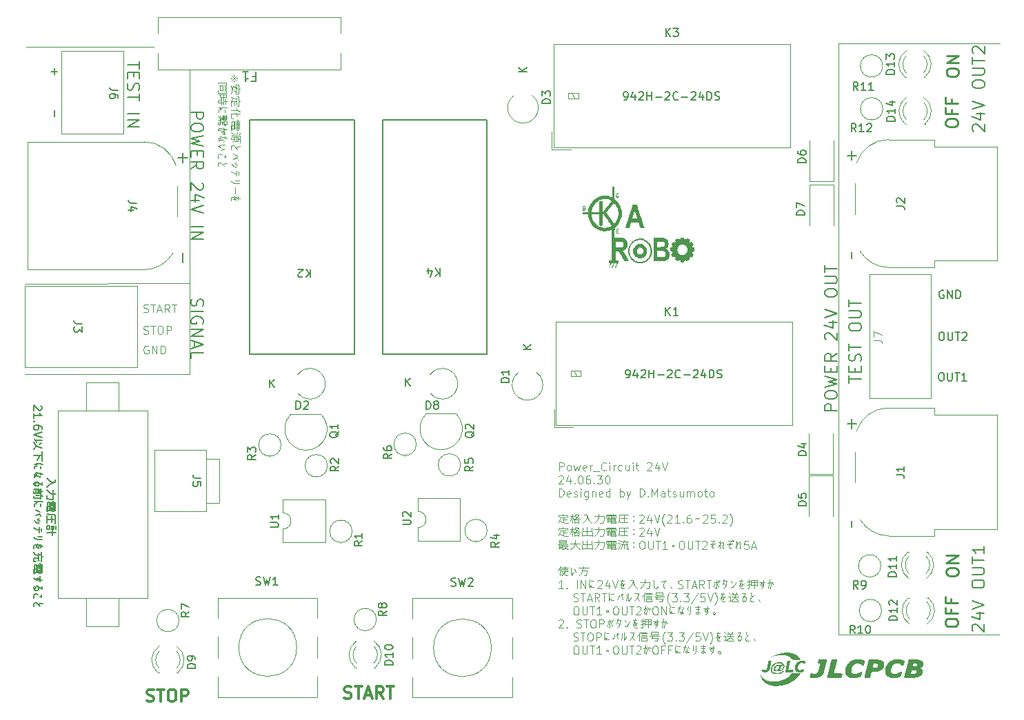
<source format=gbr>
%TF.GenerationSoftware,KiCad,Pcbnew,8.0.3*%
%TF.CreationDate,2024-07-10T23:14:43+09:00*%
%TF.ProjectId,power_24V,706f7765-725f-4323-9456-2e6b69636164,rev?*%
%TF.SameCoordinates,PX5d967f0PY416e000*%
%TF.FileFunction,Legend,Top*%
%TF.FilePolarity,Positive*%
%FSLAX46Y46*%
G04 Gerber Fmt 4.6, Leading zero omitted, Abs format (unit mm)*
G04 Created by KiCad (PCBNEW 8.0.3) date 2024-07-10 23:14:43*
%MOMM*%
%LPD*%
G01*
G04 APERTURE LIST*
%ADD10C,0.100000*%
%ADD11C,0.200000*%
%ADD12C,0.150000*%
%ADD13C,0.300000*%
%ADD14C,0.250000*%
%ADD15C,0.187500*%
%ADD16C,0.125000*%
%ADD17C,0.120000*%
%ADD18C,0.000000*%
%ADD19C,0.152400*%
G04 APERTURE END LIST*
D10*
X20330000Y-49050000D02*
X120000Y-49050000D01*
X20350000Y-37910000D02*
X130000Y-37920000D01*
X20330000Y-37740000D02*
X20330000Y-49050000D01*
X20327800Y-11580000D02*
X20330000Y-37740000D01*
X119790000Y-81080000D02*
X100040000Y-81080000D01*
X280000Y-8850000D02*
X15951200Y-8864600D01*
X100040000Y-8370000D02*
X100040000Y-81080000D01*
X119800000Y-8370000D02*
X100040000Y-8370000D01*
D11*
X3763733Y-16619048D02*
X3763733Y-17380953D01*
X116558885Y-80608707D02*
X116487457Y-80537279D01*
X116487457Y-80537279D02*
X116416028Y-80394422D01*
X116416028Y-80394422D02*
X116416028Y-80037279D01*
X116416028Y-80037279D02*
X116487457Y-79894422D01*
X116487457Y-79894422D02*
X116558885Y-79822993D01*
X116558885Y-79822993D02*
X116701742Y-79751564D01*
X116701742Y-79751564D02*
X116844600Y-79751564D01*
X116844600Y-79751564D02*
X117058885Y-79822993D01*
X117058885Y-79822993D02*
X117916028Y-80680136D01*
X117916028Y-80680136D02*
X117916028Y-79751564D01*
X116916028Y-78465851D02*
X117916028Y-78465851D01*
X116344600Y-78822993D02*
X117416028Y-79180136D01*
X117416028Y-79180136D02*
X117416028Y-78251565D01*
X116416028Y-77894422D02*
X117916028Y-77394422D01*
X117916028Y-77394422D02*
X116416028Y-76894422D01*
X116416028Y-74965851D02*
X116416028Y-74680137D01*
X116416028Y-74680137D02*
X116487457Y-74537280D01*
X116487457Y-74537280D02*
X116630314Y-74394423D01*
X116630314Y-74394423D02*
X116916028Y-74322994D01*
X116916028Y-74322994D02*
X117416028Y-74322994D01*
X117416028Y-74322994D02*
X117701742Y-74394423D01*
X117701742Y-74394423D02*
X117844600Y-74537280D01*
X117844600Y-74537280D02*
X117916028Y-74680137D01*
X117916028Y-74680137D02*
X117916028Y-74965851D01*
X117916028Y-74965851D02*
X117844600Y-75108709D01*
X117844600Y-75108709D02*
X117701742Y-75251566D01*
X117701742Y-75251566D02*
X117416028Y-75322994D01*
X117416028Y-75322994D02*
X116916028Y-75322994D01*
X116916028Y-75322994D02*
X116630314Y-75251566D01*
X116630314Y-75251566D02*
X116487457Y-75108709D01*
X116487457Y-75108709D02*
X116416028Y-74965851D01*
X116416028Y-73680137D02*
X117630314Y-73680137D01*
X117630314Y-73680137D02*
X117773171Y-73608708D01*
X117773171Y-73608708D02*
X117844600Y-73537280D01*
X117844600Y-73537280D02*
X117916028Y-73394422D01*
X117916028Y-73394422D02*
X117916028Y-73108708D01*
X117916028Y-73108708D02*
X117844600Y-72965851D01*
X117844600Y-72965851D02*
X117773171Y-72894422D01*
X117773171Y-72894422D02*
X117630314Y-72822994D01*
X117630314Y-72822994D02*
X116416028Y-72822994D01*
X116416028Y-72322993D02*
X116416028Y-71465851D01*
X117916028Y-71894422D02*
X116416028Y-71894422D01*
X117916028Y-70180136D02*
X117916028Y-71037279D01*
X117916028Y-70608708D02*
X116416028Y-70608708D01*
X116416028Y-70608708D02*
X116630314Y-70751565D01*
X116630314Y-70751565D02*
X116773171Y-70894422D01*
X116773171Y-70894422D02*
X116844600Y-71037279D01*
D12*
X3806924Y-62019277D02*
X3806924Y-62352610D01*
X3806924Y-62352610D02*
X3521210Y-62447848D01*
X3521210Y-62447848D02*
X3140258Y-62590705D01*
X3140258Y-62590705D02*
X2806924Y-62924039D01*
X3711686Y-62352610D02*
X3425972Y-62304991D01*
X3425972Y-62304991D02*
X3140258Y-62162134D01*
X3140258Y-62162134D02*
X2806924Y-61828801D01*
X2806924Y-63971657D02*
X2806924Y-64304991D01*
X3616448Y-63257372D02*
X3616448Y-64447848D01*
X3616448Y-64447848D02*
X3330734Y-64447848D01*
X3330734Y-64447848D02*
X2854544Y-64352610D01*
X3949782Y-63781181D02*
X3521210Y-63781181D01*
X3521210Y-63781181D02*
X3283115Y-63685943D01*
X3283115Y-63685943D02*
X3045020Y-63543086D01*
X3045020Y-63543086D02*
X2806924Y-63257372D01*
X3854544Y-64781181D02*
X3854544Y-65781181D01*
X3568829Y-64828800D02*
X3568829Y-65114514D01*
X3568829Y-65400228D02*
X3568829Y-65733562D01*
X3425972Y-64781181D02*
X3425972Y-65114514D01*
X3425972Y-65400228D02*
X3425972Y-65781181D01*
X3140258Y-64828800D02*
X3140258Y-65781181D01*
X2949782Y-64828800D02*
X2949782Y-65781181D01*
X2806924Y-65304990D02*
X2806924Y-65876419D01*
X3711686Y-64685943D02*
X3521210Y-64685943D01*
X3283115Y-64828800D02*
X2902163Y-64828800D01*
X3854544Y-65257371D02*
X3378353Y-65257371D01*
X3283115Y-65304990D02*
X2806924Y-65304990D01*
X3283115Y-64828800D02*
X3283115Y-65781181D01*
X3283115Y-65781181D02*
X2949782Y-65781181D01*
X3711686Y-64685943D02*
X3711686Y-65876419D01*
X3711686Y-65876419D02*
X3521210Y-65876419D01*
X2949782Y-65924038D02*
X2806924Y-65876419D01*
X3806924Y-66304990D02*
X3806924Y-67400228D01*
X3378353Y-66495466D02*
X3378353Y-67209752D01*
X2854544Y-66400228D02*
X2854544Y-67352609D01*
X3711686Y-66876418D02*
X2854544Y-66876418D01*
X3806924Y-66304990D02*
X3235496Y-66304990D01*
X3235496Y-66304990D02*
X2854544Y-66209752D01*
X3902163Y-67685942D02*
X3902163Y-68066894D01*
X3711686Y-67638323D02*
X3711686Y-68114513D01*
X3568829Y-67685942D02*
X3568829Y-68066894D01*
X3473591Y-68162132D02*
X3473591Y-68876418D01*
X3378353Y-67685942D02*
X3378353Y-68066894D01*
X2854544Y-67685942D02*
X2854544Y-68066894D01*
X3187877Y-67685942D02*
X2806924Y-67685942D01*
X3187877Y-67685942D02*
X3187877Y-68066894D01*
X3187877Y-68066894D02*
X2902163Y-68066894D01*
X3949782Y-68543085D02*
X2806924Y-68543085D01*
X2101742Y-52924040D02*
X2149361Y-52971659D01*
X2149361Y-52971659D02*
X2196980Y-53066897D01*
X2196980Y-53066897D02*
X2196980Y-53304992D01*
X2196980Y-53304992D02*
X2149361Y-53400230D01*
X2149361Y-53400230D02*
X2101742Y-53447849D01*
X2101742Y-53447849D02*
X2006504Y-53495468D01*
X2006504Y-53495468D02*
X1911266Y-53495468D01*
X1911266Y-53495468D02*
X1768409Y-53447849D01*
X1768409Y-53447849D02*
X1196980Y-52876421D01*
X1196980Y-52876421D02*
X1196980Y-53495468D01*
X1196980Y-54447849D02*
X1196980Y-53876421D01*
X1196980Y-54162135D02*
X2196980Y-54162135D01*
X2196980Y-54162135D02*
X2054123Y-54066897D01*
X2054123Y-54066897D02*
X1958885Y-53971659D01*
X1958885Y-53971659D02*
X1911266Y-53876421D01*
X1292219Y-54876421D02*
X1244600Y-54924040D01*
X1244600Y-54924040D02*
X1196980Y-54876421D01*
X1196980Y-54876421D02*
X1244600Y-54828802D01*
X1244600Y-54828802D02*
X1292219Y-54876421D01*
X1292219Y-54876421D02*
X1196980Y-54876421D01*
X2196980Y-55781182D02*
X2196980Y-55590706D01*
X2196980Y-55590706D02*
X2149361Y-55495468D01*
X2149361Y-55495468D02*
X2101742Y-55447849D01*
X2101742Y-55447849D02*
X1958885Y-55352611D01*
X1958885Y-55352611D02*
X1768409Y-55304992D01*
X1768409Y-55304992D02*
X1387457Y-55304992D01*
X1387457Y-55304992D02*
X1292219Y-55352611D01*
X1292219Y-55352611D02*
X1244600Y-55400230D01*
X1244600Y-55400230D02*
X1196980Y-55495468D01*
X1196980Y-55495468D02*
X1196980Y-55685944D01*
X1196980Y-55685944D02*
X1244600Y-55781182D01*
X1244600Y-55781182D02*
X1292219Y-55828801D01*
X1292219Y-55828801D02*
X1387457Y-55876420D01*
X1387457Y-55876420D02*
X1625552Y-55876420D01*
X1625552Y-55876420D02*
X1720790Y-55828801D01*
X1720790Y-55828801D02*
X1768409Y-55781182D01*
X1768409Y-55781182D02*
X1816028Y-55685944D01*
X1816028Y-55685944D02*
X1816028Y-55495468D01*
X1816028Y-55495468D02*
X1768409Y-55400230D01*
X1768409Y-55400230D02*
X1720790Y-55352611D01*
X1720790Y-55352611D02*
X1625552Y-55304992D01*
X2196980Y-56162135D02*
X1196980Y-56495468D01*
X1196980Y-56495468D02*
X2196980Y-56828801D01*
X2244600Y-57209754D02*
X1435076Y-57209754D01*
X1577933Y-57876420D02*
X1196980Y-58257373D01*
X1530314Y-57400230D02*
X1339838Y-57019278D01*
X2149361Y-57495468D02*
X1863647Y-57685944D01*
X2244600Y-58066897D02*
X1816028Y-58019278D01*
X1816028Y-58019278D02*
X1530314Y-57876420D01*
X1530314Y-57876420D02*
X1292219Y-57638325D01*
X1292219Y-57638325D02*
X1196980Y-57352611D01*
X2244600Y-58495468D02*
X2244600Y-59733563D01*
X2244600Y-59066896D02*
X1196980Y-59066896D01*
X1958885Y-59066896D02*
X1673171Y-59638325D01*
X2101742Y-60352610D02*
X2101742Y-60685943D01*
X2292219Y-60114515D02*
X1911266Y-60066896D01*
X1911266Y-60066896D02*
X1625552Y-60066896D01*
X1625552Y-60066896D02*
X1292219Y-60114515D01*
X1292219Y-60114515D02*
X1625552Y-60209753D01*
X1577933Y-60352610D02*
X1387457Y-60352610D01*
X1387457Y-60352610D02*
X1339838Y-60400229D01*
X1339838Y-60400229D02*
X1339838Y-60685943D01*
X2054123Y-61114515D02*
X2054123Y-61400229D01*
X2292219Y-61304991D02*
X1482695Y-61114515D01*
X2101742Y-61638324D02*
X1911266Y-61781181D01*
X1911266Y-61543086D02*
X1339838Y-61543086D01*
X1339838Y-61543086D02*
X1292219Y-61447848D01*
X1292219Y-61447848D02*
X1339838Y-61304991D01*
X1339838Y-61304991D02*
X1530314Y-61304991D01*
X1530314Y-61304991D02*
X1577933Y-61447848D01*
X1577933Y-61447848D02*
X1339838Y-61733562D01*
X2196980Y-62304991D02*
X2244600Y-62685943D01*
X2244600Y-62685943D02*
X1577933Y-62257372D01*
X1577933Y-62257372D02*
X1768409Y-62495467D01*
X1768409Y-62495467D02*
X1768409Y-62733562D01*
X1768409Y-62733562D02*
X1625552Y-62781181D01*
X1625552Y-62781181D02*
X1387457Y-62781181D01*
X1387457Y-62781181D02*
X1196980Y-62590705D01*
X1196980Y-62590705D02*
X1196980Y-62400229D01*
X1196980Y-62400229D02*
X1387457Y-62352610D01*
X1387457Y-62352610D02*
X1482695Y-62447848D01*
X1482695Y-62447848D02*
X1292219Y-62638324D01*
X2101742Y-63114515D02*
X2101742Y-64352610D01*
X1720790Y-63209753D02*
X1720790Y-63685943D01*
X1482695Y-63209753D02*
X1482695Y-63685943D01*
X1196980Y-63447848D02*
X1196980Y-63638324D01*
X1196980Y-64019277D02*
X1196980Y-64257372D01*
X1911266Y-63209753D02*
X1196980Y-63209753D01*
X1911266Y-63209753D02*
X1911266Y-63685943D01*
X1911266Y-63685943D02*
X1196980Y-63685943D01*
X1911266Y-63924038D02*
X1435076Y-63924038D01*
X1958885Y-64257372D02*
X1196980Y-64257372D01*
X2339838Y-63352610D02*
X2149361Y-63495467D01*
X2339838Y-64066896D02*
X2101742Y-63971657D01*
X2101742Y-64971657D02*
X2101742Y-65304990D01*
X2292219Y-64733562D02*
X1911266Y-64685943D01*
X1911266Y-64685943D02*
X1625552Y-64685943D01*
X1625552Y-64685943D02*
X1292219Y-64733562D01*
X1292219Y-64733562D02*
X1625552Y-64828800D01*
X1577933Y-64971657D02*
X1387457Y-64971657D01*
X1387457Y-64971657D02*
X1339838Y-65019276D01*
X1339838Y-65019276D02*
X1339838Y-65304990D01*
X2006504Y-66209752D02*
X1435076Y-66400228D01*
X2006504Y-65971657D02*
X1768409Y-65924038D01*
X1768409Y-65924038D02*
X1577933Y-65828800D01*
X1577933Y-65828800D02*
X1435076Y-65733562D01*
X2101742Y-66257371D02*
X2006504Y-66352609D01*
X2149361Y-66400228D02*
X2054123Y-66495466D01*
X1911266Y-66828800D02*
X1673171Y-66924038D01*
X1958885Y-67066895D02*
X1720790Y-67114514D01*
X1911266Y-67352609D02*
X1673171Y-67352609D01*
X1673171Y-67352609D02*
X1530314Y-67304990D01*
X1530314Y-67304990D02*
X1387457Y-67162133D01*
X1387457Y-67162133D02*
X1292219Y-67019276D01*
X2149361Y-67971657D02*
X2149361Y-68352609D01*
X1863647Y-67828800D02*
X1863647Y-68495466D01*
X1863647Y-68162133D02*
X1625552Y-68162133D01*
X1625552Y-68162133D02*
X1435076Y-68066895D01*
X1435076Y-68066895D02*
X1244600Y-67924038D01*
X2244600Y-69066895D02*
X1720790Y-69066895D01*
X2244600Y-69400228D02*
X1863647Y-69400228D01*
X1863647Y-69400228D02*
X1673171Y-69400228D01*
X1673171Y-69400228D02*
X1482695Y-69304990D01*
X1482695Y-69304990D02*
X1387457Y-69257371D01*
X1387457Y-69257371D02*
X1244600Y-69114514D01*
X2101742Y-69971657D02*
X2101742Y-70400228D01*
X2292219Y-70209752D02*
X1577933Y-69971657D01*
X1577933Y-69971657D02*
X1863647Y-70162133D01*
X1863647Y-70162133D02*
X1768409Y-70257371D01*
X1768409Y-70257371D02*
X1482695Y-70304990D01*
X1816028Y-70495466D02*
X1482695Y-70066895D01*
X1482695Y-70066895D02*
X1339838Y-70066895D01*
X1339838Y-70066895D02*
X1196980Y-70209752D01*
X1196980Y-70209752D02*
X1196980Y-70447847D01*
X2149361Y-70876419D02*
X2149361Y-72114514D01*
X1196980Y-71685942D02*
X1196980Y-72066895D01*
X1720790Y-71685942D02*
X1196980Y-71685942D01*
X2149361Y-71304990D02*
X1768409Y-71162133D01*
X2339838Y-71495466D02*
X2149361Y-71495466D01*
X1435076Y-72114514D02*
X1196980Y-72066895D01*
X1720790Y-71304990D02*
X1387457Y-71257371D01*
X1387457Y-71257371D02*
X1292219Y-71114514D01*
X1292219Y-71114514D02*
X1196980Y-70876419D01*
X1768409Y-71019276D02*
X1816028Y-71924038D01*
X1911266Y-71876419D02*
X1720790Y-72019276D01*
X2244600Y-72447847D02*
X2244600Y-73447847D01*
X1958885Y-72495466D02*
X1958885Y-72781180D01*
X1958885Y-73066894D02*
X1958885Y-73400228D01*
X1816028Y-72447847D02*
X1816028Y-72781180D01*
X1816028Y-73066894D02*
X1816028Y-73447847D01*
X1530314Y-72495466D02*
X1530314Y-73447847D01*
X1339838Y-72495466D02*
X1339838Y-73447847D01*
X1196980Y-72971656D02*
X1196980Y-73543085D01*
X2101742Y-72352609D02*
X1911266Y-72352609D01*
X1673171Y-72495466D02*
X1292219Y-72495466D01*
X2244600Y-72924037D02*
X1768409Y-72924037D01*
X1673171Y-72971656D02*
X1196980Y-72971656D01*
X1673171Y-72495466D02*
X1673171Y-73447847D01*
X1673171Y-73447847D02*
X1339838Y-73447847D01*
X2101742Y-72352609D02*
X2101742Y-73543085D01*
X2101742Y-73543085D02*
X1911266Y-73543085D01*
X1339838Y-73590704D02*
X1196980Y-73543085D01*
X2006504Y-73876418D02*
X2006504Y-74543084D01*
X2244600Y-74352608D02*
X1577933Y-74352608D01*
X1577933Y-74352608D02*
X1387457Y-74304989D01*
X1387457Y-74304989D02*
X1196980Y-74114513D01*
X1768409Y-74304989D02*
X1863647Y-74209751D01*
X1863647Y-74209751D02*
X1863647Y-74162132D01*
X1863647Y-74162132D02*
X1720790Y-74066894D01*
X1720790Y-74066894D02*
X1625552Y-74066894D01*
X1625552Y-74066894D02*
X1577933Y-74162132D01*
X1577933Y-74162132D02*
X1577933Y-74209751D01*
X1577933Y-74209751D02*
X1673171Y-74304989D01*
X2196980Y-75114513D02*
X2244600Y-75495465D01*
X2244600Y-75495465D02*
X1577933Y-75066894D01*
X1577933Y-75066894D02*
X1768409Y-75304989D01*
X1768409Y-75304989D02*
X1768409Y-75543084D01*
X1768409Y-75543084D02*
X1625552Y-75590703D01*
X1625552Y-75590703D02*
X1387457Y-75590703D01*
X1387457Y-75590703D02*
X1196980Y-75400227D01*
X1196980Y-75400227D02*
X1196980Y-75209751D01*
X1196980Y-75209751D02*
X1387457Y-75162132D01*
X1387457Y-75162132D02*
X1482695Y-75257370D01*
X1482695Y-75257370D02*
X1292219Y-75447846D01*
X2149361Y-76162132D02*
X2149361Y-76495465D01*
X2149361Y-76495465D02*
X2006504Y-76352608D01*
X1720790Y-76162132D02*
X1482695Y-76066894D01*
X1482695Y-76066894D02*
X1244600Y-76162132D01*
X1244600Y-76162132D02*
X1244600Y-76590703D01*
X1958885Y-77590703D02*
X1673171Y-77209751D01*
X1673171Y-77209751D02*
X1577933Y-77114513D01*
X1577933Y-77114513D02*
X1387457Y-77114513D01*
X1387457Y-77114513D02*
X1244600Y-77209751D01*
X1244600Y-77209751D02*
X1244600Y-77590703D01*
X2292219Y-77209751D02*
X2054123Y-77257370D01*
X2054123Y-77257370D02*
X1816028Y-77352608D01*
D13*
X15115082Y-89217400D02*
X15329368Y-89288828D01*
X15329368Y-89288828D02*
X15686510Y-89288828D01*
X15686510Y-89288828D02*
X15829368Y-89217400D01*
X15829368Y-89217400D02*
X15900796Y-89145971D01*
X15900796Y-89145971D02*
X15972225Y-89003114D01*
X15972225Y-89003114D02*
X15972225Y-88860257D01*
X15972225Y-88860257D02*
X15900796Y-88717400D01*
X15900796Y-88717400D02*
X15829368Y-88645971D01*
X15829368Y-88645971D02*
X15686510Y-88574542D01*
X15686510Y-88574542D02*
X15400796Y-88503114D01*
X15400796Y-88503114D02*
X15257939Y-88431685D01*
X15257939Y-88431685D02*
X15186510Y-88360257D01*
X15186510Y-88360257D02*
X15115082Y-88217400D01*
X15115082Y-88217400D02*
X15115082Y-88074542D01*
X15115082Y-88074542D02*
X15186510Y-87931685D01*
X15186510Y-87931685D02*
X15257939Y-87860257D01*
X15257939Y-87860257D02*
X15400796Y-87788828D01*
X15400796Y-87788828D02*
X15757939Y-87788828D01*
X15757939Y-87788828D02*
X15972225Y-87860257D01*
X16400796Y-87788828D02*
X17257939Y-87788828D01*
X16829367Y-89288828D02*
X16829367Y-87788828D01*
X18043653Y-87788828D02*
X18329367Y-87788828D01*
X18329367Y-87788828D02*
X18472224Y-87860257D01*
X18472224Y-87860257D02*
X18615081Y-88003114D01*
X18615081Y-88003114D02*
X18686510Y-88288828D01*
X18686510Y-88288828D02*
X18686510Y-88788828D01*
X18686510Y-88788828D02*
X18615081Y-89074542D01*
X18615081Y-89074542D02*
X18472224Y-89217400D01*
X18472224Y-89217400D02*
X18329367Y-89288828D01*
X18329367Y-89288828D02*
X18043653Y-89288828D01*
X18043653Y-89288828D02*
X17900796Y-89217400D01*
X17900796Y-89217400D02*
X17757938Y-89074542D01*
X17757938Y-89074542D02*
X17686510Y-88788828D01*
X17686510Y-88788828D02*
X17686510Y-88288828D01*
X17686510Y-88288828D02*
X17757938Y-88003114D01*
X17757938Y-88003114D02*
X17900796Y-87860257D01*
X17900796Y-87860257D02*
X18043653Y-87788828D01*
X19329367Y-89288828D02*
X19329367Y-87788828D01*
X19329367Y-87788828D02*
X19900796Y-87788828D01*
X19900796Y-87788828D02*
X20043653Y-87860257D01*
X20043653Y-87860257D02*
X20115082Y-87931685D01*
X20115082Y-87931685D02*
X20186510Y-88074542D01*
X20186510Y-88074542D02*
X20186510Y-88288828D01*
X20186510Y-88288828D02*
X20115082Y-88431685D01*
X20115082Y-88431685D02*
X20043653Y-88503114D01*
X20043653Y-88503114D02*
X19900796Y-88574542D01*
X19900796Y-88574542D02*
X19329367Y-88574542D01*
D11*
X112918482Y-38789838D02*
X112823244Y-38742219D01*
X112823244Y-38742219D02*
X112680387Y-38742219D01*
X112680387Y-38742219D02*
X112537530Y-38789838D01*
X112537530Y-38789838D02*
X112442292Y-38885076D01*
X112442292Y-38885076D02*
X112394673Y-38980314D01*
X112394673Y-38980314D02*
X112347054Y-39170790D01*
X112347054Y-39170790D02*
X112347054Y-39313647D01*
X112347054Y-39313647D02*
X112394673Y-39504123D01*
X112394673Y-39504123D02*
X112442292Y-39599361D01*
X112442292Y-39599361D02*
X112537530Y-39694600D01*
X112537530Y-39694600D02*
X112680387Y-39742219D01*
X112680387Y-39742219D02*
X112775625Y-39742219D01*
X112775625Y-39742219D02*
X112918482Y-39694600D01*
X112918482Y-39694600D02*
X112966101Y-39646980D01*
X112966101Y-39646980D02*
X112966101Y-39313647D01*
X112966101Y-39313647D02*
X112775625Y-39313647D01*
X113394673Y-39742219D02*
X113394673Y-38742219D01*
X113394673Y-38742219D02*
X113966101Y-39742219D01*
X113966101Y-39742219D02*
X113966101Y-38742219D01*
X114442292Y-39742219D02*
X114442292Y-38742219D01*
X114442292Y-38742219D02*
X114680387Y-38742219D01*
X114680387Y-38742219D02*
X114823244Y-38789838D01*
X114823244Y-38789838D02*
X114918482Y-38885076D01*
X114918482Y-38885076D02*
X114966101Y-38980314D01*
X114966101Y-38980314D02*
X115013720Y-39170790D01*
X115013720Y-39170790D02*
X115013720Y-39313647D01*
X115013720Y-39313647D02*
X114966101Y-39504123D01*
X114966101Y-39504123D02*
X114918482Y-39599361D01*
X114918482Y-39599361D02*
X114823244Y-39694600D01*
X114823244Y-39694600D02*
X114680387Y-39742219D01*
X114680387Y-39742219D02*
X114442292Y-39742219D01*
X20595400Y-39823571D02*
X20523971Y-40037857D01*
X20523971Y-40037857D02*
X20523971Y-40394999D01*
X20523971Y-40394999D02*
X20595400Y-40537857D01*
X20595400Y-40537857D02*
X20666828Y-40609285D01*
X20666828Y-40609285D02*
X20809685Y-40680714D01*
X20809685Y-40680714D02*
X20952542Y-40680714D01*
X20952542Y-40680714D02*
X21095400Y-40609285D01*
X21095400Y-40609285D02*
X21166828Y-40537857D01*
X21166828Y-40537857D02*
X21238257Y-40394999D01*
X21238257Y-40394999D02*
X21309685Y-40109285D01*
X21309685Y-40109285D02*
X21381114Y-39966428D01*
X21381114Y-39966428D02*
X21452542Y-39894999D01*
X21452542Y-39894999D02*
X21595400Y-39823571D01*
X21595400Y-39823571D02*
X21738257Y-39823571D01*
X21738257Y-39823571D02*
X21881114Y-39894999D01*
X21881114Y-39894999D02*
X21952542Y-39966428D01*
X21952542Y-39966428D02*
X22023971Y-40109285D01*
X22023971Y-40109285D02*
X22023971Y-40466428D01*
X22023971Y-40466428D02*
X21952542Y-40680714D01*
X20523971Y-41323570D02*
X22023971Y-41323570D01*
X21952542Y-42823571D02*
X22023971Y-42680714D01*
X22023971Y-42680714D02*
X22023971Y-42466428D01*
X22023971Y-42466428D02*
X21952542Y-42252142D01*
X21952542Y-42252142D02*
X21809685Y-42109285D01*
X21809685Y-42109285D02*
X21666828Y-42037856D01*
X21666828Y-42037856D02*
X21381114Y-41966428D01*
X21381114Y-41966428D02*
X21166828Y-41966428D01*
X21166828Y-41966428D02*
X20881114Y-42037856D01*
X20881114Y-42037856D02*
X20738257Y-42109285D01*
X20738257Y-42109285D02*
X20595400Y-42252142D01*
X20595400Y-42252142D02*
X20523971Y-42466428D01*
X20523971Y-42466428D02*
X20523971Y-42609285D01*
X20523971Y-42609285D02*
X20595400Y-42823571D01*
X20595400Y-42823571D02*
X20666828Y-42894999D01*
X20666828Y-42894999D02*
X21166828Y-42894999D01*
X21166828Y-42894999D02*
X21166828Y-42609285D01*
X20523971Y-43537856D02*
X22023971Y-43537856D01*
X22023971Y-43537856D02*
X20523971Y-44394999D01*
X20523971Y-44394999D02*
X22023971Y-44394999D01*
X20952542Y-45037857D02*
X20952542Y-45752143D01*
X20523971Y-44895000D02*
X22023971Y-45395000D01*
X22023971Y-45395000D02*
X20523971Y-45895000D01*
X20523971Y-47109285D02*
X20523971Y-46394999D01*
X20523971Y-46394999D02*
X22023971Y-46394999D01*
X20522871Y-16838571D02*
X22022871Y-16838571D01*
X22022871Y-16838571D02*
X22022871Y-17410000D01*
X22022871Y-17410000D02*
X21951442Y-17552857D01*
X21951442Y-17552857D02*
X21880014Y-17624286D01*
X21880014Y-17624286D02*
X21737157Y-17695714D01*
X21737157Y-17695714D02*
X21522871Y-17695714D01*
X21522871Y-17695714D02*
X21380014Y-17624286D01*
X21380014Y-17624286D02*
X21308585Y-17552857D01*
X21308585Y-17552857D02*
X21237157Y-17410000D01*
X21237157Y-17410000D02*
X21237157Y-16838571D01*
X22022871Y-18624286D02*
X22022871Y-18910000D01*
X22022871Y-18910000D02*
X21951442Y-19052857D01*
X21951442Y-19052857D02*
X21808585Y-19195714D01*
X21808585Y-19195714D02*
X21522871Y-19267143D01*
X21522871Y-19267143D02*
X21022871Y-19267143D01*
X21022871Y-19267143D02*
X20737157Y-19195714D01*
X20737157Y-19195714D02*
X20594300Y-19052857D01*
X20594300Y-19052857D02*
X20522871Y-18910000D01*
X20522871Y-18910000D02*
X20522871Y-18624286D01*
X20522871Y-18624286D02*
X20594300Y-18481429D01*
X20594300Y-18481429D02*
X20737157Y-18338571D01*
X20737157Y-18338571D02*
X21022871Y-18267143D01*
X21022871Y-18267143D02*
X21522871Y-18267143D01*
X21522871Y-18267143D02*
X21808585Y-18338571D01*
X21808585Y-18338571D02*
X21951442Y-18481429D01*
X21951442Y-18481429D02*
X22022871Y-18624286D01*
X22022871Y-19767143D02*
X20522871Y-20124286D01*
X20522871Y-20124286D02*
X21594300Y-20410000D01*
X21594300Y-20410000D02*
X20522871Y-20695715D01*
X20522871Y-20695715D02*
X22022871Y-21052858D01*
X21308585Y-21624286D02*
X21308585Y-22124286D01*
X20522871Y-22338572D02*
X20522871Y-21624286D01*
X20522871Y-21624286D02*
X22022871Y-21624286D01*
X22022871Y-21624286D02*
X22022871Y-22338572D01*
X20522871Y-23838572D02*
X21237157Y-23338572D01*
X20522871Y-22981429D02*
X22022871Y-22981429D01*
X22022871Y-22981429D02*
X22022871Y-23552858D01*
X22022871Y-23552858D02*
X21951442Y-23695715D01*
X21951442Y-23695715D02*
X21880014Y-23767144D01*
X21880014Y-23767144D02*
X21737157Y-23838572D01*
X21737157Y-23838572D02*
X21522871Y-23838572D01*
X21522871Y-23838572D02*
X21380014Y-23767144D01*
X21380014Y-23767144D02*
X21308585Y-23695715D01*
X21308585Y-23695715D02*
X21237157Y-23552858D01*
X21237157Y-23552858D02*
X21237157Y-22981429D01*
X21880014Y-25552858D02*
X21951442Y-25624286D01*
X21951442Y-25624286D02*
X22022871Y-25767144D01*
X22022871Y-25767144D02*
X22022871Y-26124286D01*
X22022871Y-26124286D02*
X21951442Y-26267144D01*
X21951442Y-26267144D02*
X21880014Y-26338572D01*
X21880014Y-26338572D02*
X21737157Y-26410001D01*
X21737157Y-26410001D02*
X21594300Y-26410001D01*
X21594300Y-26410001D02*
X21380014Y-26338572D01*
X21380014Y-26338572D02*
X20522871Y-25481429D01*
X20522871Y-25481429D02*
X20522871Y-26410001D01*
X21522871Y-27695715D02*
X20522871Y-27695715D01*
X22094300Y-27338572D02*
X21022871Y-26981429D01*
X21022871Y-26981429D02*
X21022871Y-27910000D01*
X22022871Y-28267143D02*
X20522871Y-28767143D01*
X20522871Y-28767143D02*
X22022871Y-29267143D01*
X20522871Y-30909999D02*
X22022871Y-30909999D01*
X20522871Y-31624285D02*
X22022871Y-31624285D01*
X22022871Y-31624285D02*
X20522871Y-32481428D01*
X20522871Y-32481428D02*
X22022871Y-32481428D01*
D10*
X65713884Y-60893203D02*
X65713884Y-59893203D01*
X65713884Y-59893203D02*
X66094836Y-59893203D01*
X66094836Y-59893203D02*
X66190074Y-59940822D01*
X66190074Y-59940822D02*
X66237693Y-59988441D01*
X66237693Y-59988441D02*
X66285312Y-60083679D01*
X66285312Y-60083679D02*
X66285312Y-60226536D01*
X66285312Y-60226536D02*
X66237693Y-60321774D01*
X66237693Y-60321774D02*
X66190074Y-60369393D01*
X66190074Y-60369393D02*
X66094836Y-60417012D01*
X66094836Y-60417012D02*
X65713884Y-60417012D01*
X66856741Y-60893203D02*
X66761503Y-60845584D01*
X66761503Y-60845584D02*
X66713884Y-60797964D01*
X66713884Y-60797964D02*
X66666265Y-60702726D01*
X66666265Y-60702726D02*
X66666265Y-60417012D01*
X66666265Y-60417012D02*
X66713884Y-60321774D01*
X66713884Y-60321774D02*
X66761503Y-60274155D01*
X66761503Y-60274155D02*
X66856741Y-60226536D01*
X66856741Y-60226536D02*
X66999598Y-60226536D01*
X66999598Y-60226536D02*
X67094836Y-60274155D01*
X67094836Y-60274155D02*
X67142455Y-60321774D01*
X67142455Y-60321774D02*
X67190074Y-60417012D01*
X67190074Y-60417012D02*
X67190074Y-60702726D01*
X67190074Y-60702726D02*
X67142455Y-60797964D01*
X67142455Y-60797964D02*
X67094836Y-60845584D01*
X67094836Y-60845584D02*
X66999598Y-60893203D01*
X66999598Y-60893203D02*
X66856741Y-60893203D01*
X67523408Y-60226536D02*
X67713884Y-60893203D01*
X67713884Y-60893203D02*
X67904360Y-60417012D01*
X67904360Y-60417012D02*
X68094836Y-60893203D01*
X68094836Y-60893203D02*
X68285312Y-60226536D01*
X69047217Y-60845584D02*
X68951979Y-60893203D01*
X68951979Y-60893203D02*
X68761503Y-60893203D01*
X68761503Y-60893203D02*
X68666265Y-60845584D01*
X68666265Y-60845584D02*
X68618646Y-60750345D01*
X68618646Y-60750345D02*
X68618646Y-60369393D01*
X68618646Y-60369393D02*
X68666265Y-60274155D01*
X68666265Y-60274155D02*
X68761503Y-60226536D01*
X68761503Y-60226536D02*
X68951979Y-60226536D01*
X68951979Y-60226536D02*
X69047217Y-60274155D01*
X69047217Y-60274155D02*
X69094836Y-60369393D01*
X69094836Y-60369393D02*
X69094836Y-60464631D01*
X69094836Y-60464631D02*
X68618646Y-60559869D01*
X69523408Y-60893203D02*
X69523408Y-60226536D01*
X69523408Y-60417012D02*
X69571027Y-60321774D01*
X69571027Y-60321774D02*
X69618646Y-60274155D01*
X69618646Y-60274155D02*
X69713884Y-60226536D01*
X69713884Y-60226536D02*
X69809122Y-60226536D01*
X69904361Y-60988441D02*
X70666265Y-60988441D01*
X71475789Y-60797964D02*
X71428170Y-60845584D01*
X71428170Y-60845584D02*
X71285313Y-60893203D01*
X71285313Y-60893203D02*
X71190075Y-60893203D01*
X71190075Y-60893203D02*
X71047218Y-60845584D01*
X71047218Y-60845584D02*
X70951980Y-60750345D01*
X70951980Y-60750345D02*
X70904361Y-60655107D01*
X70904361Y-60655107D02*
X70856742Y-60464631D01*
X70856742Y-60464631D02*
X70856742Y-60321774D01*
X70856742Y-60321774D02*
X70904361Y-60131298D01*
X70904361Y-60131298D02*
X70951980Y-60036060D01*
X70951980Y-60036060D02*
X71047218Y-59940822D01*
X71047218Y-59940822D02*
X71190075Y-59893203D01*
X71190075Y-59893203D02*
X71285313Y-59893203D01*
X71285313Y-59893203D02*
X71428170Y-59940822D01*
X71428170Y-59940822D02*
X71475789Y-59988441D01*
X71904361Y-60893203D02*
X71904361Y-60226536D01*
X71904361Y-59893203D02*
X71856742Y-59940822D01*
X71856742Y-59940822D02*
X71904361Y-59988441D01*
X71904361Y-59988441D02*
X71951980Y-59940822D01*
X71951980Y-59940822D02*
X71904361Y-59893203D01*
X71904361Y-59893203D02*
X71904361Y-59988441D01*
X72380551Y-60893203D02*
X72380551Y-60226536D01*
X72380551Y-60417012D02*
X72428170Y-60321774D01*
X72428170Y-60321774D02*
X72475789Y-60274155D01*
X72475789Y-60274155D02*
X72571027Y-60226536D01*
X72571027Y-60226536D02*
X72666265Y-60226536D01*
X73428170Y-60845584D02*
X73332932Y-60893203D01*
X73332932Y-60893203D02*
X73142456Y-60893203D01*
X73142456Y-60893203D02*
X73047218Y-60845584D01*
X73047218Y-60845584D02*
X72999599Y-60797964D01*
X72999599Y-60797964D02*
X72951980Y-60702726D01*
X72951980Y-60702726D02*
X72951980Y-60417012D01*
X72951980Y-60417012D02*
X72999599Y-60321774D01*
X72999599Y-60321774D02*
X73047218Y-60274155D01*
X73047218Y-60274155D02*
X73142456Y-60226536D01*
X73142456Y-60226536D02*
X73332932Y-60226536D01*
X73332932Y-60226536D02*
X73428170Y-60274155D01*
X74285313Y-60226536D02*
X74285313Y-60893203D01*
X73856742Y-60226536D02*
X73856742Y-60750345D01*
X73856742Y-60750345D02*
X73904361Y-60845584D01*
X73904361Y-60845584D02*
X73999599Y-60893203D01*
X73999599Y-60893203D02*
X74142456Y-60893203D01*
X74142456Y-60893203D02*
X74237694Y-60845584D01*
X74237694Y-60845584D02*
X74285313Y-60797964D01*
X74761504Y-60893203D02*
X74761504Y-60226536D01*
X74761504Y-59893203D02*
X74713885Y-59940822D01*
X74713885Y-59940822D02*
X74761504Y-59988441D01*
X74761504Y-59988441D02*
X74809123Y-59940822D01*
X74809123Y-59940822D02*
X74761504Y-59893203D01*
X74761504Y-59893203D02*
X74761504Y-59988441D01*
X75094837Y-60226536D02*
X75475789Y-60226536D01*
X75237694Y-59893203D02*
X75237694Y-60750345D01*
X75237694Y-60750345D02*
X75285313Y-60845584D01*
X75285313Y-60845584D02*
X75380551Y-60893203D01*
X75380551Y-60893203D02*
X75475789Y-60893203D01*
X76523409Y-59988441D02*
X76571028Y-59940822D01*
X76571028Y-59940822D02*
X76666266Y-59893203D01*
X76666266Y-59893203D02*
X76904361Y-59893203D01*
X76904361Y-59893203D02*
X76999599Y-59940822D01*
X76999599Y-59940822D02*
X77047218Y-59988441D01*
X77047218Y-59988441D02*
X77094837Y-60083679D01*
X77094837Y-60083679D02*
X77094837Y-60178917D01*
X77094837Y-60178917D02*
X77047218Y-60321774D01*
X77047218Y-60321774D02*
X76475790Y-60893203D01*
X76475790Y-60893203D02*
X77094837Y-60893203D01*
X77951980Y-60226536D02*
X77951980Y-60893203D01*
X77713885Y-59845584D02*
X77475790Y-60559869D01*
X77475790Y-60559869D02*
X78094837Y-60559869D01*
X78332933Y-59893203D02*
X78666266Y-60893203D01*
X78666266Y-60893203D02*
X78999599Y-59893203D01*
X65666265Y-61598385D02*
X65713884Y-61550766D01*
X65713884Y-61550766D02*
X65809122Y-61503147D01*
X65809122Y-61503147D02*
X66047217Y-61503147D01*
X66047217Y-61503147D02*
X66142455Y-61550766D01*
X66142455Y-61550766D02*
X66190074Y-61598385D01*
X66190074Y-61598385D02*
X66237693Y-61693623D01*
X66237693Y-61693623D02*
X66237693Y-61788861D01*
X66237693Y-61788861D02*
X66190074Y-61931718D01*
X66190074Y-61931718D02*
X65618646Y-62503147D01*
X65618646Y-62503147D02*
X66237693Y-62503147D01*
X67094836Y-61836480D02*
X67094836Y-62503147D01*
X66856741Y-61455528D02*
X66618646Y-62169813D01*
X66618646Y-62169813D02*
X67237693Y-62169813D01*
X67618646Y-62407908D02*
X67666265Y-62455528D01*
X67666265Y-62455528D02*
X67618646Y-62503147D01*
X67618646Y-62503147D02*
X67571027Y-62455528D01*
X67571027Y-62455528D02*
X67618646Y-62407908D01*
X67618646Y-62407908D02*
X67618646Y-62503147D01*
X68285312Y-61503147D02*
X68380550Y-61503147D01*
X68380550Y-61503147D02*
X68475788Y-61550766D01*
X68475788Y-61550766D02*
X68523407Y-61598385D01*
X68523407Y-61598385D02*
X68571026Y-61693623D01*
X68571026Y-61693623D02*
X68618645Y-61884099D01*
X68618645Y-61884099D02*
X68618645Y-62122194D01*
X68618645Y-62122194D02*
X68571026Y-62312670D01*
X68571026Y-62312670D02*
X68523407Y-62407908D01*
X68523407Y-62407908D02*
X68475788Y-62455528D01*
X68475788Y-62455528D02*
X68380550Y-62503147D01*
X68380550Y-62503147D02*
X68285312Y-62503147D01*
X68285312Y-62503147D02*
X68190074Y-62455528D01*
X68190074Y-62455528D02*
X68142455Y-62407908D01*
X68142455Y-62407908D02*
X68094836Y-62312670D01*
X68094836Y-62312670D02*
X68047217Y-62122194D01*
X68047217Y-62122194D02*
X68047217Y-61884099D01*
X68047217Y-61884099D02*
X68094836Y-61693623D01*
X68094836Y-61693623D02*
X68142455Y-61598385D01*
X68142455Y-61598385D02*
X68190074Y-61550766D01*
X68190074Y-61550766D02*
X68285312Y-61503147D01*
X69475788Y-61503147D02*
X69285312Y-61503147D01*
X69285312Y-61503147D02*
X69190074Y-61550766D01*
X69190074Y-61550766D02*
X69142455Y-61598385D01*
X69142455Y-61598385D02*
X69047217Y-61741242D01*
X69047217Y-61741242D02*
X68999598Y-61931718D01*
X68999598Y-61931718D02*
X68999598Y-62312670D01*
X68999598Y-62312670D02*
X69047217Y-62407908D01*
X69047217Y-62407908D02*
X69094836Y-62455528D01*
X69094836Y-62455528D02*
X69190074Y-62503147D01*
X69190074Y-62503147D02*
X69380550Y-62503147D01*
X69380550Y-62503147D02*
X69475788Y-62455528D01*
X69475788Y-62455528D02*
X69523407Y-62407908D01*
X69523407Y-62407908D02*
X69571026Y-62312670D01*
X69571026Y-62312670D02*
X69571026Y-62074575D01*
X69571026Y-62074575D02*
X69523407Y-61979337D01*
X69523407Y-61979337D02*
X69475788Y-61931718D01*
X69475788Y-61931718D02*
X69380550Y-61884099D01*
X69380550Y-61884099D02*
X69190074Y-61884099D01*
X69190074Y-61884099D02*
X69094836Y-61931718D01*
X69094836Y-61931718D02*
X69047217Y-61979337D01*
X69047217Y-61979337D02*
X68999598Y-62074575D01*
X69999598Y-62407908D02*
X70047217Y-62455528D01*
X70047217Y-62455528D02*
X69999598Y-62503147D01*
X69999598Y-62503147D02*
X69951979Y-62455528D01*
X69951979Y-62455528D02*
X69999598Y-62407908D01*
X69999598Y-62407908D02*
X69999598Y-62503147D01*
X70380550Y-61503147D02*
X70999597Y-61503147D01*
X70999597Y-61503147D02*
X70666264Y-61884099D01*
X70666264Y-61884099D02*
X70809121Y-61884099D01*
X70809121Y-61884099D02*
X70904359Y-61931718D01*
X70904359Y-61931718D02*
X70951978Y-61979337D01*
X70951978Y-61979337D02*
X70999597Y-62074575D01*
X70999597Y-62074575D02*
X70999597Y-62312670D01*
X70999597Y-62312670D02*
X70951978Y-62407908D01*
X70951978Y-62407908D02*
X70904359Y-62455528D01*
X70904359Y-62455528D02*
X70809121Y-62503147D01*
X70809121Y-62503147D02*
X70523407Y-62503147D01*
X70523407Y-62503147D02*
X70428169Y-62455528D01*
X70428169Y-62455528D02*
X70380550Y-62407908D01*
X71618645Y-61503147D02*
X71713883Y-61503147D01*
X71713883Y-61503147D02*
X71809121Y-61550766D01*
X71809121Y-61550766D02*
X71856740Y-61598385D01*
X71856740Y-61598385D02*
X71904359Y-61693623D01*
X71904359Y-61693623D02*
X71951978Y-61884099D01*
X71951978Y-61884099D02*
X71951978Y-62122194D01*
X71951978Y-62122194D02*
X71904359Y-62312670D01*
X71904359Y-62312670D02*
X71856740Y-62407908D01*
X71856740Y-62407908D02*
X71809121Y-62455528D01*
X71809121Y-62455528D02*
X71713883Y-62503147D01*
X71713883Y-62503147D02*
X71618645Y-62503147D01*
X71618645Y-62503147D02*
X71523407Y-62455528D01*
X71523407Y-62455528D02*
X71475788Y-62407908D01*
X71475788Y-62407908D02*
X71428169Y-62312670D01*
X71428169Y-62312670D02*
X71380550Y-62122194D01*
X71380550Y-62122194D02*
X71380550Y-61884099D01*
X71380550Y-61884099D02*
X71428169Y-61693623D01*
X71428169Y-61693623D02*
X71475788Y-61598385D01*
X71475788Y-61598385D02*
X71523407Y-61550766D01*
X71523407Y-61550766D02*
X71618645Y-61503147D01*
X65713884Y-64113091D02*
X65713884Y-63113091D01*
X65713884Y-63113091D02*
X65951979Y-63113091D01*
X65951979Y-63113091D02*
X66094836Y-63160710D01*
X66094836Y-63160710D02*
X66190074Y-63255948D01*
X66190074Y-63255948D02*
X66237693Y-63351186D01*
X66237693Y-63351186D02*
X66285312Y-63541662D01*
X66285312Y-63541662D02*
X66285312Y-63684519D01*
X66285312Y-63684519D02*
X66237693Y-63874995D01*
X66237693Y-63874995D02*
X66190074Y-63970233D01*
X66190074Y-63970233D02*
X66094836Y-64065472D01*
X66094836Y-64065472D02*
X65951979Y-64113091D01*
X65951979Y-64113091D02*
X65713884Y-64113091D01*
X67094836Y-64065472D02*
X66999598Y-64113091D01*
X66999598Y-64113091D02*
X66809122Y-64113091D01*
X66809122Y-64113091D02*
X66713884Y-64065472D01*
X66713884Y-64065472D02*
X66666265Y-63970233D01*
X66666265Y-63970233D02*
X66666265Y-63589281D01*
X66666265Y-63589281D02*
X66713884Y-63494043D01*
X66713884Y-63494043D02*
X66809122Y-63446424D01*
X66809122Y-63446424D02*
X66999598Y-63446424D01*
X66999598Y-63446424D02*
X67094836Y-63494043D01*
X67094836Y-63494043D02*
X67142455Y-63589281D01*
X67142455Y-63589281D02*
X67142455Y-63684519D01*
X67142455Y-63684519D02*
X66666265Y-63779757D01*
X67523408Y-64065472D02*
X67618646Y-64113091D01*
X67618646Y-64113091D02*
X67809122Y-64113091D01*
X67809122Y-64113091D02*
X67904360Y-64065472D01*
X67904360Y-64065472D02*
X67951979Y-63970233D01*
X67951979Y-63970233D02*
X67951979Y-63922614D01*
X67951979Y-63922614D02*
X67904360Y-63827376D01*
X67904360Y-63827376D02*
X67809122Y-63779757D01*
X67809122Y-63779757D02*
X67666265Y-63779757D01*
X67666265Y-63779757D02*
X67571027Y-63732138D01*
X67571027Y-63732138D02*
X67523408Y-63636900D01*
X67523408Y-63636900D02*
X67523408Y-63589281D01*
X67523408Y-63589281D02*
X67571027Y-63494043D01*
X67571027Y-63494043D02*
X67666265Y-63446424D01*
X67666265Y-63446424D02*
X67809122Y-63446424D01*
X67809122Y-63446424D02*
X67904360Y-63494043D01*
X68380551Y-64113091D02*
X68380551Y-63446424D01*
X68380551Y-63113091D02*
X68332932Y-63160710D01*
X68332932Y-63160710D02*
X68380551Y-63208329D01*
X68380551Y-63208329D02*
X68428170Y-63160710D01*
X68428170Y-63160710D02*
X68380551Y-63113091D01*
X68380551Y-63113091D02*
X68380551Y-63208329D01*
X69285312Y-63446424D02*
X69285312Y-64255948D01*
X69285312Y-64255948D02*
X69237693Y-64351186D01*
X69237693Y-64351186D02*
X69190074Y-64398805D01*
X69190074Y-64398805D02*
X69094836Y-64446424D01*
X69094836Y-64446424D02*
X68951979Y-64446424D01*
X68951979Y-64446424D02*
X68856741Y-64398805D01*
X69285312Y-64065472D02*
X69190074Y-64113091D01*
X69190074Y-64113091D02*
X68999598Y-64113091D01*
X68999598Y-64113091D02*
X68904360Y-64065472D01*
X68904360Y-64065472D02*
X68856741Y-64017852D01*
X68856741Y-64017852D02*
X68809122Y-63922614D01*
X68809122Y-63922614D02*
X68809122Y-63636900D01*
X68809122Y-63636900D02*
X68856741Y-63541662D01*
X68856741Y-63541662D02*
X68904360Y-63494043D01*
X68904360Y-63494043D02*
X68999598Y-63446424D01*
X68999598Y-63446424D02*
X69190074Y-63446424D01*
X69190074Y-63446424D02*
X69285312Y-63494043D01*
X69761503Y-63446424D02*
X69761503Y-64113091D01*
X69761503Y-63541662D02*
X69809122Y-63494043D01*
X69809122Y-63494043D02*
X69904360Y-63446424D01*
X69904360Y-63446424D02*
X70047217Y-63446424D01*
X70047217Y-63446424D02*
X70142455Y-63494043D01*
X70142455Y-63494043D02*
X70190074Y-63589281D01*
X70190074Y-63589281D02*
X70190074Y-64113091D01*
X71047217Y-64065472D02*
X70951979Y-64113091D01*
X70951979Y-64113091D02*
X70761503Y-64113091D01*
X70761503Y-64113091D02*
X70666265Y-64065472D01*
X70666265Y-64065472D02*
X70618646Y-63970233D01*
X70618646Y-63970233D02*
X70618646Y-63589281D01*
X70618646Y-63589281D02*
X70666265Y-63494043D01*
X70666265Y-63494043D02*
X70761503Y-63446424D01*
X70761503Y-63446424D02*
X70951979Y-63446424D01*
X70951979Y-63446424D02*
X71047217Y-63494043D01*
X71047217Y-63494043D02*
X71094836Y-63589281D01*
X71094836Y-63589281D02*
X71094836Y-63684519D01*
X71094836Y-63684519D02*
X70618646Y-63779757D01*
X71951979Y-64113091D02*
X71951979Y-63113091D01*
X71951979Y-64065472D02*
X71856741Y-64113091D01*
X71856741Y-64113091D02*
X71666265Y-64113091D01*
X71666265Y-64113091D02*
X71571027Y-64065472D01*
X71571027Y-64065472D02*
X71523408Y-64017852D01*
X71523408Y-64017852D02*
X71475789Y-63922614D01*
X71475789Y-63922614D02*
X71475789Y-63636900D01*
X71475789Y-63636900D02*
X71523408Y-63541662D01*
X71523408Y-63541662D02*
X71571027Y-63494043D01*
X71571027Y-63494043D02*
X71666265Y-63446424D01*
X71666265Y-63446424D02*
X71856741Y-63446424D01*
X71856741Y-63446424D02*
X71951979Y-63494043D01*
X73190075Y-64113091D02*
X73190075Y-63113091D01*
X73190075Y-63494043D02*
X73285313Y-63446424D01*
X73285313Y-63446424D02*
X73475789Y-63446424D01*
X73475789Y-63446424D02*
X73571027Y-63494043D01*
X73571027Y-63494043D02*
X73618646Y-63541662D01*
X73618646Y-63541662D02*
X73666265Y-63636900D01*
X73666265Y-63636900D02*
X73666265Y-63922614D01*
X73666265Y-63922614D02*
X73618646Y-64017852D01*
X73618646Y-64017852D02*
X73571027Y-64065472D01*
X73571027Y-64065472D02*
X73475789Y-64113091D01*
X73475789Y-64113091D02*
X73285313Y-64113091D01*
X73285313Y-64113091D02*
X73190075Y-64065472D01*
X73999599Y-63446424D02*
X74237694Y-64113091D01*
X74475789Y-63446424D02*
X74237694Y-64113091D01*
X74237694Y-64113091D02*
X74142456Y-64351186D01*
X74142456Y-64351186D02*
X74094837Y-64398805D01*
X74094837Y-64398805D02*
X73999599Y-64446424D01*
X75618647Y-64113091D02*
X75618647Y-63113091D01*
X75618647Y-63113091D02*
X75856742Y-63113091D01*
X75856742Y-63113091D02*
X75999599Y-63160710D01*
X75999599Y-63160710D02*
X76094837Y-63255948D01*
X76094837Y-63255948D02*
X76142456Y-63351186D01*
X76142456Y-63351186D02*
X76190075Y-63541662D01*
X76190075Y-63541662D02*
X76190075Y-63684519D01*
X76190075Y-63684519D02*
X76142456Y-63874995D01*
X76142456Y-63874995D02*
X76094837Y-63970233D01*
X76094837Y-63970233D02*
X75999599Y-64065472D01*
X75999599Y-64065472D02*
X75856742Y-64113091D01*
X75856742Y-64113091D02*
X75618647Y-64113091D01*
X76618647Y-64017852D02*
X76666266Y-64065472D01*
X76666266Y-64065472D02*
X76618647Y-64113091D01*
X76618647Y-64113091D02*
X76571028Y-64065472D01*
X76571028Y-64065472D02*
X76618647Y-64017852D01*
X76618647Y-64017852D02*
X76618647Y-64113091D01*
X77094837Y-64113091D02*
X77094837Y-63113091D01*
X77094837Y-63113091D02*
X77428170Y-63827376D01*
X77428170Y-63827376D02*
X77761503Y-63113091D01*
X77761503Y-63113091D02*
X77761503Y-64113091D01*
X78666265Y-64113091D02*
X78666265Y-63589281D01*
X78666265Y-63589281D02*
X78618646Y-63494043D01*
X78618646Y-63494043D02*
X78523408Y-63446424D01*
X78523408Y-63446424D02*
X78332932Y-63446424D01*
X78332932Y-63446424D02*
X78237694Y-63494043D01*
X78666265Y-64065472D02*
X78571027Y-64113091D01*
X78571027Y-64113091D02*
X78332932Y-64113091D01*
X78332932Y-64113091D02*
X78237694Y-64065472D01*
X78237694Y-64065472D02*
X78190075Y-63970233D01*
X78190075Y-63970233D02*
X78190075Y-63874995D01*
X78190075Y-63874995D02*
X78237694Y-63779757D01*
X78237694Y-63779757D02*
X78332932Y-63732138D01*
X78332932Y-63732138D02*
X78571027Y-63732138D01*
X78571027Y-63732138D02*
X78666265Y-63684519D01*
X78999599Y-63446424D02*
X79380551Y-63446424D01*
X79142456Y-63113091D02*
X79142456Y-63970233D01*
X79142456Y-63970233D02*
X79190075Y-64065472D01*
X79190075Y-64065472D02*
X79285313Y-64113091D01*
X79285313Y-64113091D02*
X79380551Y-64113091D01*
X79666266Y-64065472D02*
X79761504Y-64113091D01*
X79761504Y-64113091D02*
X79951980Y-64113091D01*
X79951980Y-64113091D02*
X80047218Y-64065472D01*
X80047218Y-64065472D02*
X80094837Y-63970233D01*
X80094837Y-63970233D02*
X80094837Y-63922614D01*
X80094837Y-63922614D02*
X80047218Y-63827376D01*
X80047218Y-63827376D02*
X79951980Y-63779757D01*
X79951980Y-63779757D02*
X79809123Y-63779757D01*
X79809123Y-63779757D02*
X79713885Y-63732138D01*
X79713885Y-63732138D02*
X79666266Y-63636900D01*
X79666266Y-63636900D02*
X79666266Y-63589281D01*
X79666266Y-63589281D02*
X79713885Y-63494043D01*
X79713885Y-63494043D02*
X79809123Y-63446424D01*
X79809123Y-63446424D02*
X79951980Y-63446424D01*
X79951980Y-63446424D02*
X80047218Y-63494043D01*
X80951980Y-63446424D02*
X80951980Y-64113091D01*
X80523409Y-63446424D02*
X80523409Y-63970233D01*
X80523409Y-63970233D02*
X80571028Y-64065472D01*
X80571028Y-64065472D02*
X80666266Y-64113091D01*
X80666266Y-64113091D02*
X80809123Y-64113091D01*
X80809123Y-64113091D02*
X80904361Y-64065472D01*
X80904361Y-64065472D02*
X80951980Y-64017852D01*
X81428171Y-64113091D02*
X81428171Y-63446424D01*
X81428171Y-63541662D02*
X81475790Y-63494043D01*
X81475790Y-63494043D02*
X81571028Y-63446424D01*
X81571028Y-63446424D02*
X81713885Y-63446424D01*
X81713885Y-63446424D02*
X81809123Y-63494043D01*
X81809123Y-63494043D02*
X81856742Y-63589281D01*
X81856742Y-63589281D02*
X81856742Y-64113091D01*
X81856742Y-63589281D02*
X81904361Y-63494043D01*
X81904361Y-63494043D02*
X81999599Y-63446424D01*
X81999599Y-63446424D02*
X82142456Y-63446424D01*
X82142456Y-63446424D02*
X82237695Y-63494043D01*
X82237695Y-63494043D02*
X82285314Y-63589281D01*
X82285314Y-63589281D02*
X82285314Y-64113091D01*
X82904361Y-64113091D02*
X82809123Y-64065472D01*
X82809123Y-64065472D02*
X82761504Y-64017852D01*
X82761504Y-64017852D02*
X82713885Y-63922614D01*
X82713885Y-63922614D02*
X82713885Y-63636900D01*
X82713885Y-63636900D02*
X82761504Y-63541662D01*
X82761504Y-63541662D02*
X82809123Y-63494043D01*
X82809123Y-63494043D02*
X82904361Y-63446424D01*
X82904361Y-63446424D02*
X83047218Y-63446424D01*
X83047218Y-63446424D02*
X83142456Y-63494043D01*
X83142456Y-63494043D02*
X83190075Y-63541662D01*
X83190075Y-63541662D02*
X83237694Y-63636900D01*
X83237694Y-63636900D02*
X83237694Y-63922614D01*
X83237694Y-63922614D02*
X83190075Y-64017852D01*
X83190075Y-64017852D02*
X83142456Y-64065472D01*
X83142456Y-64065472D02*
X83047218Y-64113091D01*
X83047218Y-64113091D02*
X82904361Y-64113091D01*
X83523409Y-63446424D02*
X83904361Y-63446424D01*
X83666266Y-63113091D02*
X83666266Y-63970233D01*
X83666266Y-63970233D02*
X83713885Y-64065472D01*
X83713885Y-64065472D02*
X83809123Y-64113091D01*
X83809123Y-64113091D02*
X83904361Y-64113091D01*
X84380552Y-64113091D02*
X84285314Y-64065472D01*
X84285314Y-64065472D02*
X84237695Y-64017852D01*
X84237695Y-64017852D02*
X84190076Y-63922614D01*
X84190076Y-63922614D02*
X84190076Y-63636900D01*
X84190076Y-63636900D02*
X84237695Y-63541662D01*
X84237695Y-63541662D02*
X84285314Y-63494043D01*
X84285314Y-63494043D02*
X84380552Y-63446424D01*
X84380552Y-63446424D02*
X84523409Y-63446424D01*
X84523409Y-63446424D02*
X84618647Y-63494043D01*
X84618647Y-63494043D02*
X84666266Y-63541662D01*
X84666266Y-63541662D02*
X84713885Y-63636900D01*
X84713885Y-63636900D02*
X84713885Y-63922614D01*
X84713885Y-63922614D02*
X84666266Y-64017852D01*
X84666266Y-64017852D02*
X84618647Y-64065472D01*
X84618647Y-64065472D02*
X84523409Y-64113091D01*
X84523409Y-64113091D02*
X84380552Y-64113091D01*
X65809122Y-66618693D02*
X66618646Y-66618693D01*
X66285312Y-66904407D02*
X66666265Y-66904407D01*
X65618646Y-66380598D02*
X65618646Y-66571074D01*
X66237693Y-66618693D02*
X66237693Y-67285360D01*
X65618646Y-66380598D02*
X66761503Y-66380598D01*
X66761503Y-66380598D02*
X66761503Y-66571074D01*
X66190074Y-66190121D02*
X66190074Y-66380598D01*
X65856741Y-66809169D02*
X65666265Y-67285360D01*
X65809122Y-67047264D02*
X66047217Y-67237740D01*
X66047217Y-67237740D02*
X66523408Y-67332979D01*
X66523408Y-67332979D02*
X66809122Y-67332979D01*
X67094836Y-66475836D02*
X67523407Y-66475836D01*
X67618645Y-67285360D02*
X68142455Y-67285360D01*
X67332931Y-66190121D02*
X67332931Y-67332979D01*
X67618645Y-66904407D02*
X67618645Y-67332979D01*
X67618645Y-66904407D02*
X68142455Y-66904407D01*
X68142455Y-66904407D02*
X68142455Y-67332979D01*
X67285312Y-66571074D02*
X67475788Y-66809169D01*
X67713883Y-66475836D02*
X67999598Y-66761550D01*
X67999598Y-66761550D02*
X68285312Y-66856788D01*
X67285312Y-66523455D02*
X67047217Y-67047264D01*
X67713883Y-66332979D02*
X68142455Y-66332979D01*
X68142455Y-66332979D02*
X68047217Y-66523455D01*
X68047217Y-66523455D02*
X67809121Y-66761550D01*
X67809121Y-66761550D02*
X67475788Y-66904407D01*
X67761502Y-66190121D02*
X67713883Y-66380598D01*
X67713883Y-66380598D02*
X67571026Y-66523455D01*
X68809121Y-66332979D02*
X69142454Y-66332979D01*
X69142454Y-66332979D02*
X69237692Y-66618693D01*
X69237692Y-66618693D02*
X69380549Y-66999645D01*
X69380549Y-66999645D02*
X69713883Y-67332979D01*
X69142454Y-66428217D02*
X69094835Y-66713931D01*
X69094835Y-66713931D02*
X68951978Y-66999645D01*
X68951978Y-66999645D02*
X68618645Y-67332979D01*
X70761501Y-67332979D02*
X71094835Y-67332979D01*
X70047216Y-66523455D02*
X71237692Y-66523455D01*
X71237692Y-66523455D02*
X71237692Y-66809169D01*
X71237692Y-66809169D02*
X71142454Y-67285360D01*
X70571025Y-66190121D02*
X70571025Y-66618693D01*
X70571025Y-66618693D02*
X70475787Y-66856788D01*
X70475787Y-66856788D02*
X70332930Y-67094883D01*
X70332930Y-67094883D02*
X70047216Y-67332979D01*
X71571025Y-66285360D02*
X72571025Y-66285360D01*
X71618644Y-66571074D02*
X71904358Y-66571074D01*
X72190072Y-66571074D02*
X72523406Y-66571074D01*
X71571025Y-66713931D02*
X71904358Y-66713931D01*
X72190072Y-66713931D02*
X72571025Y-66713931D01*
X71618644Y-66999645D02*
X72571025Y-66999645D01*
X71618644Y-67190121D02*
X72571025Y-67190121D01*
X72094834Y-67332979D02*
X72666263Y-67332979D01*
X71475787Y-66428217D02*
X71475787Y-66618693D01*
X71618644Y-66856788D02*
X71618644Y-67237740D01*
X72047215Y-66285360D02*
X72047215Y-66761550D01*
X72094834Y-66856788D02*
X72094834Y-67332979D01*
X71618644Y-66856788D02*
X72571025Y-66856788D01*
X72571025Y-66856788D02*
X72571025Y-67190121D01*
X71475787Y-66428217D02*
X72666263Y-66428217D01*
X72666263Y-66428217D02*
X72666263Y-66618693D01*
X72713882Y-67190121D02*
X72666263Y-67332979D01*
X73094834Y-66332979D02*
X74190072Y-66332979D01*
X73285310Y-66761550D02*
X73999596Y-66761550D01*
X73190072Y-67285360D02*
X74142453Y-67285360D01*
X73666262Y-66428217D02*
X73666262Y-67285360D01*
X73094834Y-66332979D02*
X73094834Y-66904407D01*
X73094834Y-66904407D02*
X72999596Y-67285360D01*
X74856738Y-66999645D02*
X74904357Y-67047264D01*
X74904357Y-67047264D02*
X74856738Y-67094883D01*
X74856738Y-67094883D02*
X74809119Y-67047264D01*
X74809119Y-67047264D02*
X74856738Y-66999645D01*
X74856738Y-66999645D02*
X74856738Y-67094883D01*
X74856738Y-66475836D02*
X74904357Y-66523455D01*
X74904357Y-66523455D02*
X74856738Y-66571074D01*
X74856738Y-66571074D02*
X74809119Y-66523455D01*
X74809119Y-66523455D02*
X74856738Y-66475836D01*
X74856738Y-66475836D02*
X74856738Y-66571074D01*
X75571024Y-66428217D02*
X75618643Y-66380598D01*
X75618643Y-66380598D02*
X75713881Y-66332979D01*
X75713881Y-66332979D02*
X75951976Y-66332979D01*
X75951976Y-66332979D02*
X76047214Y-66380598D01*
X76047214Y-66380598D02*
X76094833Y-66428217D01*
X76094833Y-66428217D02*
X76142452Y-66523455D01*
X76142452Y-66523455D02*
X76142452Y-66618693D01*
X76142452Y-66618693D02*
X76094833Y-66761550D01*
X76094833Y-66761550D02*
X75523405Y-67332979D01*
X75523405Y-67332979D02*
X76142452Y-67332979D01*
X76999595Y-66666312D02*
X76999595Y-67332979D01*
X76761500Y-66285360D02*
X76523405Y-66999645D01*
X76523405Y-66999645D02*
X77142452Y-66999645D01*
X77380548Y-66332979D02*
X77713881Y-67332979D01*
X77713881Y-67332979D02*
X78047214Y-66332979D01*
X78666262Y-67713931D02*
X78618643Y-67666312D01*
X78618643Y-67666312D02*
X78523405Y-67523455D01*
X78523405Y-67523455D02*
X78475786Y-67428217D01*
X78475786Y-67428217D02*
X78428167Y-67285360D01*
X78428167Y-67285360D02*
X78380548Y-67047264D01*
X78380548Y-67047264D02*
X78380548Y-66856788D01*
X78380548Y-66856788D02*
X78428167Y-66618693D01*
X78428167Y-66618693D02*
X78475786Y-66475836D01*
X78475786Y-66475836D02*
X78523405Y-66380598D01*
X78523405Y-66380598D02*
X78618643Y-66237740D01*
X78618643Y-66237740D02*
X78666262Y-66190121D01*
X78999596Y-66428217D02*
X79047215Y-66380598D01*
X79047215Y-66380598D02*
X79142453Y-66332979D01*
X79142453Y-66332979D02*
X79380548Y-66332979D01*
X79380548Y-66332979D02*
X79475786Y-66380598D01*
X79475786Y-66380598D02*
X79523405Y-66428217D01*
X79523405Y-66428217D02*
X79571024Y-66523455D01*
X79571024Y-66523455D02*
X79571024Y-66618693D01*
X79571024Y-66618693D02*
X79523405Y-66761550D01*
X79523405Y-66761550D02*
X78951977Y-67332979D01*
X78951977Y-67332979D02*
X79571024Y-67332979D01*
X80523405Y-67332979D02*
X79951977Y-67332979D01*
X80237691Y-67332979D02*
X80237691Y-66332979D01*
X80237691Y-66332979D02*
X80142453Y-66475836D01*
X80142453Y-66475836D02*
X80047215Y-66571074D01*
X80047215Y-66571074D02*
X79951977Y-66618693D01*
X80951977Y-67237740D02*
X80999596Y-67285360D01*
X80999596Y-67285360D02*
X80951977Y-67332979D01*
X80951977Y-67332979D02*
X80904358Y-67285360D01*
X80904358Y-67285360D02*
X80951977Y-67237740D01*
X80951977Y-67237740D02*
X80951977Y-67332979D01*
X81856738Y-66332979D02*
X81666262Y-66332979D01*
X81666262Y-66332979D02*
X81571024Y-66380598D01*
X81571024Y-66380598D02*
X81523405Y-66428217D01*
X81523405Y-66428217D02*
X81428167Y-66571074D01*
X81428167Y-66571074D02*
X81380548Y-66761550D01*
X81380548Y-66761550D02*
X81380548Y-67142502D01*
X81380548Y-67142502D02*
X81428167Y-67237740D01*
X81428167Y-67237740D02*
X81475786Y-67285360D01*
X81475786Y-67285360D02*
X81571024Y-67332979D01*
X81571024Y-67332979D02*
X81761500Y-67332979D01*
X81761500Y-67332979D02*
X81856738Y-67285360D01*
X81856738Y-67285360D02*
X81904357Y-67237740D01*
X81904357Y-67237740D02*
X81951976Y-67142502D01*
X81951976Y-67142502D02*
X81951976Y-66904407D01*
X81951976Y-66904407D02*
X81904357Y-66809169D01*
X81904357Y-66809169D02*
X81856738Y-66761550D01*
X81856738Y-66761550D02*
X81761500Y-66713931D01*
X81761500Y-66713931D02*
X81571024Y-66713931D01*
X81571024Y-66713931D02*
X81475786Y-66761550D01*
X81475786Y-66761550D02*
X81428167Y-66809169D01*
X81428167Y-66809169D02*
X81380548Y-66904407D01*
X82428167Y-66809169D02*
X82475786Y-66761550D01*
X82475786Y-66761550D02*
X82571024Y-66713931D01*
X82571024Y-66713931D02*
X82761500Y-66809169D01*
X82761500Y-66809169D02*
X82856738Y-66761550D01*
X82856738Y-66761550D02*
X82904357Y-66713931D01*
X83380548Y-66428217D02*
X83428167Y-66380598D01*
X83428167Y-66380598D02*
X83523405Y-66332979D01*
X83523405Y-66332979D02*
X83761500Y-66332979D01*
X83761500Y-66332979D02*
X83856738Y-66380598D01*
X83856738Y-66380598D02*
X83904357Y-66428217D01*
X83904357Y-66428217D02*
X83951976Y-66523455D01*
X83951976Y-66523455D02*
X83951976Y-66618693D01*
X83951976Y-66618693D02*
X83904357Y-66761550D01*
X83904357Y-66761550D02*
X83332929Y-67332979D01*
X83332929Y-67332979D02*
X83951976Y-67332979D01*
X84856738Y-66332979D02*
X84380548Y-66332979D01*
X84380548Y-66332979D02*
X84332929Y-66809169D01*
X84332929Y-66809169D02*
X84380548Y-66761550D01*
X84380548Y-66761550D02*
X84475786Y-66713931D01*
X84475786Y-66713931D02*
X84713881Y-66713931D01*
X84713881Y-66713931D02*
X84809119Y-66761550D01*
X84809119Y-66761550D02*
X84856738Y-66809169D01*
X84856738Y-66809169D02*
X84904357Y-66904407D01*
X84904357Y-66904407D02*
X84904357Y-67142502D01*
X84904357Y-67142502D02*
X84856738Y-67237740D01*
X84856738Y-67237740D02*
X84809119Y-67285360D01*
X84809119Y-67285360D02*
X84713881Y-67332979D01*
X84713881Y-67332979D02*
X84475786Y-67332979D01*
X84475786Y-67332979D02*
X84380548Y-67285360D01*
X84380548Y-67285360D02*
X84332929Y-67237740D01*
X85332929Y-67237740D02*
X85380548Y-67285360D01*
X85380548Y-67285360D02*
X85332929Y-67332979D01*
X85332929Y-67332979D02*
X85285310Y-67285360D01*
X85285310Y-67285360D02*
X85332929Y-67237740D01*
X85332929Y-67237740D02*
X85332929Y-67332979D01*
X85761500Y-66428217D02*
X85809119Y-66380598D01*
X85809119Y-66380598D02*
X85904357Y-66332979D01*
X85904357Y-66332979D02*
X86142452Y-66332979D01*
X86142452Y-66332979D02*
X86237690Y-66380598D01*
X86237690Y-66380598D02*
X86285309Y-66428217D01*
X86285309Y-66428217D02*
X86332928Y-66523455D01*
X86332928Y-66523455D02*
X86332928Y-66618693D01*
X86332928Y-66618693D02*
X86285309Y-66761550D01*
X86285309Y-66761550D02*
X85713881Y-67332979D01*
X85713881Y-67332979D02*
X86332928Y-67332979D01*
X86666262Y-67713931D02*
X86713881Y-67666312D01*
X86713881Y-67666312D02*
X86809119Y-67523455D01*
X86809119Y-67523455D02*
X86856738Y-67428217D01*
X86856738Y-67428217D02*
X86904357Y-67285360D01*
X86904357Y-67285360D02*
X86951976Y-67047264D01*
X86951976Y-67047264D02*
X86951976Y-66856788D01*
X86951976Y-66856788D02*
X86904357Y-66618693D01*
X86904357Y-66618693D02*
X86856738Y-66475836D01*
X86856738Y-66475836D02*
X86809119Y-66380598D01*
X86809119Y-66380598D02*
X86713881Y-66237740D01*
X86713881Y-66237740D02*
X86666262Y-66190121D01*
X65809122Y-68228637D02*
X66618646Y-68228637D01*
X66285312Y-68514351D02*
X66666265Y-68514351D01*
X65618646Y-67990542D02*
X65618646Y-68181018D01*
X66237693Y-68228637D02*
X66237693Y-68895304D01*
X65618646Y-67990542D02*
X66761503Y-67990542D01*
X66761503Y-67990542D02*
X66761503Y-68181018D01*
X66190074Y-67800065D02*
X66190074Y-67990542D01*
X65856741Y-68419113D02*
X65666265Y-68895304D01*
X65809122Y-68657208D02*
X66047217Y-68847684D01*
X66047217Y-68847684D02*
X66523408Y-68942923D01*
X66523408Y-68942923D02*
X66809122Y-68942923D01*
X67094836Y-68085780D02*
X67523407Y-68085780D01*
X67618645Y-68895304D02*
X68142455Y-68895304D01*
X67332931Y-67800065D02*
X67332931Y-68942923D01*
X67618645Y-68514351D02*
X67618645Y-68942923D01*
X67618645Y-68514351D02*
X68142455Y-68514351D01*
X68142455Y-68514351D02*
X68142455Y-68942923D01*
X67285312Y-68181018D02*
X67475788Y-68419113D01*
X67713883Y-68085780D02*
X67999598Y-68371494D01*
X67999598Y-68371494D02*
X68285312Y-68466732D01*
X67285312Y-68133399D02*
X67047217Y-68657208D01*
X67713883Y-67942923D02*
X68142455Y-67942923D01*
X68142455Y-67942923D02*
X68047217Y-68133399D01*
X68047217Y-68133399D02*
X67809121Y-68371494D01*
X67809121Y-68371494D02*
X67475788Y-68514351D01*
X67761502Y-67800065D02*
X67713883Y-67990542D01*
X67713883Y-67990542D02*
X67571026Y-68133399D01*
X68571026Y-68323875D02*
X69713883Y-68323875D01*
X68523407Y-68847684D02*
X69761502Y-68847684D01*
X68523407Y-68466732D02*
X68523407Y-68942923D01*
X68571026Y-67942923D02*
X68571026Y-68323875D01*
X69142454Y-67800065D02*
X69142454Y-68847684D01*
X69713883Y-67942923D02*
X69713883Y-68323875D01*
X69761502Y-68466732D02*
X69761502Y-68942923D01*
X70761501Y-68942923D02*
X71094835Y-68942923D01*
X70047216Y-68133399D02*
X71237692Y-68133399D01*
X71237692Y-68133399D02*
X71237692Y-68419113D01*
X71237692Y-68419113D02*
X71142454Y-68895304D01*
X70571025Y-67800065D02*
X70571025Y-68228637D01*
X70571025Y-68228637D02*
X70475787Y-68466732D01*
X70475787Y-68466732D02*
X70332930Y-68704827D01*
X70332930Y-68704827D02*
X70047216Y-68942923D01*
X71571025Y-67895304D02*
X72571025Y-67895304D01*
X71618644Y-68181018D02*
X71904358Y-68181018D01*
X72190072Y-68181018D02*
X72523406Y-68181018D01*
X71571025Y-68323875D02*
X71904358Y-68323875D01*
X72190072Y-68323875D02*
X72571025Y-68323875D01*
X71618644Y-68609589D02*
X72571025Y-68609589D01*
X71618644Y-68800065D02*
X72571025Y-68800065D01*
X72094834Y-68942923D02*
X72666263Y-68942923D01*
X71475787Y-68038161D02*
X71475787Y-68228637D01*
X71618644Y-68466732D02*
X71618644Y-68847684D01*
X72047215Y-67895304D02*
X72047215Y-68371494D01*
X72094834Y-68466732D02*
X72094834Y-68942923D01*
X71618644Y-68466732D02*
X72571025Y-68466732D01*
X72571025Y-68466732D02*
X72571025Y-68800065D01*
X71475787Y-68038161D02*
X72666263Y-68038161D01*
X72666263Y-68038161D02*
X72666263Y-68228637D01*
X72713882Y-68800065D02*
X72666263Y-68942923D01*
X73094834Y-67942923D02*
X74190072Y-67942923D01*
X73285310Y-68371494D02*
X73999596Y-68371494D01*
X73190072Y-68895304D02*
X74142453Y-68895304D01*
X73666262Y-68038161D02*
X73666262Y-68895304D01*
X73094834Y-67942923D02*
X73094834Y-68514351D01*
X73094834Y-68514351D02*
X72999596Y-68895304D01*
X74856738Y-68609589D02*
X74904357Y-68657208D01*
X74904357Y-68657208D02*
X74856738Y-68704827D01*
X74856738Y-68704827D02*
X74809119Y-68657208D01*
X74809119Y-68657208D02*
X74856738Y-68609589D01*
X74856738Y-68609589D02*
X74856738Y-68704827D01*
X74856738Y-68085780D02*
X74904357Y-68133399D01*
X74904357Y-68133399D02*
X74856738Y-68181018D01*
X74856738Y-68181018D02*
X74809119Y-68133399D01*
X74809119Y-68133399D02*
X74856738Y-68085780D01*
X74856738Y-68085780D02*
X74856738Y-68181018D01*
X75571024Y-68038161D02*
X75618643Y-67990542D01*
X75618643Y-67990542D02*
X75713881Y-67942923D01*
X75713881Y-67942923D02*
X75951976Y-67942923D01*
X75951976Y-67942923D02*
X76047214Y-67990542D01*
X76047214Y-67990542D02*
X76094833Y-68038161D01*
X76094833Y-68038161D02*
X76142452Y-68133399D01*
X76142452Y-68133399D02*
X76142452Y-68228637D01*
X76142452Y-68228637D02*
X76094833Y-68371494D01*
X76094833Y-68371494D02*
X75523405Y-68942923D01*
X75523405Y-68942923D02*
X76142452Y-68942923D01*
X76999595Y-68276256D02*
X76999595Y-68942923D01*
X76761500Y-67895304D02*
X76523405Y-68609589D01*
X76523405Y-68609589D02*
X77142452Y-68609589D01*
X77380548Y-67942923D02*
X77713881Y-68942923D01*
X77713881Y-68942923D02*
X78047214Y-67942923D01*
X65761503Y-69648105D02*
X66618646Y-69648105D01*
X65761503Y-69790962D02*
X66618646Y-69790962D01*
X65571027Y-69933819D02*
X66761503Y-69933819D01*
X66190074Y-70124295D02*
X66713884Y-70124295D01*
X65713884Y-70124295D02*
X66094836Y-70124295D01*
X65713884Y-70267152D02*
X66094836Y-70267152D01*
X65713884Y-69933819D02*
X65713884Y-70457628D01*
X65761503Y-69457628D02*
X65761503Y-69790962D01*
X66094836Y-69933819D02*
X66094836Y-70552867D01*
X65761503Y-69457628D02*
X66618646Y-69457628D01*
X66618646Y-69457628D02*
X66618646Y-69790962D01*
X66332931Y-70219533D02*
X66523408Y-70457628D01*
X66523408Y-70457628D02*
X66809122Y-70552867D01*
X66713884Y-70171914D02*
X66475789Y-70410009D01*
X66475789Y-70410009D02*
X66142455Y-70552867D01*
X66047217Y-70410009D02*
X65618646Y-70457628D01*
X67047217Y-69838581D02*
X68285312Y-69838581D01*
X67666264Y-69410009D02*
X67666264Y-69790962D01*
X67666264Y-69790962D02*
X67856740Y-70219533D01*
X67856740Y-70219533D02*
X68094836Y-70457628D01*
X68094836Y-70457628D02*
X68285312Y-70552867D01*
X67618645Y-69886200D02*
X67475788Y-70267152D01*
X67475788Y-70267152D02*
X67285312Y-70457628D01*
X67285312Y-70457628D02*
X67047217Y-70552867D01*
X67666264Y-69505248D02*
X67571026Y-70076676D01*
X68571026Y-69933819D02*
X69713883Y-69933819D01*
X68523407Y-70457628D02*
X69761502Y-70457628D01*
X68523407Y-70076676D02*
X68523407Y-70552867D01*
X68571026Y-69552867D02*
X68571026Y-69933819D01*
X69142454Y-69410009D02*
X69142454Y-70457628D01*
X69713883Y-69552867D02*
X69713883Y-69933819D01*
X69761502Y-70076676D02*
X69761502Y-70552867D01*
X70761501Y-70552867D02*
X71094835Y-70552867D01*
X70047216Y-69743343D02*
X71237692Y-69743343D01*
X71237692Y-69743343D02*
X71237692Y-70029057D01*
X71237692Y-70029057D02*
X71142454Y-70505248D01*
X70571025Y-69410009D02*
X70571025Y-69838581D01*
X70571025Y-69838581D02*
X70475787Y-70076676D01*
X70475787Y-70076676D02*
X70332930Y-70314771D01*
X70332930Y-70314771D02*
X70047216Y-70552867D01*
X71571025Y-69505248D02*
X72571025Y-69505248D01*
X71618644Y-69790962D02*
X71904358Y-69790962D01*
X72190072Y-69790962D02*
X72523406Y-69790962D01*
X71571025Y-69933819D02*
X71904358Y-69933819D01*
X72190072Y-69933819D02*
X72571025Y-69933819D01*
X71618644Y-70219533D02*
X72571025Y-70219533D01*
X71618644Y-70410009D02*
X72571025Y-70410009D01*
X72094834Y-70552867D02*
X72666263Y-70552867D01*
X71475787Y-69648105D02*
X71475787Y-69838581D01*
X71618644Y-70076676D02*
X71618644Y-70457628D01*
X72047215Y-69505248D02*
X72047215Y-69981438D01*
X72094834Y-70076676D02*
X72094834Y-70552867D01*
X71618644Y-70076676D02*
X72571025Y-70076676D01*
X72571025Y-70076676D02*
X72571025Y-70410009D01*
X71475787Y-69648105D02*
X72666263Y-69648105D01*
X72666263Y-69648105D02*
X72666263Y-69838581D01*
X72713882Y-70410009D02*
X72666263Y-70552867D01*
X73332929Y-69600486D02*
X74190072Y-69600486D01*
X73380548Y-69933819D02*
X74094834Y-69933819D01*
X73999596Y-70552867D02*
X74190072Y-70552867D01*
X73713881Y-70029057D02*
X73713881Y-70505248D01*
X74047215Y-70029057D02*
X74047215Y-70552867D01*
X74190072Y-70362390D02*
X74190072Y-70552867D01*
X73904358Y-69743343D02*
X74142453Y-69981438D01*
X73047215Y-69457628D02*
X73237691Y-69552867D01*
X72951977Y-69790962D02*
X73190072Y-69886200D01*
X73190072Y-70124295D02*
X72999596Y-70552867D01*
X73713881Y-69410009D02*
X73666262Y-69600486D01*
X73666262Y-69600486D02*
X73523405Y-69886200D01*
X73475786Y-70076676D02*
X73380548Y-70457628D01*
X73380548Y-70457628D02*
X73285310Y-70552867D01*
X74856738Y-70219533D02*
X74904357Y-70267152D01*
X74904357Y-70267152D02*
X74856738Y-70314771D01*
X74856738Y-70314771D02*
X74809119Y-70267152D01*
X74809119Y-70267152D02*
X74856738Y-70219533D01*
X74856738Y-70219533D02*
X74856738Y-70314771D01*
X74856738Y-69695724D02*
X74904357Y-69743343D01*
X74904357Y-69743343D02*
X74856738Y-69790962D01*
X74856738Y-69790962D02*
X74809119Y-69743343D01*
X74809119Y-69743343D02*
X74856738Y-69695724D01*
X74856738Y-69695724D02*
X74856738Y-69790962D01*
X75809119Y-69552867D02*
X75999595Y-69552867D01*
X75999595Y-69552867D02*
X76094833Y-69600486D01*
X76094833Y-69600486D02*
X76190071Y-69695724D01*
X76190071Y-69695724D02*
X76237690Y-69886200D01*
X76237690Y-69886200D02*
X76237690Y-70219533D01*
X76237690Y-70219533D02*
X76190071Y-70410009D01*
X76190071Y-70410009D02*
X76094833Y-70505248D01*
X76094833Y-70505248D02*
X75999595Y-70552867D01*
X75999595Y-70552867D02*
X75809119Y-70552867D01*
X75809119Y-70552867D02*
X75713881Y-70505248D01*
X75713881Y-70505248D02*
X75618643Y-70410009D01*
X75618643Y-70410009D02*
X75571024Y-70219533D01*
X75571024Y-70219533D02*
X75571024Y-69886200D01*
X75571024Y-69886200D02*
X75618643Y-69695724D01*
X75618643Y-69695724D02*
X75713881Y-69600486D01*
X75713881Y-69600486D02*
X75809119Y-69552867D01*
X76666262Y-69552867D02*
X76666262Y-70362390D01*
X76666262Y-70362390D02*
X76713881Y-70457628D01*
X76713881Y-70457628D02*
X76761500Y-70505248D01*
X76761500Y-70505248D02*
X76856738Y-70552867D01*
X76856738Y-70552867D02*
X77047214Y-70552867D01*
X77047214Y-70552867D02*
X77142452Y-70505248D01*
X77142452Y-70505248D02*
X77190071Y-70457628D01*
X77190071Y-70457628D02*
X77237690Y-70362390D01*
X77237690Y-70362390D02*
X77237690Y-69552867D01*
X77571024Y-69552867D02*
X78142452Y-69552867D01*
X77856738Y-70552867D02*
X77856738Y-69552867D01*
X78999595Y-70552867D02*
X78428167Y-70552867D01*
X78713881Y-70552867D02*
X78713881Y-69552867D01*
X78713881Y-69552867D02*
X78618643Y-69695724D01*
X78618643Y-69695724D02*
X78523405Y-69790962D01*
X78523405Y-69790962D02*
X78428167Y-69838581D01*
X79666262Y-70029057D02*
X79761500Y-70029057D01*
X79761500Y-70029057D02*
X79809119Y-70076676D01*
X79809119Y-70076676D02*
X79809119Y-70171914D01*
X79809119Y-70171914D02*
X79761500Y-70219533D01*
X79761500Y-70219533D02*
X79666262Y-70219533D01*
X79666262Y-70219533D02*
X79618643Y-70171914D01*
X79618643Y-70171914D02*
X79618643Y-70076676D01*
X79618643Y-70076676D02*
X79666262Y-70029057D01*
X80666262Y-69552867D02*
X80856738Y-69552867D01*
X80856738Y-69552867D02*
X80951976Y-69600486D01*
X80951976Y-69600486D02*
X81047214Y-69695724D01*
X81047214Y-69695724D02*
X81094833Y-69886200D01*
X81094833Y-69886200D02*
X81094833Y-70219533D01*
X81094833Y-70219533D02*
X81047214Y-70410009D01*
X81047214Y-70410009D02*
X80951976Y-70505248D01*
X80951976Y-70505248D02*
X80856738Y-70552867D01*
X80856738Y-70552867D02*
X80666262Y-70552867D01*
X80666262Y-70552867D02*
X80571024Y-70505248D01*
X80571024Y-70505248D02*
X80475786Y-70410009D01*
X80475786Y-70410009D02*
X80428167Y-70219533D01*
X80428167Y-70219533D02*
X80428167Y-69886200D01*
X80428167Y-69886200D02*
X80475786Y-69695724D01*
X80475786Y-69695724D02*
X80571024Y-69600486D01*
X80571024Y-69600486D02*
X80666262Y-69552867D01*
X81523405Y-69552867D02*
X81523405Y-70362390D01*
X81523405Y-70362390D02*
X81571024Y-70457628D01*
X81571024Y-70457628D02*
X81618643Y-70505248D01*
X81618643Y-70505248D02*
X81713881Y-70552867D01*
X81713881Y-70552867D02*
X81904357Y-70552867D01*
X81904357Y-70552867D02*
X81999595Y-70505248D01*
X81999595Y-70505248D02*
X82047214Y-70457628D01*
X82047214Y-70457628D02*
X82094833Y-70362390D01*
X82094833Y-70362390D02*
X82094833Y-69552867D01*
X82428167Y-69552867D02*
X82999595Y-69552867D01*
X82713881Y-70552867D02*
X82713881Y-69552867D01*
X83285310Y-69648105D02*
X83332929Y-69600486D01*
X83332929Y-69600486D02*
X83428167Y-69552867D01*
X83428167Y-69552867D02*
X83666262Y-69552867D01*
X83666262Y-69552867D02*
X83761500Y-69600486D01*
X83761500Y-69600486D02*
X83809119Y-69648105D01*
X83809119Y-69648105D02*
X83856738Y-69743343D01*
X83856738Y-69743343D02*
X83856738Y-69838581D01*
X83856738Y-69838581D02*
X83809119Y-69981438D01*
X83809119Y-69981438D02*
X83237691Y-70552867D01*
X83237691Y-70552867D02*
X83856738Y-70552867D01*
X84380548Y-69552867D02*
X84761500Y-69505248D01*
X84761500Y-69505248D02*
X84428167Y-69886200D01*
X84237691Y-69933819D02*
X84856738Y-69838581D01*
X84761500Y-69886200D02*
X84571024Y-70029057D01*
X84571024Y-70029057D02*
X84475786Y-70124295D01*
X84475786Y-70124295D02*
X84475786Y-70267152D01*
X84475786Y-70267152D02*
X84571024Y-70410009D01*
X84571024Y-70410009D02*
X84713881Y-70505248D01*
X85428167Y-69505248D02*
X85428167Y-70505248D01*
X85285310Y-69743343D02*
X85475786Y-69695724D01*
X85475786Y-69695724D02*
X85428167Y-69743343D01*
X85237691Y-70314771D02*
X85666262Y-69695724D01*
X85666262Y-69695724D02*
X85809119Y-69695724D01*
X85809119Y-69695724D02*
X85856738Y-69838581D01*
X85856738Y-69838581D02*
X85809119Y-70171914D01*
X85809119Y-70171914D02*
X85809119Y-70457628D01*
X85809119Y-70457628D02*
X85951976Y-70267152D01*
X86475786Y-69552867D02*
X86856738Y-69505248D01*
X86856738Y-69505248D02*
X86523405Y-69886200D01*
X86332929Y-69933819D02*
X86951976Y-69838581D01*
X86856738Y-69886200D02*
X86666262Y-70029057D01*
X86666262Y-70029057D02*
X86571024Y-70124295D01*
X86571024Y-70124295D02*
X86571024Y-70267152D01*
X86571024Y-70267152D02*
X86666262Y-70410009D01*
X86666262Y-70410009D02*
X86809119Y-70505248D01*
X86951976Y-69457628D02*
X87047214Y-69600486D01*
X87094833Y-69410009D02*
X87190072Y-69552867D01*
X87523405Y-69505248D02*
X87523405Y-70505248D01*
X87380548Y-69743343D02*
X87571024Y-69695724D01*
X87571024Y-69695724D02*
X87523405Y-69743343D01*
X87332929Y-70314771D02*
X87761500Y-69695724D01*
X87761500Y-69695724D02*
X87904357Y-69695724D01*
X87904357Y-69695724D02*
X87951976Y-69838581D01*
X87951976Y-69838581D02*
X87904357Y-70171914D01*
X87904357Y-70171914D02*
X87904357Y-70457628D01*
X87904357Y-70457628D02*
X88047214Y-70267152D01*
X88951976Y-69552867D02*
X88475786Y-69552867D01*
X88475786Y-69552867D02*
X88428167Y-70029057D01*
X88428167Y-70029057D02*
X88475786Y-69981438D01*
X88475786Y-69981438D02*
X88571024Y-69933819D01*
X88571024Y-69933819D02*
X88809119Y-69933819D01*
X88809119Y-69933819D02*
X88904357Y-69981438D01*
X88904357Y-69981438D02*
X88951976Y-70029057D01*
X88951976Y-70029057D02*
X88999595Y-70124295D01*
X88999595Y-70124295D02*
X88999595Y-70362390D01*
X88999595Y-70362390D02*
X88951976Y-70457628D01*
X88951976Y-70457628D02*
X88904357Y-70505248D01*
X88904357Y-70505248D02*
X88809119Y-70552867D01*
X88809119Y-70552867D02*
X88571024Y-70552867D01*
X88571024Y-70552867D02*
X88475786Y-70505248D01*
X88475786Y-70505248D02*
X88428167Y-70457628D01*
X89380548Y-70267152D02*
X89856738Y-70267152D01*
X89285310Y-70552867D02*
X89618643Y-69552867D01*
X89618643Y-69552867D02*
X89951976Y-70552867D01*
X65951979Y-72820374D02*
X66809122Y-72820374D01*
X65999598Y-73296564D02*
X66761503Y-73296564D01*
X65809122Y-72867993D02*
X65809122Y-73772755D01*
X65999598Y-73010850D02*
X65999598Y-73296564D01*
X65999598Y-73010850D02*
X66761503Y-73010850D01*
X66761503Y-73010850D02*
X66761503Y-73296564D01*
X65904360Y-72677516D02*
X65761503Y-72963231D01*
X65761503Y-72963231D02*
X65571027Y-73153707D01*
X66380550Y-72677516D02*
X66380550Y-73344183D01*
X66380550Y-73344183D02*
X66285312Y-73534659D01*
X66285312Y-73534659D02*
X66190074Y-73677516D01*
X66190074Y-73677516D02*
X65951979Y-73772755D01*
X66047217Y-73439421D02*
X66380550Y-73677516D01*
X66380550Y-73677516D02*
X66761503Y-73772755D01*
X67618645Y-72963231D02*
X67713883Y-73153707D01*
X67713883Y-73153707D02*
X67761502Y-73391802D01*
X67142455Y-72867993D02*
X67142455Y-73201326D01*
X67142455Y-73201326D02*
X67190074Y-73439421D01*
X67190074Y-73439421D02*
X67285312Y-73725136D01*
X67285312Y-73725136D02*
X67428169Y-73439421D01*
X68094836Y-72867993D02*
X69332931Y-72867993D01*
X68523407Y-73201326D02*
X69142455Y-73201326D01*
X68761502Y-73772755D02*
X69047217Y-73772755D01*
X68713883Y-72629897D02*
X68713883Y-72867993D01*
X69142455Y-73201326D02*
X69047217Y-73772755D01*
X68571026Y-72867993D02*
X68523407Y-73248945D01*
X68523407Y-73248945D02*
X68428169Y-73534659D01*
X68428169Y-73534659D02*
X68190074Y-73725136D01*
X66237693Y-75382699D02*
X65666265Y-75382699D01*
X65951979Y-75382699D02*
X65951979Y-74382699D01*
X65951979Y-74382699D02*
X65856741Y-74525556D01*
X65856741Y-74525556D02*
X65761503Y-74620794D01*
X65761503Y-74620794D02*
X65666265Y-74668413D01*
X66666265Y-75287460D02*
X66713884Y-75335080D01*
X66713884Y-75335080D02*
X66666265Y-75382699D01*
X66666265Y-75382699D02*
X66618646Y-75335080D01*
X66618646Y-75335080D02*
X66666265Y-75287460D01*
X66666265Y-75287460D02*
X66666265Y-75382699D01*
X67904360Y-75382699D02*
X67904360Y-74382699D01*
X68380550Y-75382699D02*
X68380550Y-74382699D01*
X68380550Y-74382699D02*
X68951978Y-75382699D01*
X68951978Y-75382699D02*
X68951978Y-74382699D01*
X69666264Y-74477937D02*
X69999597Y-74477937D01*
X69428169Y-74287460D02*
X69380550Y-74668413D01*
X69380550Y-74668413D02*
X69380550Y-74954127D01*
X69380550Y-74954127D02*
X69428169Y-75287460D01*
X69428169Y-75287460D02*
X69523407Y-74954127D01*
X69666264Y-75001746D02*
X69666264Y-75192222D01*
X69666264Y-75192222D02*
X69713883Y-75239841D01*
X69713883Y-75239841D02*
X69999597Y-75239841D01*
X70428169Y-74477937D02*
X70475788Y-74430318D01*
X70475788Y-74430318D02*
X70571026Y-74382699D01*
X70571026Y-74382699D02*
X70809121Y-74382699D01*
X70809121Y-74382699D02*
X70904359Y-74430318D01*
X70904359Y-74430318D02*
X70951978Y-74477937D01*
X70951978Y-74477937D02*
X70999597Y-74573175D01*
X70999597Y-74573175D02*
X70999597Y-74668413D01*
X70999597Y-74668413D02*
X70951978Y-74811270D01*
X70951978Y-74811270D02*
X70380550Y-75382699D01*
X70380550Y-75382699D02*
X70999597Y-75382699D01*
X71856740Y-74716032D02*
X71856740Y-75382699D01*
X71618645Y-74335080D02*
X71380550Y-75049365D01*
X71380550Y-75049365D02*
X71999597Y-75049365D01*
X72237693Y-74382699D02*
X72571026Y-75382699D01*
X72571026Y-75382699D02*
X72904359Y-74382699D01*
X73237693Y-74477937D02*
X73666264Y-74477937D01*
X73475788Y-74287460D02*
X73237693Y-75001746D01*
X73237693Y-75001746D02*
X73428169Y-74716032D01*
X73428169Y-74716032D02*
X73523407Y-74811270D01*
X73523407Y-74811270D02*
X73571026Y-75096984D01*
X73761502Y-74763651D02*
X73332931Y-75096984D01*
X73332931Y-75096984D02*
X73332931Y-75239841D01*
X73332931Y-75239841D02*
X73475788Y-75382699D01*
X73475788Y-75382699D02*
X73713883Y-75382699D01*
X74428169Y-74382699D02*
X74761502Y-74382699D01*
X74761502Y-74382699D02*
X74856740Y-74668413D01*
X74856740Y-74668413D02*
X74999597Y-75049365D01*
X74999597Y-75049365D02*
X75332931Y-75382699D01*
X74761502Y-74477937D02*
X74713883Y-74763651D01*
X74713883Y-74763651D02*
X74571026Y-75049365D01*
X74571026Y-75049365D02*
X74237693Y-75382699D01*
X76380549Y-75382699D02*
X76713883Y-75382699D01*
X75666264Y-74573175D02*
X76856740Y-74573175D01*
X76856740Y-74573175D02*
X76856740Y-74858889D01*
X76856740Y-74858889D02*
X76761502Y-75335080D01*
X76190073Y-74239841D02*
X76190073Y-74668413D01*
X76190073Y-74668413D02*
X76094835Y-74906508D01*
X76094835Y-74906508D02*
X75951978Y-75144603D01*
X75951978Y-75144603D02*
X75666264Y-75382699D01*
X77332930Y-74335080D02*
X77332930Y-75144603D01*
X77332930Y-75144603D02*
X77380549Y-75287460D01*
X77380549Y-75287460D02*
X77475787Y-75382699D01*
X77475787Y-75382699D02*
X77618644Y-75382699D01*
X77618644Y-75382699D02*
X77761501Y-75287460D01*
X77761501Y-75287460D02*
X77809120Y-75096984D01*
X78237692Y-74525556D02*
X78856739Y-74430318D01*
X78761501Y-74477937D02*
X78571025Y-74620794D01*
X78571025Y-74620794D02*
X78475787Y-74858889D01*
X78475787Y-74858889D02*
X78475787Y-75144603D01*
X78475787Y-75144603D02*
X78571025Y-75287460D01*
X78571025Y-75287460D02*
X78713882Y-75335080D01*
X79332930Y-75096984D02*
X79523406Y-75335080D01*
X80332930Y-75335080D02*
X80475787Y-75382699D01*
X80475787Y-75382699D02*
X80713882Y-75382699D01*
X80713882Y-75382699D02*
X80809120Y-75335080D01*
X80809120Y-75335080D02*
X80856739Y-75287460D01*
X80856739Y-75287460D02*
X80904358Y-75192222D01*
X80904358Y-75192222D02*
X80904358Y-75096984D01*
X80904358Y-75096984D02*
X80856739Y-75001746D01*
X80856739Y-75001746D02*
X80809120Y-74954127D01*
X80809120Y-74954127D02*
X80713882Y-74906508D01*
X80713882Y-74906508D02*
X80523406Y-74858889D01*
X80523406Y-74858889D02*
X80428168Y-74811270D01*
X80428168Y-74811270D02*
X80380549Y-74763651D01*
X80380549Y-74763651D02*
X80332930Y-74668413D01*
X80332930Y-74668413D02*
X80332930Y-74573175D01*
X80332930Y-74573175D02*
X80380549Y-74477937D01*
X80380549Y-74477937D02*
X80428168Y-74430318D01*
X80428168Y-74430318D02*
X80523406Y-74382699D01*
X80523406Y-74382699D02*
X80761501Y-74382699D01*
X80761501Y-74382699D02*
X80904358Y-74430318D01*
X81190073Y-74382699D02*
X81761501Y-74382699D01*
X81475787Y-75382699D02*
X81475787Y-74382699D01*
X82047216Y-75096984D02*
X82523406Y-75096984D01*
X81951978Y-75382699D02*
X82285311Y-74382699D01*
X82285311Y-74382699D02*
X82618644Y-75382699D01*
X83523406Y-75382699D02*
X83190073Y-74906508D01*
X82951978Y-75382699D02*
X82951978Y-74382699D01*
X82951978Y-74382699D02*
X83332930Y-74382699D01*
X83332930Y-74382699D02*
X83428168Y-74430318D01*
X83428168Y-74430318D02*
X83475787Y-74477937D01*
X83475787Y-74477937D02*
X83523406Y-74573175D01*
X83523406Y-74573175D02*
X83523406Y-74716032D01*
X83523406Y-74716032D02*
X83475787Y-74811270D01*
X83475787Y-74811270D02*
X83428168Y-74858889D01*
X83428168Y-74858889D02*
X83332930Y-74906508D01*
X83332930Y-74906508D02*
X82951978Y-74906508D01*
X83809121Y-74382699D02*
X84380549Y-74382699D01*
X84094835Y-75382699D02*
X84094835Y-74382699D01*
X84713883Y-74620794D02*
X85285311Y-74620794D01*
X84999597Y-74335080D02*
X84999597Y-75335080D01*
X84999597Y-75335080D02*
X84856740Y-75287460D01*
X85142454Y-74811270D02*
X85285311Y-75192222D01*
X84809121Y-74811270D02*
X84761502Y-74954127D01*
X84761502Y-74954127D02*
X84713883Y-75049365D01*
X84713883Y-75049365D02*
X84666264Y-75192222D01*
X85237692Y-74430318D02*
X85332930Y-74525556D01*
X85380549Y-74382699D02*
X85475788Y-74477937D01*
X85904359Y-74668413D02*
X86142454Y-74954127D01*
X85951978Y-74287460D02*
X85904359Y-74477937D01*
X85904359Y-74477937D02*
X85856740Y-74668413D01*
X85856740Y-74668413D02*
X85761502Y-74858889D01*
X85951978Y-74477937D02*
X86285311Y-74477937D01*
X86285311Y-74477937D02*
X86237692Y-74668413D01*
X86237692Y-74668413D02*
X86190073Y-74858889D01*
X86190073Y-74858889D02*
X86142454Y-75049365D01*
X86142454Y-75049365D02*
X86047216Y-75192222D01*
X86047216Y-75192222D02*
X85904359Y-75335080D01*
X86809121Y-74477937D02*
X86999597Y-74668413D01*
X86809121Y-75239841D02*
X87047216Y-75192222D01*
X87047216Y-75192222D02*
X87190073Y-75049365D01*
X87190073Y-75049365D02*
X87285311Y-74906508D01*
X87285311Y-74906508D02*
X87380549Y-74573175D01*
X87856740Y-74477937D02*
X88285311Y-74477937D01*
X88094835Y-74287460D02*
X87856740Y-75001746D01*
X87856740Y-75001746D02*
X88047216Y-74716032D01*
X88047216Y-74716032D02*
X88142454Y-74811270D01*
X88142454Y-74811270D02*
X88190073Y-75096984D01*
X88380549Y-74763651D02*
X87951978Y-75096984D01*
X87951978Y-75096984D02*
X87951978Y-75239841D01*
X87951978Y-75239841D02*
X88094835Y-75382699D01*
X88094835Y-75382699D02*
X88332930Y-75382699D01*
X88761502Y-74525556D02*
X89190073Y-74525556D01*
X89285311Y-74620794D02*
X89999597Y-74620794D01*
X89285311Y-74954127D02*
X89999597Y-74954127D01*
X89285311Y-74335080D02*
X89285311Y-75001746D01*
X89666264Y-74335080D02*
X89666264Y-75382699D01*
X89285311Y-74335080D02*
X89999597Y-74335080D01*
X89999597Y-74335080D02*
X89999597Y-75001746D01*
X89190073Y-74858889D02*
X88761502Y-74954127D01*
X88999597Y-74239841D02*
X88999597Y-75382699D01*
X88999597Y-75382699D02*
X88809121Y-75382699D01*
X90285311Y-74573175D02*
X90951977Y-74573175D01*
X90761501Y-74335080D02*
X90761501Y-75001746D01*
X90761501Y-75001746D02*
X90713882Y-75192222D01*
X90713882Y-75192222D02*
X90523406Y-75382699D01*
X90713882Y-74811270D02*
X90618644Y-74716032D01*
X90618644Y-74716032D02*
X90571025Y-74716032D01*
X90571025Y-74716032D02*
X90475787Y-74858889D01*
X90475787Y-74858889D02*
X90475787Y-74954127D01*
X90475787Y-74954127D02*
X90571025Y-75001746D01*
X90571025Y-75001746D02*
X90618644Y-75001746D01*
X90618644Y-75001746D02*
X90713882Y-74906508D01*
X91332930Y-74668413D02*
X91666263Y-74620794D01*
X91666263Y-74620794D02*
X91761501Y-74811270D01*
X91761501Y-74811270D02*
X91666263Y-75335080D01*
X91666263Y-75335080D02*
X91523406Y-75287460D01*
X91571025Y-74287460D02*
X91380549Y-75335080D01*
X91809120Y-74525556D02*
X91999596Y-74906508D01*
X67475789Y-76945024D02*
X67618646Y-76992643D01*
X67618646Y-76992643D02*
X67856741Y-76992643D01*
X67856741Y-76992643D02*
X67951979Y-76945024D01*
X67951979Y-76945024D02*
X67999598Y-76897404D01*
X67999598Y-76897404D02*
X68047217Y-76802166D01*
X68047217Y-76802166D02*
X68047217Y-76706928D01*
X68047217Y-76706928D02*
X67999598Y-76611690D01*
X67999598Y-76611690D02*
X67951979Y-76564071D01*
X67951979Y-76564071D02*
X67856741Y-76516452D01*
X67856741Y-76516452D02*
X67666265Y-76468833D01*
X67666265Y-76468833D02*
X67571027Y-76421214D01*
X67571027Y-76421214D02*
X67523408Y-76373595D01*
X67523408Y-76373595D02*
X67475789Y-76278357D01*
X67475789Y-76278357D02*
X67475789Y-76183119D01*
X67475789Y-76183119D02*
X67523408Y-76087881D01*
X67523408Y-76087881D02*
X67571027Y-76040262D01*
X67571027Y-76040262D02*
X67666265Y-75992643D01*
X67666265Y-75992643D02*
X67904360Y-75992643D01*
X67904360Y-75992643D02*
X68047217Y-76040262D01*
X68332932Y-75992643D02*
X68904360Y-75992643D01*
X68618646Y-76992643D02*
X68618646Y-75992643D01*
X69190075Y-76706928D02*
X69666265Y-76706928D01*
X69094837Y-76992643D02*
X69428170Y-75992643D01*
X69428170Y-75992643D02*
X69761503Y-76992643D01*
X70666265Y-76992643D02*
X70332932Y-76516452D01*
X70094837Y-76992643D02*
X70094837Y-75992643D01*
X70094837Y-75992643D02*
X70475789Y-75992643D01*
X70475789Y-75992643D02*
X70571027Y-76040262D01*
X70571027Y-76040262D02*
X70618646Y-76087881D01*
X70618646Y-76087881D02*
X70666265Y-76183119D01*
X70666265Y-76183119D02*
X70666265Y-76325976D01*
X70666265Y-76325976D02*
X70618646Y-76421214D01*
X70618646Y-76421214D02*
X70571027Y-76468833D01*
X70571027Y-76468833D02*
X70475789Y-76516452D01*
X70475789Y-76516452D02*
X70094837Y-76516452D01*
X70951980Y-75992643D02*
X71523408Y-75992643D01*
X71237694Y-76992643D02*
X71237694Y-75992643D01*
X72094837Y-76087881D02*
X72428170Y-76087881D01*
X71856742Y-75897404D02*
X71809123Y-76278357D01*
X71809123Y-76278357D02*
X71809123Y-76564071D01*
X71809123Y-76564071D02*
X71856742Y-76897404D01*
X71856742Y-76897404D02*
X71951980Y-76564071D01*
X72094837Y-76611690D02*
X72094837Y-76802166D01*
X72094837Y-76802166D02*
X72142456Y-76849785D01*
X72142456Y-76849785D02*
X72428170Y-76849785D01*
X73332932Y-76183119D02*
X73523408Y-76754547D01*
X73094837Y-76183119D02*
X73047218Y-76421214D01*
X73047218Y-76421214D02*
X72951980Y-76611690D01*
X72951980Y-76611690D02*
X72856742Y-76754547D01*
X73428170Y-76040262D02*
X73475789Y-76040262D01*
X73475789Y-76040262D02*
X73523408Y-76087881D01*
X73523408Y-76087881D02*
X73523408Y-76135500D01*
X73523408Y-76135500D02*
X73475789Y-76183119D01*
X73475789Y-76183119D02*
X73428170Y-76183119D01*
X73428170Y-76183119D02*
X73380551Y-76135500D01*
X73380551Y-76135500D02*
X73380551Y-76087881D01*
X73380551Y-76087881D02*
X73428170Y-76040262D01*
X74047218Y-76040262D02*
X74047218Y-76421214D01*
X74047218Y-76421214D02*
X73999599Y-76611690D01*
X73999599Y-76611690D02*
X73951980Y-76754547D01*
X73951980Y-76754547D02*
X73904361Y-76897404D01*
X74237694Y-75945024D02*
X74237694Y-76897404D01*
X74237694Y-76897404D02*
X74332932Y-76802166D01*
X74332932Y-76802166D02*
X74428170Y-76659309D01*
X74428170Y-76659309D02*
X74523408Y-76468833D01*
X74999599Y-75992643D02*
X75428170Y-75992643D01*
X75428170Y-75992643D02*
X75380551Y-76278357D01*
X75380551Y-76278357D02*
X75285313Y-76468833D01*
X75285313Y-76468833D02*
X75190075Y-76611690D01*
X75190075Y-76611690D02*
X75094837Y-76754547D01*
X75094837Y-76754547D02*
X74951980Y-76897404D01*
X75285313Y-76516452D02*
X75380551Y-76659309D01*
X75380551Y-76659309D02*
X75523408Y-76897404D01*
X76380551Y-75945024D02*
X76999599Y-75945024D01*
X76285313Y-76087881D02*
X77142456Y-76087881D01*
X76380551Y-76278357D02*
X77047218Y-76278357D01*
X76380551Y-76468833D02*
X77047218Y-76468833D01*
X76380551Y-76945024D02*
X77047218Y-76945024D01*
X76142456Y-76087881D02*
X76142456Y-76992643D01*
X76380551Y-76659309D02*
X76380551Y-76992643D01*
X76380551Y-76659309D02*
X77047218Y-76659309D01*
X77047218Y-76659309D02*
X77047218Y-76992643D01*
X76237694Y-75897404D02*
X76142456Y-76135500D01*
X76142456Y-76135500D02*
X75904361Y-76373595D01*
X77571027Y-76230738D02*
X78428170Y-76230738D01*
X77380551Y-76421214D02*
X78618646Y-76421214D01*
X77999598Y-76992643D02*
X78285313Y-76992643D01*
X77571027Y-75897404D02*
X77571027Y-76230738D01*
X77571027Y-75897404D02*
X78428170Y-75897404D01*
X78428170Y-75897404D02*
X78428170Y-76230738D01*
X77713884Y-76421214D02*
X77618646Y-76706928D01*
X77666265Y-76611690D02*
X78428170Y-76611690D01*
X78428170Y-76611690D02*
X78332932Y-76992643D01*
X79285312Y-77373595D02*
X79237693Y-77325976D01*
X79237693Y-77325976D02*
X79142455Y-77183119D01*
X79142455Y-77183119D02*
X79094836Y-77087881D01*
X79094836Y-77087881D02*
X79047217Y-76945024D01*
X79047217Y-76945024D02*
X78999598Y-76706928D01*
X78999598Y-76706928D02*
X78999598Y-76516452D01*
X78999598Y-76516452D02*
X79047217Y-76278357D01*
X79047217Y-76278357D02*
X79094836Y-76135500D01*
X79094836Y-76135500D02*
X79142455Y-76040262D01*
X79142455Y-76040262D02*
X79237693Y-75897404D01*
X79237693Y-75897404D02*
X79285312Y-75849785D01*
X79571027Y-75992643D02*
X80190074Y-75992643D01*
X80190074Y-75992643D02*
X79856741Y-76373595D01*
X79856741Y-76373595D02*
X79999598Y-76373595D01*
X79999598Y-76373595D02*
X80094836Y-76421214D01*
X80094836Y-76421214D02*
X80142455Y-76468833D01*
X80142455Y-76468833D02*
X80190074Y-76564071D01*
X80190074Y-76564071D02*
X80190074Y-76802166D01*
X80190074Y-76802166D02*
X80142455Y-76897404D01*
X80142455Y-76897404D02*
X80094836Y-76945024D01*
X80094836Y-76945024D02*
X79999598Y-76992643D01*
X79999598Y-76992643D02*
X79713884Y-76992643D01*
X79713884Y-76992643D02*
X79618646Y-76945024D01*
X79618646Y-76945024D02*
X79571027Y-76897404D01*
X80618646Y-76897404D02*
X80666265Y-76945024D01*
X80666265Y-76945024D02*
X80618646Y-76992643D01*
X80618646Y-76992643D02*
X80571027Y-76945024D01*
X80571027Y-76945024D02*
X80618646Y-76897404D01*
X80618646Y-76897404D02*
X80618646Y-76992643D01*
X80999598Y-75992643D02*
X81618645Y-75992643D01*
X81618645Y-75992643D02*
X81285312Y-76373595D01*
X81285312Y-76373595D02*
X81428169Y-76373595D01*
X81428169Y-76373595D02*
X81523407Y-76421214D01*
X81523407Y-76421214D02*
X81571026Y-76468833D01*
X81571026Y-76468833D02*
X81618645Y-76564071D01*
X81618645Y-76564071D02*
X81618645Y-76802166D01*
X81618645Y-76802166D02*
X81571026Y-76897404D01*
X81571026Y-76897404D02*
X81523407Y-76945024D01*
X81523407Y-76945024D02*
X81428169Y-76992643D01*
X81428169Y-76992643D02*
X81142455Y-76992643D01*
X81142455Y-76992643D02*
X81047217Y-76945024D01*
X81047217Y-76945024D02*
X80999598Y-76897404D01*
X82761502Y-75945024D02*
X81904360Y-77230738D01*
X83571026Y-75992643D02*
X83094836Y-75992643D01*
X83094836Y-75992643D02*
X83047217Y-76468833D01*
X83047217Y-76468833D02*
X83094836Y-76421214D01*
X83094836Y-76421214D02*
X83190074Y-76373595D01*
X83190074Y-76373595D02*
X83428169Y-76373595D01*
X83428169Y-76373595D02*
X83523407Y-76421214D01*
X83523407Y-76421214D02*
X83571026Y-76468833D01*
X83571026Y-76468833D02*
X83618645Y-76564071D01*
X83618645Y-76564071D02*
X83618645Y-76802166D01*
X83618645Y-76802166D02*
X83571026Y-76897404D01*
X83571026Y-76897404D02*
X83523407Y-76945024D01*
X83523407Y-76945024D02*
X83428169Y-76992643D01*
X83428169Y-76992643D02*
X83190074Y-76992643D01*
X83190074Y-76992643D02*
X83094836Y-76945024D01*
X83094836Y-76945024D02*
X83047217Y-76897404D01*
X83904360Y-75992643D02*
X84237693Y-76992643D01*
X84237693Y-76992643D02*
X84571026Y-75992643D01*
X84809122Y-77373595D02*
X84856741Y-77325976D01*
X84856741Y-77325976D02*
X84951979Y-77183119D01*
X84951979Y-77183119D02*
X84999598Y-77087881D01*
X84999598Y-77087881D02*
X85047217Y-76945024D01*
X85047217Y-76945024D02*
X85094836Y-76706928D01*
X85094836Y-76706928D02*
X85094836Y-76516452D01*
X85094836Y-76516452D02*
X85047217Y-76278357D01*
X85047217Y-76278357D02*
X84999598Y-76135500D01*
X84999598Y-76135500D02*
X84951979Y-76040262D01*
X84951979Y-76040262D02*
X84856741Y-75897404D01*
X84856741Y-75897404D02*
X84809122Y-75849785D01*
X85571027Y-76087881D02*
X85999598Y-76087881D01*
X85809122Y-75897404D02*
X85571027Y-76611690D01*
X85571027Y-76611690D02*
X85761503Y-76325976D01*
X85761503Y-76325976D02*
X85856741Y-76421214D01*
X85856741Y-76421214D02*
X85904360Y-76706928D01*
X86094836Y-76373595D02*
X85666265Y-76706928D01*
X85666265Y-76706928D02*
X85666265Y-76849785D01*
X85666265Y-76849785D02*
X85809122Y-76992643D01*
X85809122Y-76992643D02*
X86047217Y-76992643D01*
X86904360Y-76135500D02*
X87666265Y-76135500D01*
X86856741Y-76421214D02*
X87713884Y-76421214D01*
X86571027Y-75897404D02*
X86713884Y-76087881D01*
X86475789Y-76373595D02*
X86713884Y-76373595D01*
X86713884Y-76373595D02*
X86713884Y-76802166D01*
X86713884Y-76802166D02*
X86523408Y-76992643D01*
X87523408Y-75849785D02*
X87428170Y-76087881D01*
X86999598Y-75849785D02*
X87094836Y-76040262D01*
X86618646Y-76897404D02*
X87094836Y-76992643D01*
X87094836Y-76992643D02*
X87713884Y-76992643D01*
X87285312Y-76135500D02*
X87285312Y-76421214D01*
X87285312Y-76421214D02*
X87190074Y-76611690D01*
X87190074Y-76611690D02*
X87047217Y-76754547D01*
X87047217Y-76754547D02*
X86856741Y-76802166D01*
X87285312Y-76421214D02*
X87380551Y-76611690D01*
X87380551Y-76611690D02*
X87523408Y-76754547D01*
X87523408Y-76754547D02*
X87666265Y-76802166D01*
X88190074Y-75992643D02*
X88571026Y-75945024D01*
X88571026Y-75945024D02*
X88142455Y-76611690D01*
X88142455Y-76611690D02*
X88380550Y-76421214D01*
X88380550Y-76421214D02*
X88618645Y-76421214D01*
X88618645Y-76421214D02*
X88666264Y-76564071D01*
X88666264Y-76564071D02*
X88666264Y-76802166D01*
X88666264Y-76802166D02*
X88475788Y-76992643D01*
X88475788Y-76992643D02*
X88285312Y-76992643D01*
X88285312Y-76992643D02*
X88237693Y-76802166D01*
X88237693Y-76802166D02*
X88332931Y-76706928D01*
X88332931Y-76706928D02*
X88523407Y-76897404D01*
X89618645Y-76230738D02*
X89237693Y-76516452D01*
X89237693Y-76516452D02*
X89142455Y-76611690D01*
X89142455Y-76611690D02*
X89142455Y-76802166D01*
X89142455Y-76802166D02*
X89237693Y-76945024D01*
X89237693Y-76945024D02*
X89618645Y-76945024D01*
X89237693Y-75897404D02*
X89285312Y-76135500D01*
X89285312Y-76135500D02*
X89380550Y-76373595D01*
X90190074Y-76706928D02*
X90380550Y-76945024D01*
X67713884Y-77602587D02*
X67904360Y-77602587D01*
X67904360Y-77602587D02*
X67999598Y-77650206D01*
X67999598Y-77650206D02*
X68094836Y-77745444D01*
X68094836Y-77745444D02*
X68142455Y-77935920D01*
X68142455Y-77935920D02*
X68142455Y-78269253D01*
X68142455Y-78269253D02*
X68094836Y-78459729D01*
X68094836Y-78459729D02*
X67999598Y-78554968D01*
X67999598Y-78554968D02*
X67904360Y-78602587D01*
X67904360Y-78602587D02*
X67713884Y-78602587D01*
X67713884Y-78602587D02*
X67618646Y-78554968D01*
X67618646Y-78554968D02*
X67523408Y-78459729D01*
X67523408Y-78459729D02*
X67475789Y-78269253D01*
X67475789Y-78269253D02*
X67475789Y-77935920D01*
X67475789Y-77935920D02*
X67523408Y-77745444D01*
X67523408Y-77745444D02*
X67618646Y-77650206D01*
X67618646Y-77650206D02*
X67713884Y-77602587D01*
X68571027Y-77602587D02*
X68571027Y-78412110D01*
X68571027Y-78412110D02*
X68618646Y-78507348D01*
X68618646Y-78507348D02*
X68666265Y-78554968D01*
X68666265Y-78554968D02*
X68761503Y-78602587D01*
X68761503Y-78602587D02*
X68951979Y-78602587D01*
X68951979Y-78602587D02*
X69047217Y-78554968D01*
X69047217Y-78554968D02*
X69094836Y-78507348D01*
X69094836Y-78507348D02*
X69142455Y-78412110D01*
X69142455Y-78412110D02*
X69142455Y-77602587D01*
X69475789Y-77602587D02*
X70047217Y-77602587D01*
X69761503Y-78602587D02*
X69761503Y-77602587D01*
X70904360Y-78602587D02*
X70332932Y-78602587D01*
X70618646Y-78602587D02*
X70618646Y-77602587D01*
X70618646Y-77602587D02*
X70523408Y-77745444D01*
X70523408Y-77745444D02*
X70428170Y-77840682D01*
X70428170Y-77840682D02*
X70332932Y-77888301D01*
X71571027Y-78078777D02*
X71666265Y-78078777D01*
X71666265Y-78078777D02*
X71713884Y-78126396D01*
X71713884Y-78126396D02*
X71713884Y-78221634D01*
X71713884Y-78221634D02*
X71666265Y-78269253D01*
X71666265Y-78269253D02*
X71571027Y-78269253D01*
X71571027Y-78269253D02*
X71523408Y-78221634D01*
X71523408Y-78221634D02*
X71523408Y-78126396D01*
X71523408Y-78126396D02*
X71571027Y-78078777D01*
X72571027Y-77602587D02*
X72761503Y-77602587D01*
X72761503Y-77602587D02*
X72856741Y-77650206D01*
X72856741Y-77650206D02*
X72951979Y-77745444D01*
X72951979Y-77745444D02*
X72999598Y-77935920D01*
X72999598Y-77935920D02*
X72999598Y-78269253D01*
X72999598Y-78269253D02*
X72951979Y-78459729D01*
X72951979Y-78459729D02*
X72856741Y-78554968D01*
X72856741Y-78554968D02*
X72761503Y-78602587D01*
X72761503Y-78602587D02*
X72571027Y-78602587D01*
X72571027Y-78602587D02*
X72475789Y-78554968D01*
X72475789Y-78554968D02*
X72380551Y-78459729D01*
X72380551Y-78459729D02*
X72332932Y-78269253D01*
X72332932Y-78269253D02*
X72332932Y-77935920D01*
X72332932Y-77935920D02*
X72380551Y-77745444D01*
X72380551Y-77745444D02*
X72475789Y-77650206D01*
X72475789Y-77650206D02*
X72571027Y-77602587D01*
X73428170Y-77602587D02*
X73428170Y-78412110D01*
X73428170Y-78412110D02*
X73475789Y-78507348D01*
X73475789Y-78507348D02*
X73523408Y-78554968D01*
X73523408Y-78554968D02*
X73618646Y-78602587D01*
X73618646Y-78602587D02*
X73809122Y-78602587D01*
X73809122Y-78602587D02*
X73904360Y-78554968D01*
X73904360Y-78554968D02*
X73951979Y-78507348D01*
X73951979Y-78507348D02*
X73999598Y-78412110D01*
X73999598Y-78412110D02*
X73999598Y-77602587D01*
X74332932Y-77602587D02*
X74904360Y-77602587D01*
X74618646Y-78602587D02*
X74618646Y-77602587D01*
X75190075Y-77697825D02*
X75237694Y-77650206D01*
X75237694Y-77650206D02*
X75332932Y-77602587D01*
X75332932Y-77602587D02*
X75571027Y-77602587D01*
X75571027Y-77602587D02*
X75666265Y-77650206D01*
X75666265Y-77650206D02*
X75713884Y-77697825D01*
X75713884Y-77697825D02*
X75761503Y-77793063D01*
X75761503Y-77793063D02*
X75761503Y-77888301D01*
X75761503Y-77888301D02*
X75713884Y-78031158D01*
X75713884Y-78031158D02*
X75142456Y-78602587D01*
X75142456Y-78602587D02*
X75761503Y-78602587D01*
X76094837Y-77888301D02*
X76428170Y-77840682D01*
X76428170Y-77840682D02*
X76523408Y-78031158D01*
X76523408Y-78031158D02*
X76428170Y-78554968D01*
X76428170Y-78554968D02*
X76285313Y-78459729D01*
X76332932Y-77507348D02*
X76142456Y-78507348D01*
X76571027Y-77697825D02*
X76713884Y-78126396D01*
X76713884Y-77793063D02*
X76809122Y-77935920D01*
X76856741Y-77745444D02*
X76951980Y-77888301D01*
X77428170Y-77602587D02*
X77618646Y-77602587D01*
X77618646Y-77602587D02*
X77713884Y-77650206D01*
X77713884Y-77650206D02*
X77809122Y-77745444D01*
X77809122Y-77745444D02*
X77856741Y-77935920D01*
X77856741Y-77935920D02*
X77856741Y-78269253D01*
X77856741Y-78269253D02*
X77809122Y-78459729D01*
X77809122Y-78459729D02*
X77713884Y-78554968D01*
X77713884Y-78554968D02*
X77618646Y-78602587D01*
X77618646Y-78602587D02*
X77428170Y-78602587D01*
X77428170Y-78602587D02*
X77332932Y-78554968D01*
X77332932Y-78554968D02*
X77237694Y-78459729D01*
X77237694Y-78459729D02*
X77190075Y-78269253D01*
X77190075Y-78269253D02*
X77190075Y-77935920D01*
X77190075Y-77935920D02*
X77237694Y-77745444D01*
X77237694Y-77745444D02*
X77332932Y-77650206D01*
X77332932Y-77650206D02*
X77428170Y-77602587D01*
X78285313Y-78602587D02*
X78285313Y-77602587D01*
X78285313Y-77602587D02*
X78856741Y-78602587D01*
X78856741Y-78602587D02*
X78856741Y-77602587D01*
X79571027Y-77697825D02*
X79904360Y-77697825D01*
X79332932Y-77507348D02*
X79285313Y-77888301D01*
X79285313Y-77888301D02*
X79285313Y-78174015D01*
X79285313Y-78174015D02*
X79332932Y-78507348D01*
X79332932Y-78507348D02*
X79428170Y-78174015D01*
X79571027Y-78221634D02*
X79571027Y-78412110D01*
X79571027Y-78412110D02*
X79618646Y-78459729D01*
X79618646Y-78459729D02*
X79904360Y-78459729D01*
X80332932Y-77745444D02*
X80618646Y-77745444D01*
X80523408Y-77507348D02*
X80332932Y-78316872D01*
X80856741Y-77697825D02*
X80999598Y-77888301D01*
X80761503Y-77888301D02*
X80761503Y-78459729D01*
X80761503Y-78459729D02*
X80666265Y-78507348D01*
X80666265Y-78507348D02*
X80523408Y-78459729D01*
X80523408Y-78459729D02*
X80523408Y-78269253D01*
X80523408Y-78269253D02*
X80666265Y-78221634D01*
X80666265Y-78221634D02*
X80951979Y-78459729D01*
X81856741Y-77554968D02*
X81856741Y-78174015D01*
X81856741Y-78174015D02*
X81809122Y-78364491D01*
X81809122Y-78364491D02*
X81618646Y-78554968D01*
X81523408Y-77554968D02*
X81475789Y-77793063D01*
X81475789Y-77793063D02*
X81475789Y-77983539D01*
X81475789Y-77983539D02*
X81523408Y-78126396D01*
X81523408Y-78126396D02*
X81618646Y-77983539D01*
X82428170Y-77697825D02*
X82999598Y-77697825D01*
X82523408Y-77935920D02*
X82904360Y-77935920D01*
X82761503Y-77507348D02*
X82761503Y-78507348D01*
X82761503Y-78507348D02*
X82618646Y-78507348D01*
X82618646Y-78507348D02*
X82475789Y-78412110D01*
X82475789Y-78412110D02*
X82523408Y-78316872D01*
X82523408Y-78316872D02*
X82713884Y-78269253D01*
X82713884Y-78269253D02*
X82999598Y-78412110D01*
X83428170Y-77793063D02*
X84094836Y-77793063D01*
X83904360Y-77554968D02*
X83904360Y-78221634D01*
X83904360Y-78221634D02*
X83856741Y-78412110D01*
X83856741Y-78412110D02*
X83666265Y-78602587D01*
X83856741Y-78031158D02*
X83761503Y-77935920D01*
X83761503Y-77935920D02*
X83713884Y-77935920D01*
X83713884Y-77935920D02*
X83618646Y-78078777D01*
X83618646Y-78078777D02*
X83618646Y-78174015D01*
X83618646Y-78174015D02*
X83713884Y-78221634D01*
X83713884Y-78221634D02*
X83761503Y-78221634D01*
X83761503Y-78221634D02*
X83856741Y-78126396D01*
X84666265Y-78269253D02*
X84761503Y-78269253D01*
X84761503Y-78269253D02*
X84856741Y-78364491D01*
X84856741Y-78364491D02*
X84856741Y-78459729D01*
X84856741Y-78459729D02*
X84761503Y-78554968D01*
X84761503Y-78554968D02*
X84666265Y-78554968D01*
X84666265Y-78554968D02*
X84571027Y-78459729D01*
X84571027Y-78459729D02*
X84571027Y-78364491D01*
X84571027Y-78364491D02*
X84666265Y-78269253D01*
X65666265Y-79307769D02*
X65713884Y-79260150D01*
X65713884Y-79260150D02*
X65809122Y-79212531D01*
X65809122Y-79212531D02*
X66047217Y-79212531D01*
X66047217Y-79212531D02*
X66142455Y-79260150D01*
X66142455Y-79260150D02*
X66190074Y-79307769D01*
X66190074Y-79307769D02*
X66237693Y-79403007D01*
X66237693Y-79403007D02*
X66237693Y-79498245D01*
X66237693Y-79498245D02*
X66190074Y-79641102D01*
X66190074Y-79641102D02*
X65618646Y-80212531D01*
X65618646Y-80212531D02*
X66237693Y-80212531D01*
X66666265Y-80117292D02*
X66713884Y-80164912D01*
X66713884Y-80164912D02*
X66666265Y-80212531D01*
X66666265Y-80212531D02*
X66618646Y-80164912D01*
X66618646Y-80164912D02*
X66666265Y-80117292D01*
X66666265Y-80117292D02*
X66666265Y-80212531D01*
X67856741Y-80164912D02*
X67999598Y-80212531D01*
X67999598Y-80212531D02*
X68237693Y-80212531D01*
X68237693Y-80212531D02*
X68332931Y-80164912D01*
X68332931Y-80164912D02*
X68380550Y-80117292D01*
X68380550Y-80117292D02*
X68428169Y-80022054D01*
X68428169Y-80022054D02*
X68428169Y-79926816D01*
X68428169Y-79926816D02*
X68380550Y-79831578D01*
X68380550Y-79831578D02*
X68332931Y-79783959D01*
X68332931Y-79783959D02*
X68237693Y-79736340D01*
X68237693Y-79736340D02*
X68047217Y-79688721D01*
X68047217Y-79688721D02*
X67951979Y-79641102D01*
X67951979Y-79641102D02*
X67904360Y-79593483D01*
X67904360Y-79593483D02*
X67856741Y-79498245D01*
X67856741Y-79498245D02*
X67856741Y-79403007D01*
X67856741Y-79403007D02*
X67904360Y-79307769D01*
X67904360Y-79307769D02*
X67951979Y-79260150D01*
X67951979Y-79260150D02*
X68047217Y-79212531D01*
X68047217Y-79212531D02*
X68285312Y-79212531D01*
X68285312Y-79212531D02*
X68428169Y-79260150D01*
X68713884Y-79212531D02*
X69285312Y-79212531D01*
X68999598Y-80212531D02*
X68999598Y-79212531D01*
X69809122Y-79212531D02*
X69999598Y-79212531D01*
X69999598Y-79212531D02*
X70094836Y-79260150D01*
X70094836Y-79260150D02*
X70190074Y-79355388D01*
X70190074Y-79355388D02*
X70237693Y-79545864D01*
X70237693Y-79545864D02*
X70237693Y-79879197D01*
X70237693Y-79879197D02*
X70190074Y-80069673D01*
X70190074Y-80069673D02*
X70094836Y-80164912D01*
X70094836Y-80164912D02*
X69999598Y-80212531D01*
X69999598Y-80212531D02*
X69809122Y-80212531D01*
X69809122Y-80212531D02*
X69713884Y-80164912D01*
X69713884Y-80164912D02*
X69618646Y-80069673D01*
X69618646Y-80069673D02*
X69571027Y-79879197D01*
X69571027Y-79879197D02*
X69571027Y-79545864D01*
X69571027Y-79545864D02*
X69618646Y-79355388D01*
X69618646Y-79355388D02*
X69713884Y-79260150D01*
X69713884Y-79260150D02*
X69809122Y-79212531D01*
X70666265Y-80212531D02*
X70666265Y-79212531D01*
X70666265Y-79212531D02*
X71047217Y-79212531D01*
X71047217Y-79212531D02*
X71142455Y-79260150D01*
X71142455Y-79260150D02*
X71190074Y-79307769D01*
X71190074Y-79307769D02*
X71237693Y-79403007D01*
X71237693Y-79403007D02*
X71237693Y-79545864D01*
X71237693Y-79545864D02*
X71190074Y-79641102D01*
X71190074Y-79641102D02*
X71142455Y-79688721D01*
X71142455Y-79688721D02*
X71047217Y-79736340D01*
X71047217Y-79736340D02*
X70666265Y-79736340D01*
X71666265Y-79450626D02*
X72237693Y-79450626D01*
X71951979Y-79164912D02*
X71951979Y-80164912D01*
X71951979Y-80164912D02*
X71809122Y-80117292D01*
X72094836Y-79641102D02*
X72237693Y-80022054D01*
X71761503Y-79641102D02*
X71713884Y-79783959D01*
X71713884Y-79783959D02*
X71666265Y-79879197D01*
X71666265Y-79879197D02*
X71618646Y-80022054D01*
X72190074Y-79260150D02*
X72285312Y-79355388D01*
X72332931Y-79212531D02*
X72428170Y-79307769D01*
X72856741Y-79498245D02*
X73094836Y-79783959D01*
X72904360Y-79117292D02*
X72856741Y-79307769D01*
X72856741Y-79307769D02*
X72809122Y-79498245D01*
X72809122Y-79498245D02*
X72713884Y-79688721D01*
X72904360Y-79307769D02*
X73237693Y-79307769D01*
X73237693Y-79307769D02*
X73190074Y-79498245D01*
X73190074Y-79498245D02*
X73142455Y-79688721D01*
X73142455Y-79688721D02*
X73094836Y-79879197D01*
X73094836Y-79879197D02*
X72999598Y-80022054D01*
X72999598Y-80022054D02*
X72856741Y-80164912D01*
X73761503Y-79307769D02*
X73951979Y-79498245D01*
X73761503Y-80069673D02*
X73999598Y-80022054D01*
X73999598Y-80022054D02*
X74142455Y-79879197D01*
X74142455Y-79879197D02*
X74237693Y-79736340D01*
X74237693Y-79736340D02*
X74332931Y-79403007D01*
X74809122Y-79307769D02*
X75237693Y-79307769D01*
X75047217Y-79117292D02*
X74809122Y-79831578D01*
X74809122Y-79831578D02*
X74999598Y-79545864D01*
X74999598Y-79545864D02*
X75094836Y-79641102D01*
X75094836Y-79641102D02*
X75142455Y-79926816D01*
X75332931Y-79593483D02*
X74904360Y-79926816D01*
X74904360Y-79926816D02*
X74904360Y-80069673D01*
X74904360Y-80069673D02*
X75047217Y-80212531D01*
X75047217Y-80212531D02*
X75285312Y-80212531D01*
X75713884Y-79355388D02*
X76142455Y-79355388D01*
X76237693Y-79450626D02*
X76951979Y-79450626D01*
X76237693Y-79783959D02*
X76951979Y-79783959D01*
X76237693Y-79164912D02*
X76237693Y-79831578D01*
X76618646Y-79164912D02*
X76618646Y-80212531D01*
X76237693Y-79164912D02*
X76951979Y-79164912D01*
X76951979Y-79164912D02*
X76951979Y-79831578D01*
X76142455Y-79688721D02*
X75713884Y-79783959D01*
X75951979Y-79069673D02*
X75951979Y-80212531D01*
X75951979Y-80212531D02*
X75761503Y-80212531D01*
X77237693Y-79403007D02*
X77904359Y-79403007D01*
X77713883Y-79164912D02*
X77713883Y-79831578D01*
X77713883Y-79831578D02*
X77666264Y-80022054D01*
X77666264Y-80022054D02*
X77475788Y-80212531D01*
X77666264Y-79641102D02*
X77571026Y-79545864D01*
X77571026Y-79545864D02*
X77523407Y-79545864D01*
X77523407Y-79545864D02*
X77428169Y-79688721D01*
X77428169Y-79688721D02*
X77428169Y-79783959D01*
X77428169Y-79783959D02*
X77523407Y-79831578D01*
X77523407Y-79831578D02*
X77571026Y-79831578D01*
X77571026Y-79831578D02*
X77666264Y-79736340D01*
X78285312Y-79498245D02*
X78618645Y-79450626D01*
X78618645Y-79450626D02*
X78713883Y-79641102D01*
X78713883Y-79641102D02*
X78618645Y-80164912D01*
X78618645Y-80164912D02*
X78475788Y-80117292D01*
X78523407Y-79117292D02*
X78332931Y-80164912D01*
X78761502Y-79355388D02*
X78951978Y-79736340D01*
X67475789Y-81774856D02*
X67618646Y-81822475D01*
X67618646Y-81822475D02*
X67856741Y-81822475D01*
X67856741Y-81822475D02*
X67951979Y-81774856D01*
X67951979Y-81774856D02*
X67999598Y-81727236D01*
X67999598Y-81727236D02*
X68047217Y-81631998D01*
X68047217Y-81631998D02*
X68047217Y-81536760D01*
X68047217Y-81536760D02*
X67999598Y-81441522D01*
X67999598Y-81441522D02*
X67951979Y-81393903D01*
X67951979Y-81393903D02*
X67856741Y-81346284D01*
X67856741Y-81346284D02*
X67666265Y-81298665D01*
X67666265Y-81298665D02*
X67571027Y-81251046D01*
X67571027Y-81251046D02*
X67523408Y-81203427D01*
X67523408Y-81203427D02*
X67475789Y-81108189D01*
X67475789Y-81108189D02*
X67475789Y-81012951D01*
X67475789Y-81012951D02*
X67523408Y-80917713D01*
X67523408Y-80917713D02*
X67571027Y-80870094D01*
X67571027Y-80870094D02*
X67666265Y-80822475D01*
X67666265Y-80822475D02*
X67904360Y-80822475D01*
X67904360Y-80822475D02*
X68047217Y-80870094D01*
X68332932Y-80822475D02*
X68904360Y-80822475D01*
X68618646Y-81822475D02*
X68618646Y-80822475D01*
X69428170Y-80822475D02*
X69618646Y-80822475D01*
X69618646Y-80822475D02*
X69713884Y-80870094D01*
X69713884Y-80870094D02*
X69809122Y-80965332D01*
X69809122Y-80965332D02*
X69856741Y-81155808D01*
X69856741Y-81155808D02*
X69856741Y-81489141D01*
X69856741Y-81489141D02*
X69809122Y-81679617D01*
X69809122Y-81679617D02*
X69713884Y-81774856D01*
X69713884Y-81774856D02*
X69618646Y-81822475D01*
X69618646Y-81822475D02*
X69428170Y-81822475D01*
X69428170Y-81822475D02*
X69332932Y-81774856D01*
X69332932Y-81774856D02*
X69237694Y-81679617D01*
X69237694Y-81679617D02*
X69190075Y-81489141D01*
X69190075Y-81489141D02*
X69190075Y-81155808D01*
X69190075Y-81155808D02*
X69237694Y-80965332D01*
X69237694Y-80965332D02*
X69332932Y-80870094D01*
X69332932Y-80870094D02*
X69428170Y-80822475D01*
X70285313Y-81822475D02*
X70285313Y-80822475D01*
X70285313Y-80822475D02*
X70666265Y-80822475D01*
X70666265Y-80822475D02*
X70761503Y-80870094D01*
X70761503Y-80870094D02*
X70809122Y-80917713D01*
X70809122Y-80917713D02*
X70856741Y-81012951D01*
X70856741Y-81012951D02*
X70856741Y-81155808D01*
X70856741Y-81155808D02*
X70809122Y-81251046D01*
X70809122Y-81251046D02*
X70761503Y-81298665D01*
X70761503Y-81298665D02*
X70666265Y-81346284D01*
X70666265Y-81346284D02*
X70285313Y-81346284D01*
X71523408Y-80917713D02*
X71856741Y-80917713D01*
X71285313Y-80727236D02*
X71237694Y-81108189D01*
X71237694Y-81108189D02*
X71237694Y-81393903D01*
X71237694Y-81393903D02*
X71285313Y-81727236D01*
X71285313Y-81727236D02*
X71380551Y-81393903D01*
X71523408Y-81441522D02*
X71523408Y-81631998D01*
X71523408Y-81631998D02*
X71571027Y-81679617D01*
X71571027Y-81679617D02*
X71856741Y-81679617D01*
X72761503Y-81012951D02*
X72951979Y-81584379D01*
X72523408Y-81012951D02*
X72475789Y-81251046D01*
X72475789Y-81251046D02*
X72380551Y-81441522D01*
X72380551Y-81441522D02*
X72285313Y-81584379D01*
X72856741Y-80870094D02*
X72904360Y-80870094D01*
X72904360Y-80870094D02*
X72951979Y-80917713D01*
X72951979Y-80917713D02*
X72951979Y-80965332D01*
X72951979Y-80965332D02*
X72904360Y-81012951D01*
X72904360Y-81012951D02*
X72856741Y-81012951D01*
X72856741Y-81012951D02*
X72809122Y-80965332D01*
X72809122Y-80965332D02*
X72809122Y-80917713D01*
X72809122Y-80917713D02*
X72856741Y-80870094D01*
X73475789Y-80870094D02*
X73475789Y-81251046D01*
X73475789Y-81251046D02*
X73428170Y-81441522D01*
X73428170Y-81441522D02*
X73380551Y-81584379D01*
X73380551Y-81584379D02*
X73332932Y-81727236D01*
X73666265Y-80774856D02*
X73666265Y-81727236D01*
X73666265Y-81727236D02*
X73761503Y-81631998D01*
X73761503Y-81631998D02*
X73856741Y-81489141D01*
X73856741Y-81489141D02*
X73951979Y-81298665D01*
X74428170Y-80822475D02*
X74856741Y-80822475D01*
X74856741Y-80822475D02*
X74809122Y-81108189D01*
X74809122Y-81108189D02*
X74713884Y-81298665D01*
X74713884Y-81298665D02*
X74618646Y-81441522D01*
X74618646Y-81441522D02*
X74523408Y-81584379D01*
X74523408Y-81584379D02*
X74380551Y-81727236D01*
X74713884Y-81346284D02*
X74809122Y-81489141D01*
X74809122Y-81489141D02*
X74951979Y-81727236D01*
X75809122Y-80774856D02*
X76428170Y-80774856D01*
X75713884Y-80917713D02*
X76571027Y-80917713D01*
X75809122Y-81108189D02*
X76475789Y-81108189D01*
X75809122Y-81298665D02*
X76475789Y-81298665D01*
X75809122Y-81774856D02*
X76475789Y-81774856D01*
X75571027Y-80917713D02*
X75571027Y-81822475D01*
X75809122Y-81489141D02*
X75809122Y-81822475D01*
X75809122Y-81489141D02*
X76475789Y-81489141D01*
X76475789Y-81489141D02*
X76475789Y-81822475D01*
X75666265Y-80727236D02*
X75571027Y-80965332D01*
X75571027Y-80965332D02*
X75332932Y-81203427D01*
X76999598Y-81060570D02*
X77856741Y-81060570D01*
X76809122Y-81251046D02*
X78047217Y-81251046D01*
X77428169Y-81822475D02*
X77713884Y-81822475D01*
X76999598Y-80727236D02*
X76999598Y-81060570D01*
X76999598Y-80727236D02*
X77856741Y-80727236D01*
X77856741Y-80727236D02*
X77856741Y-81060570D01*
X77142455Y-81251046D02*
X77047217Y-81536760D01*
X77094836Y-81441522D02*
X77856741Y-81441522D01*
X77856741Y-81441522D02*
X77761503Y-81822475D01*
X78713883Y-82203427D02*
X78666264Y-82155808D01*
X78666264Y-82155808D02*
X78571026Y-82012951D01*
X78571026Y-82012951D02*
X78523407Y-81917713D01*
X78523407Y-81917713D02*
X78475788Y-81774856D01*
X78475788Y-81774856D02*
X78428169Y-81536760D01*
X78428169Y-81536760D02*
X78428169Y-81346284D01*
X78428169Y-81346284D02*
X78475788Y-81108189D01*
X78475788Y-81108189D02*
X78523407Y-80965332D01*
X78523407Y-80965332D02*
X78571026Y-80870094D01*
X78571026Y-80870094D02*
X78666264Y-80727236D01*
X78666264Y-80727236D02*
X78713883Y-80679617D01*
X78999598Y-80822475D02*
X79618645Y-80822475D01*
X79618645Y-80822475D02*
X79285312Y-81203427D01*
X79285312Y-81203427D02*
X79428169Y-81203427D01*
X79428169Y-81203427D02*
X79523407Y-81251046D01*
X79523407Y-81251046D02*
X79571026Y-81298665D01*
X79571026Y-81298665D02*
X79618645Y-81393903D01*
X79618645Y-81393903D02*
X79618645Y-81631998D01*
X79618645Y-81631998D02*
X79571026Y-81727236D01*
X79571026Y-81727236D02*
X79523407Y-81774856D01*
X79523407Y-81774856D02*
X79428169Y-81822475D01*
X79428169Y-81822475D02*
X79142455Y-81822475D01*
X79142455Y-81822475D02*
X79047217Y-81774856D01*
X79047217Y-81774856D02*
X78999598Y-81727236D01*
X80047217Y-81727236D02*
X80094836Y-81774856D01*
X80094836Y-81774856D02*
X80047217Y-81822475D01*
X80047217Y-81822475D02*
X79999598Y-81774856D01*
X79999598Y-81774856D02*
X80047217Y-81727236D01*
X80047217Y-81727236D02*
X80047217Y-81822475D01*
X80428169Y-80822475D02*
X81047216Y-80822475D01*
X81047216Y-80822475D02*
X80713883Y-81203427D01*
X80713883Y-81203427D02*
X80856740Y-81203427D01*
X80856740Y-81203427D02*
X80951978Y-81251046D01*
X80951978Y-81251046D02*
X80999597Y-81298665D01*
X80999597Y-81298665D02*
X81047216Y-81393903D01*
X81047216Y-81393903D02*
X81047216Y-81631998D01*
X81047216Y-81631998D02*
X80999597Y-81727236D01*
X80999597Y-81727236D02*
X80951978Y-81774856D01*
X80951978Y-81774856D02*
X80856740Y-81822475D01*
X80856740Y-81822475D02*
X80571026Y-81822475D01*
X80571026Y-81822475D02*
X80475788Y-81774856D01*
X80475788Y-81774856D02*
X80428169Y-81727236D01*
X82190073Y-80774856D02*
X81332931Y-82060570D01*
X82999597Y-80822475D02*
X82523407Y-80822475D01*
X82523407Y-80822475D02*
X82475788Y-81298665D01*
X82475788Y-81298665D02*
X82523407Y-81251046D01*
X82523407Y-81251046D02*
X82618645Y-81203427D01*
X82618645Y-81203427D02*
X82856740Y-81203427D01*
X82856740Y-81203427D02*
X82951978Y-81251046D01*
X82951978Y-81251046D02*
X82999597Y-81298665D01*
X82999597Y-81298665D02*
X83047216Y-81393903D01*
X83047216Y-81393903D02*
X83047216Y-81631998D01*
X83047216Y-81631998D02*
X82999597Y-81727236D01*
X82999597Y-81727236D02*
X82951978Y-81774856D01*
X82951978Y-81774856D02*
X82856740Y-81822475D01*
X82856740Y-81822475D02*
X82618645Y-81822475D01*
X82618645Y-81822475D02*
X82523407Y-81774856D01*
X82523407Y-81774856D02*
X82475788Y-81727236D01*
X83332931Y-80822475D02*
X83666264Y-81822475D01*
X83666264Y-81822475D02*
X83999597Y-80822475D01*
X84237693Y-82203427D02*
X84285312Y-82155808D01*
X84285312Y-82155808D02*
X84380550Y-82012951D01*
X84380550Y-82012951D02*
X84428169Y-81917713D01*
X84428169Y-81917713D02*
X84475788Y-81774856D01*
X84475788Y-81774856D02*
X84523407Y-81536760D01*
X84523407Y-81536760D02*
X84523407Y-81346284D01*
X84523407Y-81346284D02*
X84475788Y-81108189D01*
X84475788Y-81108189D02*
X84428169Y-80965332D01*
X84428169Y-80965332D02*
X84380550Y-80870094D01*
X84380550Y-80870094D02*
X84285312Y-80727236D01*
X84285312Y-80727236D02*
X84237693Y-80679617D01*
X84999598Y-80917713D02*
X85428169Y-80917713D01*
X85237693Y-80727236D02*
X84999598Y-81441522D01*
X84999598Y-81441522D02*
X85190074Y-81155808D01*
X85190074Y-81155808D02*
X85285312Y-81251046D01*
X85285312Y-81251046D02*
X85332931Y-81536760D01*
X85523407Y-81203427D02*
X85094836Y-81536760D01*
X85094836Y-81536760D02*
X85094836Y-81679617D01*
X85094836Y-81679617D02*
X85237693Y-81822475D01*
X85237693Y-81822475D02*
X85475788Y-81822475D01*
X86332931Y-80965332D02*
X87094836Y-80965332D01*
X86285312Y-81251046D02*
X87142455Y-81251046D01*
X85999598Y-80727236D02*
X86142455Y-80917713D01*
X85904360Y-81203427D02*
X86142455Y-81203427D01*
X86142455Y-81203427D02*
X86142455Y-81631998D01*
X86142455Y-81631998D02*
X85951979Y-81822475D01*
X86951979Y-80679617D02*
X86856741Y-80917713D01*
X86428169Y-80679617D02*
X86523407Y-80870094D01*
X86047217Y-81727236D02*
X86523407Y-81822475D01*
X86523407Y-81822475D02*
X87142455Y-81822475D01*
X86713883Y-80965332D02*
X86713883Y-81251046D01*
X86713883Y-81251046D02*
X86618645Y-81441522D01*
X86618645Y-81441522D02*
X86475788Y-81584379D01*
X86475788Y-81584379D02*
X86285312Y-81631998D01*
X86713883Y-81251046D02*
X86809122Y-81441522D01*
X86809122Y-81441522D02*
X86951979Y-81584379D01*
X86951979Y-81584379D02*
X87094836Y-81631998D01*
X87618645Y-80822475D02*
X87999597Y-80774856D01*
X87999597Y-80774856D02*
X87571026Y-81441522D01*
X87571026Y-81441522D02*
X87809121Y-81251046D01*
X87809121Y-81251046D02*
X88047216Y-81251046D01*
X88047216Y-81251046D02*
X88094835Y-81393903D01*
X88094835Y-81393903D02*
X88094835Y-81631998D01*
X88094835Y-81631998D02*
X87904359Y-81822475D01*
X87904359Y-81822475D02*
X87713883Y-81822475D01*
X87713883Y-81822475D02*
X87666264Y-81631998D01*
X87666264Y-81631998D02*
X87761502Y-81536760D01*
X87761502Y-81536760D02*
X87951978Y-81727236D01*
X89047216Y-81060570D02*
X88666264Y-81346284D01*
X88666264Y-81346284D02*
X88571026Y-81441522D01*
X88571026Y-81441522D02*
X88571026Y-81631998D01*
X88571026Y-81631998D02*
X88666264Y-81774856D01*
X88666264Y-81774856D02*
X89047216Y-81774856D01*
X88666264Y-80727236D02*
X88713883Y-80965332D01*
X88713883Y-80965332D02*
X88809121Y-81203427D01*
X89618645Y-81536760D02*
X89809121Y-81774856D01*
X67713884Y-82432419D02*
X67904360Y-82432419D01*
X67904360Y-82432419D02*
X67999598Y-82480038D01*
X67999598Y-82480038D02*
X68094836Y-82575276D01*
X68094836Y-82575276D02*
X68142455Y-82765752D01*
X68142455Y-82765752D02*
X68142455Y-83099085D01*
X68142455Y-83099085D02*
X68094836Y-83289561D01*
X68094836Y-83289561D02*
X67999598Y-83384800D01*
X67999598Y-83384800D02*
X67904360Y-83432419D01*
X67904360Y-83432419D02*
X67713884Y-83432419D01*
X67713884Y-83432419D02*
X67618646Y-83384800D01*
X67618646Y-83384800D02*
X67523408Y-83289561D01*
X67523408Y-83289561D02*
X67475789Y-83099085D01*
X67475789Y-83099085D02*
X67475789Y-82765752D01*
X67475789Y-82765752D02*
X67523408Y-82575276D01*
X67523408Y-82575276D02*
X67618646Y-82480038D01*
X67618646Y-82480038D02*
X67713884Y-82432419D01*
X68571027Y-82432419D02*
X68571027Y-83241942D01*
X68571027Y-83241942D02*
X68618646Y-83337180D01*
X68618646Y-83337180D02*
X68666265Y-83384800D01*
X68666265Y-83384800D02*
X68761503Y-83432419D01*
X68761503Y-83432419D02*
X68951979Y-83432419D01*
X68951979Y-83432419D02*
X69047217Y-83384800D01*
X69047217Y-83384800D02*
X69094836Y-83337180D01*
X69094836Y-83337180D02*
X69142455Y-83241942D01*
X69142455Y-83241942D02*
X69142455Y-82432419D01*
X69475789Y-82432419D02*
X70047217Y-82432419D01*
X69761503Y-83432419D02*
X69761503Y-82432419D01*
X70904360Y-83432419D02*
X70332932Y-83432419D01*
X70618646Y-83432419D02*
X70618646Y-82432419D01*
X70618646Y-82432419D02*
X70523408Y-82575276D01*
X70523408Y-82575276D02*
X70428170Y-82670514D01*
X70428170Y-82670514D02*
X70332932Y-82718133D01*
X71571027Y-82908609D02*
X71666265Y-82908609D01*
X71666265Y-82908609D02*
X71713884Y-82956228D01*
X71713884Y-82956228D02*
X71713884Y-83051466D01*
X71713884Y-83051466D02*
X71666265Y-83099085D01*
X71666265Y-83099085D02*
X71571027Y-83099085D01*
X71571027Y-83099085D02*
X71523408Y-83051466D01*
X71523408Y-83051466D02*
X71523408Y-82956228D01*
X71523408Y-82956228D02*
X71571027Y-82908609D01*
X72571027Y-82432419D02*
X72761503Y-82432419D01*
X72761503Y-82432419D02*
X72856741Y-82480038D01*
X72856741Y-82480038D02*
X72951979Y-82575276D01*
X72951979Y-82575276D02*
X72999598Y-82765752D01*
X72999598Y-82765752D02*
X72999598Y-83099085D01*
X72999598Y-83099085D02*
X72951979Y-83289561D01*
X72951979Y-83289561D02*
X72856741Y-83384800D01*
X72856741Y-83384800D02*
X72761503Y-83432419D01*
X72761503Y-83432419D02*
X72571027Y-83432419D01*
X72571027Y-83432419D02*
X72475789Y-83384800D01*
X72475789Y-83384800D02*
X72380551Y-83289561D01*
X72380551Y-83289561D02*
X72332932Y-83099085D01*
X72332932Y-83099085D02*
X72332932Y-82765752D01*
X72332932Y-82765752D02*
X72380551Y-82575276D01*
X72380551Y-82575276D02*
X72475789Y-82480038D01*
X72475789Y-82480038D02*
X72571027Y-82432419D01*
X73428170Y-82432419D02*
X73428170Y-83241942D01*
X73428170Y-83241942D02*
X73475789Y-83337180D01*
X73475789Y-83337180D02*
X73523408Y-83384800D01*
X73523408Y-83384800D02*
X73618646Y-83432419D01*
X73618646Y-83432419D02*
X73809122Y-83432419D01*
X73809122Y-83432419D02*
X73904360Y-83384800D01*
X73904360Y-83384800D02*
X73951979Y-83337180D01*
X73951979Y-83337180D02*
X73999598Y-83241942D01*
X73999598Y-83241942D02*
X73999598Y-82432419D01*
X74332932Y-82432419D02*
X74904360Y-82432419D01*
X74618646Y-83432419D02*
X74618646Y-82432419D01*
X75190075Y-82527657D02*
X75237694Y-82480038D01*
X75237694Y-82480038D02*
X75332932Y-82432419D01*
X75332932Y-82432419D02*
X75571027Y-82432419D01*
X75571027Y-82432419D02*
X75666265Y-82480038D01*
X75666265Y-82480038D02*
X75713884Y-82527657D01*
X75713884Y-82527657D02*
X75761503Y-82622895D01*
X75761503Y-82622895D02*
X75761503Y-82718133D01*
X75761503Y-82718133D02*
X75713884Y-82860990D01*
X75713884Y-82860990D02*
X75142456Y-83432419D01*
X75142456Y-83432419D02*
X75761503Y-83432419D01*
X76094837Y-82718133D02*
X76428170Y-82670514D01*
X76428170Y-82670514D02*
X76523408Y-82860990D01*
X76523408Y-82860990D02*
X76428170Y-83384800D01*
X76428170Y-83384800D02*
X76285313Y-83289561D01*
X76332932Y-82337180D02*
X76142456Y-83337180D01*
X76571027Y-82527657D02*
X76713884Y-82956228D01*
X76713884Y-82622895D02*
X76809122Y-82765752D01*
X76856741Y-82575276D02*
X76951980Y-82718133D01*
X77428170Y-82432419D02*
X77618646Y-82432419D01*
X77618646Y-82432419D02*
X77713884Y-82480038D01*
X77713884Y-82480038D02*
X77809122Y-82575276D01*
X77809122Y-82575276D02*
X77856741Y-82765752D01*
X77856741Y-82765752D02*
X77856741Y-83099085D01*
X77856741Y-83099085D02*
X77809122Y-83289561D01*
X77809122Y-83289561D02*
X77713884Y-83384800D01*
X77713884Y-83384800D02*
X77618646Y-83432419D01*
X77618646Y-83432419D02*
X77428170Y-83432419D01*
X77428170Y-83432419D02*
X77332932Y-83384800D01*
X77332932Y-83384800D02*
X77237694Y-83289561D01*
X77237694Y-83289561D02*
X77190075Y-83099085D01*
X77190075Y-83099085D02*
X77190075Y-82765752D01*
X77190075Y-82765752D02*
X77237694Y-82575276D01*
X77237694Y-82575276D02*
X77332932Y-82480038D01*
X77332932Y-82480038D02*
X77428170Y-82432419D01*
X78618646Y-82908609D02*
X78285313Y-82908609D01*
X78285313Y-83432419D02*
X78285313Y-82432419D01*
X78285313Y-82432419D02*
X78761503Y-82432419D01*
X79475789Y-82908609D02*
X79142456Y-82908609D01*
X79142456Y-83432419D02*
X79142456Y-82432419D01*
X79142456Y-82432419D02*
X79618646Y-82432419D01*
X80237694Y-82527657D02*
X80571027Y-82527657D01*
X79999599Y-82337180D02*
X79951980Y-82718133D01*
X79951980Y-82718133D02*
X79951980Y-83003847D01*
X79951980Y-83003847D02*
X79999599Y-83337180D01*
X79999599Y-83337180D02*
X80094837Y-83003847D01*
X80237694Y-83051466D02*
X80237694Y-83241942D01*
X80237694Y-83241942D02*
X80285313Y-83289561D01*
X80285313Y-83289561D02*
X80571027Y-83289561D01*
X80999599Y-82575276D02*
X81285313Y-82575276D01*
X81190075Y-82337180D02*
X80999599Y-83146704D01*
X81523408Y-82527657D02*
X81666265Y-82718133D01*
X81428170Y-82718133D02*
X81428170Y-83289561D01*
X81428170Y-83289561D02*
X81332932Y-83337180D01*
X81332932Y-83337180D02*
X81190075Y-83289561D01*
X81190075Y-83289561D02*
X81190075Y-83099085D01*
X81190075Y-83099085D02*
X81332932Y-83051466D01*
X81332932Y-83051466D02*
X81618646Y-83289561D01*
X82523408Y-82384800D02*
X82523408Y-83003847D01*
X82523408Y-83003847D02*
X82475789Y-83194323D01*
X82475789Y-83194323D02*
X82285313Y-83384800D01*
X82190075Y-82384800D02*
X82142456Y-82622895D01*
X82142456Y-82622895D02*
X82142456Y-82813371D01*
X82142456Y-82813371D02*
X82190075Y-82956228D01*
X82190075Y-82956228D02*
X82285313Y-82813371D01*
X83094837Y-82527657D02*
X83666265Y-82527657D01*
X83190075Y-82765752D02*
X83571027Y-82765752D01*
X83428170Y-82337180D02*
X83428170Y-83337180D01*
X83428170Y-83337180D02*
X83285313Y-83337180D01*
X83285313Y-83337180D02*
X83142456Y-83241942D01*
X83142456Y-83241942D02*
X83190075Y-83146704D01*
X83190075Y-83146704D02*
X83380551Y-83099085D01*
X83380551Y-83099085D02*
X83666265Y-83241942D01*
X84094837Y-82622895D02*
X84761503Y-82622895D01*
X84571027Y-82384800D02*
X84571027Y-83051466D01*
X84571027Y-83051466D02*
X84523408Y-83241942D01*
X84523408Y-83241942D02*
X84332932Y-83432419D01*
X84523408Y-82860990D02*
X84428170Y-82765752D01*
X84428170Y-82765752D02*
X84380551Y-82765752D01*
X84380551Y-82765752D02*
X84285313Y-82908609D01*
X84285313Y-82908609D02*
X84285313Y-83003847D01*
X84285313Y-83003847D02*
X84380551Y-83051466D01*
X84380551Y-83051466D02*
X84428170Y-83051466D01*
X84428170Y-83051466D02*
X84523408Y-82956228D01*
X85332932Y-83099085D02*
X85428170Y-83099085D01*
X85428170Y-83099085D02*
X85523408Y-83194323D01*
X85523408Y-83194323D02*
X85523408Y-83289561D01*
X85523408Y-83289561D02*
X85428170Y-83384800D01*
X85428170Y-83384800D02*
X85332932Y-83384800D01*
X85332932Y-83384800D02*
X85237694Y-83289561D01*
X85237694Y-83289561D02*
X85237694Y-83194323D01*
X85237694Y-83194323D02*
X85332932Y-83099085D01*
X15280293Y-45579838D02*
X15185055Y-45532219D01*
X15185055Y-45532219D02*
X15042198Y-45532219D01*
X15042198Y-45532219D02*
X14899341Y-45579838D01*
X14899341Y-45579838D02*
X14804103Y-45675076D01*
X14804103Y-45675076D02*
X14756484Y-45770314D01*
X14756484Y-45770314D02*
X14708865Y-45960790D01*
X14708865Y-45960790D02*
X14708865Y-46103647D01*
X14708865Y-46103647D02*
X14756484Y-46294123D01*
X14756484Y-46294123D02*
X14804103Y-46389361D01*
X14804103Y-46389361D02*
X14899341Y-46484600D01*
X14899341Y-46484600D02*
X15042198Y-46532219D01*
X15042198Y-46532219D02*
X15137436Y-46532219D01*
X15137436Y-46532219D02*
X15280293Y-46484600D01*
X15280293Y-46484600D02*
X15327912Y-46436980D01*
X15327912Y-46436980D02*
X15327912Y-46103647D01*
X15327912Y-46103647D02*
X15137436Y-46103647D01*
X15756484Y-46532219D02*
X15756484Y-45532219D01*
X15756484Y-45532219D02*
X16327912Y-46532219D01*
X16327912Y-46532219D02*
X16327912Y-45532219D01*
X16804103Y-46532219D02*
X16804103Y-45532219D01*
X16804103Y-45532219D02*
X17042198Y-45532219D01*
X17042198Y-45532219D02*
X17185055Y-45579838D01*
X17185055Y-45579838D02*
X17280293Y-45675076D01*
X17280293Y-45675076D02*
X17327912Y-45770314D01*
X17327912Y-45770314D02*
X17375531Y-45960790D01*
X17375531Y-45960790D02*
X17375531Y-46103647D01*
X17375531Y-46103647D02*
X17327912Y-46294123D01*
X17327912Y-46294123D02*
X17280293Y-46389361D01*
X17280293Y-46389361D02*
X17185055Y-46484600D01*
X17185055Y-46484600D02*
X17042198Y-46532219D01*
X17042198Y-46532219D02*
X16804103Y-46532219D01*
D14*
X113275928Y-12079669D02*
X113275928Y-11793955D01*
X113275928Y-11793955D02*
X113347357Y-11651098D01*
X113347357Y-11651098D02*
X113490214Y-11508241D01*
X113490214Y-11508241D02*
X113775928Y-11436812D01*
X113775928Y-11436812D02*
X114275928Y-11436812D01*
X114275928Y-11436812D02*
X114561642Y-11508241D01*
X114561642Y-11508241D02*
X114704500Y-11651098D01*
X114704500Y-11651098D02*
X114775928Y-11793955D01*
X114775928Y-11793955D02*
X114775928Y-12079669D01*
X114775928Y-12079669D02*
X114704500Y-12222527D01*
X114704500Y-12222527D02*
X114561642Y-12365384D01*
X114561642Y-12365384D02*
X114275928Y-12436812D01*
X114275928Y-12436812D02*
X113775928Y-12436812D01*
X113775928Y-12436812D02*
X113490214Y-12365384D01*
X113490214Y-12365384D02*
X113347357Y-12222527D01*
X113347357Y-12222527D02*
X113275928Y-12079669D01*
X114775928Y-10793955D02*
X113275928Y-10793955D01*
X113275928Y-10793955D02*
X114775928Y-9936812D01*
X114775928Y-9936812D02*
X113275928Y-9936812D01*
D11*
X99846028Y-53546428D02*
X98346028Y-53546428D01*
X98346028Y-53546428D02*
X98346028Y-52974999D01*
X98346028Y-52974999D02*
X98417457Y-52832142D01*
X98417457Y-52832142D02*
X98488885Y-52760713D01*
X98488885Y-52760713D02*
X98631742Y-52689285D01*
X98631742Y-52689285D02*
X98846028Y-52689285D01*
X98846028Y-52689285D02*
X98988885Y-52760713D01*
X98988885Y-52760713D02*
X99060314Y-52832142D01*
X99060314Y-52832142D02*
X99131742Y-52974999D01*
X99131742Y-52974999D02*
X99131742Y-53546428D01*
X98346028Y-51760713D02*
X98346028Y-51474999D01*
X98346028Y-51474999D02*
X98417457Y-51332142D01*
X98417457Y-51332142D02*
X98560314Y-51189285D01*
X98560314Y-51189285D02*
X98846028Y-51117856D01*
X98846028Y-51117856D02*
X99346028Y-51117856D01*
X99346028Y-51117856D02*
X99631742Y-51189285D01*
X99631742Y-51189285D02*
X99774600Y-51332142D01*
X99774600Y-51332142D02*
X99846028Y-51474999D01*
X99846028Y-51474999D02*
X99846028Y-51760713D01*
X99846028Y-51760713D02*
X99774600Y-51903571D01*
X99774600Y-51903571D02*
X99631742Y-52046428D01*
X99631742Y-52046428D02*
X99346028Y-52117856D01*
X99346028Y-52117856D02*
X98846028Y-52117856D01*
X98846028Y-52117856D02*
X98560314Y-52046428D01*
X98560314Y-52046428D02*
X98417457Y-51903571D01*
X98417457Y-51903571D02*
X98346028Y-51760713D01*
X98346028Y-50617856D02*
X99846028Y-50260713D01*
X99846028Y-50260713D02*
X98774600Y-49974999D01*
X98774600Y-49974999D02*
X99846028Y-49689284D01*
X99846028Y-49689284D02*
X98346028Y-49332142D01*
X99060314Y-48760713D02*
X99060314Y-48260713D01*
X99846028Y-48046427D02*
X99846028Y-48760713D01*
X99846028Y-48760713D02*
X98346028Y-48760713D01*
X98346028Y-48760713D02*
X98346028Y-48046427D01*
X99846028Y-46546427D02*
X99131742Y-47046427D01*
X99846028Y-47403570D02*
X98346028Y-47403570D01*
X98346028Y-47403570D02*
X98346028Y-46832141D01*
X98346028Y-46832141D02*
X98417457Y-46689284D01*
X98417457Y-46689284D02*
X98488885Y-46617855D01*
X98488885Y-46617855D02*
X98631742Y-46546427D01*
X98631742Y-46546427D02*
X98846028Y-46546427D01*
X98846028Y-46546427D02*
X98988885Y-46617855D01*
X98988885Y-46617855D02*
X99060314Y-46689284D01*
X99060314Y-46689284D02*
X99131742Y-46832141D01*
X99131742Y-46832141D02*
X99131742Y-47403570D01*
X98488885Y-44832141D02*
X98417457Y-44760713D01*
X98417457Y-44760713D02*
X98346028Y-44617856D01*
X98346028Y-44617856D02*
X98346028Y-44260713D01*
X98346028Y-44260713D02*
X98417457Y-44117856D01*
X98417457Y-44117856D02*
X98488885Y-44046427D01*
X98488885Y-44046427D02*
X98631742Y-43974998D01*
X98631742Y-43974998D02*
X98774600Y-43974998D01*
X98774600Y-43974998D02*
X98988885Y-44046427D01*
X98988885Y-44046427D02*
X99846028Y-44903570D01*
X99846028Y-44903570D02*
X99846028Y-43974998D01*
X98846028Y-42689285D02*
X99846028Y-42689285D01*
X98274600Y-43046427D02*
X99346028Y-43403570D01*
X99346028Y-43403570D02*
X99346028Y-42474999D01*
X98346028Y-42117856D02*
X99846028Y-41617856D01*
X99846028Y-41617856D02*
X98346028Y-41117856D01*
X98346028Y-39189285D02*
X98346028Y-38903571D01*
X98346028Y-38903571D02*
X98417457Y-38760714D01*
X98417457Y-38760714D02*
X98560314Y-38617857D01*
X98560314Y-38617857D02*
X98846028Y-38546428D01*
X98846028Y-38546428D02*
X99346028Y-38546428D01*
X99346028Y-38546428D02*
X99631742Y-38617857D01*
X99631742Y-38617857D02*
X99774600Y-38760714D01*
X99774600Y-38760714D02*
X99846028Y-38903571D01*
X99846028Y-38903571D02*
X99846028Y-39189285D01*
X99846028Y-39189285D02*
X99774600Y-39332143D01*
X99774600Y-39332143D02*
X99631742Y-39475000D01*
X99631742Y-39475000D02*
X99346028Y-39546428D01*
X99346028Y-39546428D02*
X98846028Y-39546428D01*
X98846028Y-39546428D02*
X98560314Y-39475000D01*
X98560314Y-39475000D02*
X98417457Y-39332143D01*
X98417457Y-39332143D02*
X98346028Y-39189285D01*
X98346028Y-37903571D02*
X99560314Y-37903571D01*
X99560314Y-37903571D02*
X99703171Y-37832142D01*
X99703171Y-37832142D02*
X99774600Y-37760714D01*
X99774600Y-37760714D02*
X99846028Y-37617856D01*
X99846028Y-37617856D02*
X99846028Y-37332142D01*
X99846028Y-37332142D02*
X99774600Y-37189285D01*
X99774600Y-37189285D02*
X99703171Y-37117856D01*
X99703171Y-37117856D02*
X99560314Y-37046428D01*
X99560314Y-37046428D02*
X98346028Y-37046428D01*
X98346028Y-36546427D02*
X98346028Y-35689285D01*
X99846028Y-36117856D02*
X98346028Y-36117856D01*
D14*
X113238428Y-73487669D02*
X113238428Y-73201955D01*
X113238428Y-73201955D02*
X113309857Y-73059098D01*
X113309857Y-73059098D02*
X113452714Y-72916241D01*
X113452714Y-72916241D02*
X113738428Y-72844812D01*
X113738428Y-72844812D02*
X114238428Y-72844812D01*
X114238428Y-72844812D02*
X114524142Y-72916241D01*
X114524142Y-72916241D02*
X114667000Y-73059098D01*
X114667000Y-73059098D02*
X114738428Y-73201955D01*
X114738428Y-73201955D02*
X114738428Y-73487669D01*
X114738428Y-73487669D02*
X114667000Y-73630527D01*
X114667000Y-73630527D02*
X114524142Y-73773384D01*
X114524142Y-73773384D02*
X114238428Y-73844812D01*
X114238428Y-73844812D02*
X113738428Y-73844812D01*
X113738428Y-73844812D02*
X113452714Y-73773384D01*
X113452714Y-73773384D02*
X113309857Y-73630527D01*
X113309857Y-73630527D02*
X113238428Y-73487669D01*
X114738428Y-72201955D02*
X113238428Y-72201955D01*
X113238428Y-72201955D02*
X114738428Y-71344812D01*
X114738428Y-71344812D02*
X113238428Y-71344812D01*
D13*
X39345082Y-88838400D02*
X39559368Y-88909828D01*
X39559368Y-88909828D02*
X39916510Y-88909828D01*
X39916510Y-88909828D02*
X40059368Y-88838400D01*
X40059368Y-88838400D02*
X40130796Y-88766971D01*
X40130796Y-88766971D02*
X40202225Y-88624114D01*
X40202225Y-88624114D02*
X40202225Y-88481257D01*
X40202225Y-88481257D02*
X40130796Y-88338400D01*
X40130796Y-88338400D02*
X40059368Y-88266971D01*
X40059368Y-88266971D02*
X39916510Y-88195542D01*
X39916510Y-88195542D02*
X39630796Y-88124114D01*
X39630796Y-88124114D02*
X39487939Y-88052685D01*
X39487939Y-88052685D02*
X39416510Y-87981257D01*
X39416510Y-87981257D02*
X39345082Y-87838400D01*
X39345082Y-87838400D02*
X39345082Y-87695542D01*
X39345082Y-87695542D02*
X39416510Y-87552685D01*
X39416510Y-87552685D02*
X39487939Y-87481257D01*
X39487939Y-87481257D02*
X39630796Y-87409828D01*
X39630796Y-87409828D02*
X39987939Y-87409828D01*
X39987939Y-87409828D02*
X40202225Y-87481257D01*
X40630796Y-87409828D02*
X41487939Y-87409828D01*
X41059367Y-88909828D02*
X41059367Y-87409828D01*
X41916510Y-88481257D02*
X42630796Y-88481257D01*
X41773653Y-88909828D02*
X42273653Y-87409828D01*
X42273653Y-87409828D02*
X42773653Y-88909828D01*
X44130795Y-88909828D02*
X43630795Y-88195542D01*
X43273652Y-88909828D02*
X43273652Y-87409828D01*
X43273652Y-87409828D02*
X43845081Y-87409828D01*
X43845081Y-87409828D02*
X43987938Y-87481257D01*
X43987938Y-87481257D02*
X44059367Y-87552685D01*
X44059367Y-87552685D02*
X44130795Y-87695542D01*
X44130795Y-87695542D02*
X44130795Y-87909828D01*
X44130795Y-87909828D02*
X44059367Y-88052685D01*
X44059367Y-88052685D02*
X43987938Y-88124114D01*
X43987938Y-88124114D02*
X43845081Y-88195542D01*
X43845081Y-88195542D02*
X43273652Y-88195542D01*
X44559367Y-87409828D02*
X45416510Y-87409828D01*
X44987938Y-88909828D02*
X44987938Y-87409828D01*
D15*
X14193321Y-10642857D02*
X14193321Y-11500000D01*
X12693321Y-11071428D02*
X14193321Y-11071428D01*
X13479035Y-11999999D02*
X13479035Y-12499999D01*
X12693321Y-12714285D02*
X12693321Y-11999999D01*
X12693321Y-11999999D02*
X14193321Y-11999999D01*
X14193321Y-11999999D02*
X14193321Y-12714285D01*
X12764750Y-13285714D02*
X12693321Y-13500000D01*
X12693321Y-13500000D02*
X12693321Y-13857142D01*
X12693321Y-13857142D02*
X12764750Y-14000000D01*
X12764750Y-14000000D02*
X12836178Y-14071428D01*
X12836178Y-14071428D02*
X12979035Y-14142857D01*
X12979035Y-14142857D02*
X13121892Y-14142857D01*
X13121892Y-14142857D02*
X13264750Y-14071428D01*
X13264750Y-14071428D02*
X13336178Y-14000000D01*
X13336178Y-14000000D02*
X13407607Y-13857142D01*
X13407607Y-13857142D02*
X13479035Y-13571428D01*
X13479035Y-13571428D02*
X13550464Y-13428571D01*
X13550464Y-13428571D02*
X13621892Y-13357142D01*
X13621892Y-13357142D02*
X13764750Y-13285714D01*
X13764750Y-13285714D02*
X13907607Y-13285714D01*
X13907607Y-13285714D02*
X14050464Y-13357142D01*
X14050464Y-13357142D02*
X14121892Y-13428571D01*
X14121892Y-13428571D02*
X14193321Y-13571428D01*
X14193321Y-13571428D02*
X14193321Y-13928571D01*
X14193321Y-13928571D02*
X14121892Y-14142857D01*
X14193321Y-14571428D02*
X14193321Y-15428571D01*
X12693321Y-14999999D02*
X14193321Y-14999999D01*
X12693321Y-17071427D02*
X14193321Y-17071427D01*
X12693321Y-17785713D02*
X14193321Y-17785713D01*
X14193321Y-17785713D02*
X12693321Y-18642856D01*
X12693321Y-18642856D02*
X14193321Y-18642856D01*
D11*
X116596385Y-19200707D02*
X116524957Y-19129279D01*
X116524957Y-19129279D02*
X116453528Y-18986422D01*
X116453528Y-18986422D02*
X116453528Y-18629279D01*
X116453528Y-18629279D02*
X116524957Y-18486422D01*
X116524957Y-18486422D02*
X116596385Y-18414993D01*
X116596385Y-18414993D02*
X116739242Y-18343564D01*
X116739242Y-18343564D02*
X116882100Y-18343564D01*
X116882100Y-18343564D02*
X117096385Y-18414993D01*
X117096385Y-18414993D02*
X117953528Y-19272136D01*
X117953528Y-19272136D02*
X117953528Y-18343564D01*
X116953528Y-17057851D02*
X117953528Y-17057851D01*
X116382100Y-17414993D02*
X117453528Y-17772136D01*
X117453528Y-17772136D02*
X117453528Y-16843565D01*
X116453528Y-16486422D02*
X117953528Y-15986422D01*
X117953528Y-15986422D02*
X116453528Y-15486422D01*
X116453528Y-13557851D02*
X116453528Y-13272137D01*
X116453528Y-13272137D02*
X116524957Y-13129280D01*
X116524957Y-13129280D02*
X116667814Y-12986423D01*
X116667814Y-12986423D02*
X116953528Y-12914994D01*
X116953528Y-12914994D02*
X117453528Y-12914994D01*
X117453528Y-12914994D02*
X117739242Y-12986423D01*
X117739242Y-12986423D02*
X117882100Y-13129280D01*
X117882100Y-13129280D02*
X117953528Y-13272137D01*
X117953528Y-13272137D02*
X117953528Y-13557851D01*
X117953528Y-13557851D02*
X117882100Y-13700709D01*
X117882100Y-13700709D02*
X117739242Y-13843566D01*
X117739242Y-13843566D02*
X117453528Y-13914994D01*
X117453528Y-13914994D02*
X116953528Y-13914994D01*
X116953528Y-13914994D02*
X116667814Y-13843566D01*
X116667814Y-13843566D02*
X116524957Y-13700709D01*
X116524957Y-13700709D02*
X116453528Y-13557851D01*
X116453528Y-12272137D02*
X117667814Y-12272137D01*
X117667814Y-12272137D02*
X117810671Y-12200708D01*
X117810671Y-12200708D02*
X117882100Y-12129280D01*
X117882100Y-12129280D02*
X117953528Y-11986422D01*
X117953528Y-11986422D02*
X117953528Y-11700708D01*
X117953528Y-11700708D02*
X117882100Y-11557851D01*
X117882100Y-11557851D02*
X117810671Y-11486422D01*
X117810671Y-11486422D02*
X117667814Y-11414994D01*
X117667814Y-11414994D02*
X116453528Y-11414994D01*
X116453528Y-10914993D02*
X116453528Y-10057851D01*
X117953528Y-10486422D02*
X116453528Y-10486422D01*
X116596385Y-9629279D02*
X116524957Y-9557851D01*
X116524957Y-9557851D02*
X116453528Y-9414994D01*
X116453528Y-9414994D02*
X116453528Y-9057851D01*
X116453528Y-9057851D02*
X116524957Y-8914994D01*
X116524957Y-8914994D02*
X116596385Y-8843565D01*
X116596385Y-8843565D02*
X116739242Y-8772136D01*
X116739242Y-8772136D02*
X116882100Y-8772136D01*
X116882100Y-8772136D02*
X117096385Y-8843565D01*
X117096385Y-8843565D02*
X117953528Y-9700708D01*
X117953528Y-9700708D02*
X117953528Y-8772136D01*
D10*
X14708865Y-44071600D02*
X14851722Y-44119219D01*
X14851722Y-44119219D02*
X15089817Y-44119219D01*
X15089817Y-44119219D02*
X15185055Y-44071600D01*
X15185055Y-44071600D02*
X15232674Y-44023980D01*
X15232674Y-44023980D02*
X15280293Y-43928742D01*
X15280293Y-43928742D02*
X15280293Y-43833504D01*
X15280293Y-43833504D02*
X15232674Y-43738266D01*
X15232674Y-43738266D02*
X15185055Y-43690647D01*
X15185055Y-43690647D02*
X15089817Y-43643028D01*
X15089817Y-43643028D02*
X14899341Y-43595409D01*
X14899341Y-43595409D02*
X14804103Y-43547790D01*
X14804103Y-43547790D02*
X14756484Y-43500171D01*
X14756484Y-43500171D02*
X14708865Y-43404933D01*
X14708865Y-43404933D02*
X14708865Y-43309695D01*
X14708865Y-43309695D02*
X14756484Y-43214457D01*
X14756484Y-43214457D02*
X14804103Y-43166838D01*
X14804103Y-43166838D02*
X14899341Y-43119219D01*
X14899341Y-43119219D02*
X15137436Y-43119219D01*
X15137436Y-43119219D02*
X15280293Y-43166838D01*
X15566008Y-43119219D02*
X16137436Y-43119219D01*
X15851722Y-44119219D02*
X15851722Y-43119219D01*
X16661246Y-43119219D02*
X16851722Y-43119219D01*
X16851722Y-43119219D02*
X16946960Y-43166838D01*
X16946960Y-43166838D02*
X17042198Y-43262076D01*
X17042198Y-43262076D02*
X17089817Y-43452552D01*
X17089817Y-43452552D02*
X17089817Y-43785885D01*
X17089817Y-43785885D02*
X17042198Y-43976361D01*
X17042198Y-43976361D02*
X16946960Y-44071600D01*
X16946960Y-44071600D02*
X16851722Y-44119219D01*
X16851722Y-44119219D02*
X16661246Y-44119219D01*
X16661246Y-44119219D02*
X16566008Y-44071600D01*
X16566008Y-44071600D02*
X16470770Y-43976361D01*
X16470770Y-43976361D02*
X16423151Y-43785885D01*
X16423151Y-43785885D02*
X16423151Y-43452552D01*
X16423151Y-43452552D02*
X16470770Y-43262076D01*
X16470770Y-43262076D02*
X16566008Y-43166838D01*
X16566008Y-43166838D02*
X16661246Y-43119219D01*
X17518389Y-44119219D02*
X17518389Y-43119219D01*
X17518389Y-43119219D02*
X17899341Y-43119219D01*
X17899341Y-43119219D02*
X17994579Y-43166838D01*
X17994579Y-43166838D02*
X18042198Y-43214457D01*
X18042198Y-43214457D02*
X18089817Y-43309695D01*
X18089817Y-43309695D02*
X18089817Y-43452552D01*
X18089817Y-43452552D02*
X18042198Y-43547790D01*
X18042198Y-43547790D02*
X17994579Y-43595409D01*
X17994579Y-43595409D02*
X17899341Y-43643028D01*
X17899341Y-43643028D02*
X17518389Y-43643028D01*
D14*
X113135928Y-79710669D02*
X113135928Y-79424955D01*
X113135928Y-79424955D02*
X113207357Y-79282098D01*
X113207357Y-79282098D02*
X113350214Y-79139241D01*
X113350214Y-79139241D02*
X113635928Y-79067812D01*
X113635928Y-79067812D02*
X114135928Y-79067812D01*
X114135928Y-79067812D02*
X114421642Y-79139241D01*
X114421642Y-79139241D02*
X114564500Y-79282098D01*
X114564500Y-79282098D02*
X114635928Y-79424955D01*
X114635928Y-79424955D02*
X114635928Y-79710669D01*
X114635928Y-79710669D02*
X114564500Y-79853527D01*
X114564500Y-79853527D02*
X114421642Y-79996384D01*
X114421642Y-79996384D02*
X114135928Y-80067812D01*
X114135928Y-80067812D02*
X113635928Y-80067812D01*
X113635928Y-80067812D02*
X113350214Y-79996384D01*
X113350214Y-79996384D02*
X113207357Y-79853527D01*
X113207357Y-79853527D02*
X113135928Y-79710669D01*
X113850214Y-77924955D02*
X113850214Y-78424955D01*
X114635928Y-78424955D02*
X113135928Y-78424955D01*
X113135928Y-78424955D02*
X113135928Y-77710669D01*
X113850214Y-76639241D02*
X113850214Y-77139241D01*
X114635928Y-77139241D02*
X113135928Y-77139241D01*
X113135928Y-77139241D02*
X113135928Y-76424955D01*
D11*
X112585149Y-43892219D02*
X112775625Y-43892219D01*
X112775625Y-43892219D02*
X112870863Y-43939838D01*
X112870863Y-43939838D02*
X112966101Y-44035076D01*
X112966101Y-44035076D02*
X113013720Y-44225552D01*
X113013720Y-44225552D02*
X113013720Y-44558885D01*
X113013720Y-44558885D02*
X112966101Y-44749361D01*
X112966101Y-44749361D02*
X112870863Y-44844600D01*
X112870863Y-44844600D02*
X112775625Y-44892219D01*
X112775625Y-44892219D02*
X112585149Y-44892219D01*
X112585149Y-44892219D02*
X112489911Y-44844600D01*
X112489911Y-44844600D02*
X112394673Y-44749361D01*
X112394673Y-44749361D02*
X112347054Y-44558885D01*
X112347054Y-44558885D02*
X112347054Y-44225552D01*
X112347054Y-44225552D02*
X112394673Y-44035076D01*
X112394673Y-44035076D02*
X112489911Y-43939838D01*
X112489911Y-43939838D02*
X112585149Y-43892219D01*
X113442292Y-43892219D02*
X113442292Y-44701742D01*
X113442292Y-44701742D02*
X113489911Y-44796980D01*
X113489911Y-44796980D02*
X113537530Y-44844600D01*
X113537530Y-44844600D02*
X113632768Y-44892219D01*
X113632768Y-44892219D02*
X113823244Y-44892219D01*
X113823244Y-44892219D02*
X113918482Y-44844600D01*
X113918482Y-44844600D02*
X113966101Y-44796980D01*
X113966101Y-44796980D02*
X114013720Y-44701742D01*
X114013720Y-44701742D02*
X114013720Y-43892219D01*
X114347054Y-43892219D02*
X114918482Y-43892219D01*
X114632768Y-44892219D02*
X114632768Y-43892219D01*
X115204197Y-43987457D02*
X115251816Y-43939838D01*
X115251816Y-43939838D02*
X115347054Y-43892219D01*
X115347054Y-43892219D02*
X115585149Y-43892219D01*
X115585149Y-43892219D02*
X115680387Y-43939838D01*
X115680387Y-43939838D02*
X115728006Y-43987457D01*
X115728006Y-43987457D02*
X115775625Y-44082695D01*
X115775625Y-44082695D02*
X115775625Y-44177933D01*
X115775625Y-44177933D02*
X115728006Y-44320790D01*
X115728006Y-44320790D02*
X115156578Y-44892219D01*
X115156578Y-44892219D02*
X115775625Y-44892219D01*
X3369673Y-11836266D02*
X4131578Y-11836266D01*
X3750625Y-12217219D02*
X3750625Y-11455314D01*
X112560149Y-48867219D02*
X112750625Y-48867219D01*
X112750625Y-48867219D02*
X112845863Y-48914838D01*
X112845863Y-48914838D02*
X112941101Y-49010076D01*
X112941101Y-49010076D02*
X112988720Y-49200552D01*
X112988720Y-49200552D02*
X112988720Y-49533885D01*
X112988720Y-49533885D02*
X112941101Y-49724361D01*
X112941101Y-49724361D02*
X112845863Y-49819600D01*
X112845863Y-49819600D02*
X112750625Y-49867219D01*
X112750625Y-49867219D02*
X112560149Y-49867219D01*
X112560149Y-49867219D02*
X112464911Y-49819600D01*
X112464911Y-49819600D02*
X112369673Y-49724361D01*
X112369673Y-49724361D02*
X112322054Y-49533885D01*
X112322054Y-49533885D02*
X112322054Y-49200552D01*
X112322054Y-49200552D02*
X112369673Y-49010076D01*
X112369673Y-49010076D02*
X112464911Y-48914838D01*
X112464911Y-48914838D02*
X112560149Y-48867219D01*
X113417292Y-48867219D02*
X113417292Y-49676742D01*
X113417292Y-49676742D02*
X113464911Y-49771980D01*
X113464911Y-49771980D02*
X113512530Y-49819600D01*
X113512530Y-49819600D02*
X113607768Y-49867219D01*
X113607768Y-49867219D02*
X113798244Y-49867219D01*
X113798244Y-49867219D02*
X113893482Y-49819600D01*
X113893482Y-49819600D02*
X113941101Y-49771980D01*
X113941101Y-49771980D02*
X113988720Y-49676742D01*
X113988720Y-49676742D02*
X113988720Y-48867219D01*
X114322054Y-48867219D02*
X114893482Y-48867219D01*
X114607768Y-49867219D02*
X114607768Y-48867219D01*
X115750625Y-49867219D02*
X115179197Y-49867219D01*
X115464911Y-49867219D02*
X115464911Y-48867219D01*
X115464911Y-48867219D02*
X115369673Y-49010076D01*
X115369673Y-49010076D02*
X115274435Y-49105314D01*
X115274435Y-49105314D02*
X115179197Y-49152933D01*
D15*
X101306678Y-50107142D02*
X101306678Y-49250000D01*
X102806678Y-49678571D02*
X101306678Y-49678571D01*
X102020964Y-48750000D02*
X102020964Y-48250000D01*
X102806678Y-48035714D02*
X102806678Y-48750000D01*
X102806678Y-48750000D02*
X101306678Y-48750000D01*
X101306678Y-48750000D02*
X101306678Y-48035714D01*
X102735250Y-47464285D02*
X102806678Y-47250000D01*
X102806678Y-47250000D02*
X102806678Y-46892857D01*
X102806678Y-46892857D02*
X102735250Y-46750000D01*
X102735250Y-46750000D02*
X102663821Y-46678571D01*
X102663821Y-46678571D02*
X102520964Y-46607142D01*
X102520964Y-46607142D02*
X102378107Y-46607142D01*
X102378107Y-46607142D02*
X102235250Y-46678571D01*
X102235250Y-46678571D02*
X102163821Y-46750000D01*
X102163821Y-46750000D02*
X102092392Y-46892857D01*
X102092392Y-46892857D02*
X102020964Y-47178571D01*
X102020964Y-47178571D02*
X101949535Y-47321428D01*
X101949535Y-47321428D02*
X101878107Y-47392857D01*
X101878107Y-47392857D02*
X101735250Y-47464285D01*
X101735250Y-47464285D02*
X101592392Y-47464285D01*
X101592392Y-47464285D02*
X101449535Y-47392857D01*
X101449535Y-47392857D02*
X101378107Y-47321428D01*
X101378107Y-47321428D02*
X101306678Y-47178571D01*
X101306678Y-47178571D02*
X101306678Y-46821428D01*
X101306678Y-46821428D02*
X101378107Y-46607142D01*
X101306678Y-46178571D02*
X101306678Y-45321429D01*
X102806678Y-45750000D02*
X101306678Y-45750000D01*
X101306678Y-43392857D02*
X101306678Y-43107143D01*
X101306678Y-43107143D02*
X101378107Y-42964286D01*
X101378107Y-42964286D02*
X101520964Y-42821429D01*
X101520964Y-42821429D02*
X101806678Y-42750000D01*
X101806678Y-42750000D02*
X102306678Y-42750000D01*
X102306678Y-42750000D02*
X102592392Y-42821429D01*
X102592392Y-42821429D02*
X102735250Y-42964286D01*
X102735250Y-42964286D02*
X102806678Y-43107143D01*
X102806678Y-43107143D02*
X102806678Y-43392857D01*
X102806678Y-43392857D02*
X102735250Y-43535715D01*
X102735250Y-43535715D02*
X102592392Y-43678572D01*
X102592392Y-43678572D02*
X102306678Y-43750000D01*
X102306678Y-43750000D02*
X101806678Y-43750000D01*
X101806678Y-43750000D02*
X101520964Y-43678572D01*
X101520964Y-43678572D02*
X101378107Y-43535715D01*
X101378107Y-43535715D02*
X101306678Y-43392857D01*
X101306678Y-42107143D02*
X102520964Y-42107143D01*
X102520964Y-42107143D02*
X102663821Y-42035714D01*
X102663821Y-42035714D02*
X102735250Y-41964286D01*
X102735250Y-41964286D02*
X102806678Y-41821428D01*
X102806678Y-41821428D02*
X102806678Y-41535714D01*
X102806678Y-41535714D02*
X102735250Y-41392857D01*
X102735250Y-41392857D02*
X102663821Y-41321428D01*
X102663821Y-41321428D02*
X102520964Y-41250000D01*
X102520964Y-41250000D02*
X101306678Y-41250000D01*
X101306678Y-40749999D02*
X101306678Y-39892857D01*
X102806678Y-40321428D02*
X101306678Y-40321428D01*
D10*
X14708865Y-41404600D02*
X14851722Y-41452219D01*
X14851722Y-41452219D02*
X15089817Y-41452219D01*
X15089817Y-41452219D02*
X15185055Y-41404600D01*
X15185055Y-41404600D02*
X15232674Y-41356980D01*
X15232674Y-41356980D02*
X15280293Y-41261742D01*
X15280293Y-41261742D02*
X15280293Y-41166504D01*
X15280293Y-41166504D02*
X15232674Y-41071266D01*
X15232674Y-41071266D02*
X15185055Y-41023647D01*
X15185055Y-41023647D02*
X15089817Y-40976028D01*
X15089817Y-40976028D02*
X14899341Y-40928409D01*
X14899341Y-40928409D02*
X14804103Y-40880790D01*
X14804103Y-40880790D02*
X14756484Y-40833171D01*
X14756484Y-40833171D02*
X14708865Y-40737933D01*
X14708865Y-40737933D02*
X14708865Y-40642695D01*
X14708865Y-40642695D02*
X14756484Y-40547457D01*
X14756484Y-40547457D02*
X14804103Y-40499838D01*
X14804103Y-40499838D02*
X14899341Y-40452219D01*
X14899341Y-40452219D02*
X15137436Y-40452219D01*
X15137436Y-40452219D02*
X15280293Y-40499838D01*
X15566008Y-40452219D02*
X16137436Y-40452219D01*
X15851722Y-41452219D02*
X15851722Y-40452219D01*
X16423151Y-41166504D02*
X16899341Y-41166504D01*
X16327913Y-41452219D02*
X16661246Y-40452219D01*
X16661246Y-40452219D02*
X16994579Y-41452219D01*
X17899341Y-41452219D02*
X17566008Y-40976028D01*
X17327913Y-41452219D02*
X17327913Y-40452219D01*
X17327913Y-40452219D02*
X17708865Y-40452219D01*
X17708865Y-40452219D02*
X17804103Y-40499838D01*
X17804103Y-40499838D02*
X17851722Y-40547457D01*
X17851722Y-40547457D02*
X17899341Y-40642695D01*
X17899341Y-40642695D02*
X17899341Y-40785552D01*
X17899341Y-40785552D02*
X17851722Y-40880790D01*
X17851722Y-40880790D02*
X17804103Y-40928409D01*
X17804103Y-40928409D02*
X17708865Y-40976028D01*
X17708865Y-40976028D02*
X17327913Y-40976028D01*
X18185056Y-40452219D02*
X18756484Y-40452219D01*
X18470770Y-41452219D02*
X18470770Y-40452219D01*
D16*
X26078291Y-12415569D02*
X25506863Y-12986997D01*
X26078291Y-12986997D02*
X25506863Y-12415569D01*
X25840196Y-12367950D02*
X25792577Y-12415569D01*
X25792577Y-12415569D02*
X25744958Y-12367950D01*
X25744958Y-12367950D02*
X25792577Y-12320331D01*
X25792577Y-12320331D02*
X25840196Y-12367950D01*
X25840196Y-12367950D02*
X25744958Y-12367950D01*
X25506863Y-12701283D02*
X25459244Y-12748902D01*
X25459244Y-12748902D02*
X25411624Y-12701283D01*
X25411624Y-12701283D02*
X25459244Y-12653664D01*
X25459244Y-12653664D02*
X25506863Y-12701283D01*
X25506863Y-12701283D02*
X25411624Y-12701283D01*
X26173529Y-12701283D02*
X26125910Y-12748902D01*
X26125910Y-12748902D02*
X26078291Y-12701283D01*
X26078291Y-12701283D02*
X26125910Y-12653664D01*
X26125910Y-12653664D02*
X26173529Y-12701283D01*
X26173529Y-12701283D02*
X26078291Y-12701283D01*
X25840196Y-13034616D02*
X25792577Y-13082236D01*
X25792577Y-13082236D02*
X25744958Y-13034616D01*
X25744958Y-13034616D02*
X25792577Y-12986997D01*
X25792577Y-12986997D02*
X25840196Y-13034616D01*
X25840196Y-13034616D02*
X25744958Y-13034616D01*
X26030672Y-13415569D02*
X26030672Y-14653664D01*
X26364005Y-13463188D02*
X26173529Y-13463188D01*
X26554482Y-14034616D02*
X26364005Y-14034616D01*
X26364005Y-13463188D02*
X26364005Y-14606045D01*
X26364005Y-14606045D02*
X26173529Y-14606045D01*
X26030672Y-14367950D02*
X25792577Y-14272711D01*
X25792577Y-14272711D02*
X25602101Y-14082235D01*
X25602101Y-14082235D02*
X25506863Y-13891759D01*
X25506863Y-13891759D02*
X25411624Y-13558426D01*
X26221148Y-13939378D02*
X25697339Y-13653664D01*
X25697339Y-13653664D02*
X25411624Y-14606045D01*
X26125910Y-15129854D02*
X26125910Y-15939378D01*
X25840196Y-15606044D02*
X25840196Y-15986997D01*
X26364005Y-14939378D02*
X26173529Y-14939378D01*
X26125910Y-15558425D02*
X25459244Y-15558425D01*
X26364005Y-14939378D02*
X26364005Y-16082235D01*
X26364005Y-16082235D02*
X26173529Y-16082235D01*
X26554482Y-15510806D02*
X26364005Y-15510806D01*
X25935434Y-15177473D02*
X25459244Y-14986997D01*
X25697339Y-15129854D02*
X25506863Y-15367949D01*
X25506863Y-15367949D02*
X25411624Y-15844140D01*
X25411624Y-15844140D02*
X25411624Y-16129854D01*
X25411624Y-17034615D02*
X25411624Y-17558425D01*
X26268767Y-16653663D02*
X25411624Y-16653663D01*
X26506863Y-17034615D02*
X25459244Y-17034615D01*
X26268767Y-16653663D02*
X25983053Y-16367949D01*
X26506863Y-16748901D02*
X26221148Y-16606044D01*
X26173529Y-17367949D02*
X25983053Y-16986996D01*
X25649720Y-17606044D02*
X25411624Y-17558425D01*
X26459244Y-17939377D02*
X26459244Y-18939377D01*
X26173529Y-17986996D02*
X26173529Y-18272710D01*
X26173529Y-18558424D02*
X26173529Y-18891758D01*
X26030672Y-17939377D02*
X26030672Y-18272710D01*
X26030672Y-18558424D02*
X26030672Y-18939377D01*
X25744958Y-17986996D02*
X25744958Y-18939377D01*
X25554482Y-17986996D02*
X25554482Y-18939377D01*
X25411624Y-18463186D02*
X25411624Y-19034615D01*
X26316386Y-17844139D02*
X26125910Y-17844139D01*
X25887815Y-17986996D02*
X25506863Y-17986996D01*
X26459244Y-18415567D02*
X25983053Y-18415567D01*
X25887815Y-18463186D02*
X25411624Y-18463186D01*
X25887815Y-17986996D02*
X25887815Y-18939377D01*
X25887815Y-18939377D02*
X25554482Y-18939377D01*
X26316386Y-17844139D02*
X26316386Y-19034615D01*
X26316386Y-19034615D02*
X26125910Y-19034615D01*
X25554482Y-19082234D02*
X25411624Y-19034615D01*
X26506863Y-19748900D02*
X26506863Y-20558424D01*
X26078291Y-19891757D02*
X26078291Y-20463186D01*
X25887815Y-19891757D02*
X25887815Y-20463186D01*
X25411624Y-19986995D02*
X25411624Y-20177471D01*
X26268767Y-19891757D02*
X25887815Y-19891757D01*
X26459244Y-20177471D02*
X26268767Y-20129852D01*
X25887815Y-20177471D02*
X25411624Y-20177471D01*
X26268767Y-19891757D02*
X26268767Y-20463186D01*
X26268767Y-20463186D02*
X25887815Y-20463186D01*
X25744958Y-20367948D02*
X25602101Y-20510805D01*
X25744958Y-19939376D02*
X25554482Y-19844138D01*
X26506863Y-19415567D02*
X26411624Y-19606043D01*
X26173529Y-19320329D02*
X26078291Y-19558424D01*
X25840196Y-19558424D02*
X25411624Y-19367948D01*
X26506863Y-19748900D02*
X25935434Y-19748900D01*
X25935434Y-19748900D02*
X25554482Y-19653662D01*
X26173529Y-21415566D02*
X25887815Y-21034614D01*
X25887815Y-21034614D02*
X25792577Y-20939376D01*
X25792577Y-20939376D02*
X25602101Y-20939376D01*
X25602101Y-20939376D02*
X25459244Y-21034614D01*
X25459244Y-21034614D02*
X25459244Y-21415566D01*
X26506863Y-21034614D02*
X26268767Y-21082233D01*
X26268767Y-21082233D02*
X26030672Y-21177471D01*
X26221148Y-22415566D02*
X25649720Y-22606042D01*
X26221148Y-22177471D02*
X25983053Y-22129852D01*
X25983053Y-22129852D02*
X25792577Y-22034614D01*
X25792577Y-22034614D02*
X25649720Y-21939376D01*
X26316386Y-22463185D02*
X26221148Y-22558423D01*
X26364005Y-22606042D02*
X26268767Y-22701280D01*
X26125910Y-23034614D02*
X25887815Y-23129852D01*
X26173529Y-23272709D02*
X25935434Y-23320328D01*
X26125910Y-23558423D02*
X25887815Y-23558423D01*
X25887815Y-23558423D02*
X25744958Y-23510804D01*
X25744958Y-23510804D02*
X25602101Y-23367947D01*
X25602101Y-23367947D02*
X25506863Y-23225090D01*
X26364005Y-24177471D02*
X26364005Y-24558423D01*
X26078291Y-24034614D02*
X26078291Y-24701280D01*
X26078291Y-24367947D02*
X25840196Y-24367947D01*
X25840196Y-24367947D02*
X25649720Y-24272709D01*
X25649720Y-24272709D02*
X25459244Y-24129852D01*
X26459244Y-25272709D02*
X25935434Y-25272709D01*
X26459244Y-25606042D02*
X26078291Y-25606042D01*
X26078291Y-25606042D02*
X25887815Y-25606042D01*
X25887815Y-25606042D02*
X25697339Y-25510804D01*
X25697339Y-25510804D02*
X25602101Y-25463185D01*
X25602101Y-25463185D02*
X25459244Y-25320328D01*
X25935434Y-26082233D02*
X25935434Y-26844137D01*
X26316386Y-27225090D02*
X26316386Y-27653661D01*
X26506863Y-27463185D02*
X25792577Y-27225090D01*
X25792577Y-27225090D02*
X26078291Y-27415566D01*
X26078291Y-27415566D02*
X25983053Y-27510804D01*
X25983053Y-27510804D02*
X25697339Y-27558423D01*
X26030672Y-27748899D02*
X25697339Y-27320328D01*
X25697339Y-27320328D02*
X25554482Y-27320328D01*
X25554482Y-27320328D02*
X25411624Y-27463185D01*
X25411624Y-27463185D02*
X25411624Y-27701280D01*
X24658823Y-13463188D02*
X24658823Y-14225093D01*
X24087395Y-13558426D02*
X24087395Y-14129855D01*
X23801680Y-14177474D02*
X23801680Y-14463188D01*
X24849300Y-13225093D02*
X23801680Y-13225093D01*
X24420728Y-13558426D02*
X23992157Y-13558426D01*
X24420728Y-13558426D02*
X24420728Y-14129855D01*
X24420728Y-14129855D02*
X24087395Y-14129855D01*
X24849300Y-13225093D02*
X24849300Y-14463188D01*
X24849300Y-14463188D02*
X23801680Y-14463188D01*
X24754061Y-15177473D02*
X24754061Y-15844140D01*
X24515966Y-15129854D02*
X24515966Y-15939378D01*
X24468347Y-14701283D02*
X24468347Y-15034616D01*
X24277871Y-15129854D02*
X24277871Y-15939378D01*
X24039776Y-14701283D02*
X24039776Y-15034616D01*
X23801680Y-15463187D02*
X23801680Y-15701283D01*
X24849300Y-14701283D02*
X23944538Y-14701283D01*
X24849300Y-14701283D02*
X24849300Y-15034616D01*
X24849300Y-15034616D02*
X24039776Y-15034616D01*
X24944538Y-15510806D02*
X24515966Y-15510806D01*
X24515966Y-15701283D02*
X23801680Y-15701283D01*
X24135014Y-15225092D02*
X23944538Y-15415568D01*
X24706442Y-16558425D02*
X24706442Y-16891758D01*
X24896919Y-16320330D02*
X24515966Y-16272711D01*
X24515966Y-16272711D02*
X24230252Y-16272711D01*
X24230252Y-16272711D02*
X23896919Y-16320330D01*
X23896919Y-16320330D02*
X24230252Y-16415568D01*
X24182633Y-16558425D02*
X23992157Y-16558425D01*
X23992157Y-16558425D02*
X23944538Y-16606044D01*
X23944538Y-16606044D02*
X23944538Y-16891758D01*
X24849300Y-17225092D02*
X24849300Y-17844139D01*
X24611204Y-17272711D02*
X24611204Y-17796520D01*
X24515966Y-17272711D02*
X24515966Y-17796520D01*
X24420728Y-17225092D02*
X24420728Y-17844139D01*
X24039776Y-17272711D02*
X24039776Y-18367949D01*
X24754061Y-17272711D02*
X24515966Y-17272711D01*
X24944538Y-17510806D02*
X24325490Y-17510806D01*
X24754061Y-17272711D02*
X24754061Y-17796520D01*
X24754061Y-17796520D02*
X24515966Y-17796520D01*
X24039776Y-17844139D02*
X23801680Y-17844139D01*
X24563585Y-17986996D02*
X24420728Y-18082234D01*
X24420728Y-18082234D02*
X24325490Y-18367949D01*
X24182633Y-18082234D02*
X23992157Y-18415568D01*
X24230252Y-17463187D02*
X24135014Y-17701282D01*
X24325490Y-17701282D02*
X24230252Y-17510806D01*
X24611204Y-17939377D02*
X24611204Y-18367949D01*
X24611204Y-18367949D02*
X24420728Y-18225092D01*
X24420728Y-18225092D02*
X24277871Y-17986996D01*
X24277871Y-17986996D02*
X23992157Y-17558425D01*
X23992157Y-17558425D02*
X23849300Y-17272711D01*
X23944538Y-18082234D02*
X23849300Y-18415568D01*
X24896919Y-17986996D02*
X24896919Y-18272711D01*
X24896919Y-18272711D02*
X24706442Y-18272711D01*
X24706442Y-18272711D02*
X24754061Y-18463187D01*
X24754061Y-18463187D02*
X24706442Y-18463187D01*
X24896919Y-17986996D02*
X24658823Y-17939377D01*
X24515966Y-18748901D02*
X24563585Y-19082234D01*
X24563585Y-19082234D02*
X24373109Y-19177472D01*
X24373109Y-19177472D02*
X23849300Y-19082234D01*
X23849300Y-19082234D02*
X23944538Y-18939377D01*
X24896919Y-18986996D02*
X23896919Y-18796520D01*
X24706442Y-19225091D02*
X24277871Y-19367948D01*
X24611204Y-19367948D02*
X24468347Y-19463186D01*
X24658823Y-19510805D02*
X24515966Y-19606044D01*
X24658823Y-19844139D02*
X24658823Y-20129853D01*
X24896919Y-20034615D02*
X24087395Y-19844139D01*
X24706442Y-20367948D02*
X24515966Y-20510805D01*
X24515966Y-20272710D02*
X23944538Y-20272710D01*
X23944538Y-20272710D02*
X23896919Y-20177472D01*
X23896919Y-20177472D02*
X23944538Y-20034615D01*
X23944538Y-20034615D02*
X24135014Y-20034615D01*
X24135014Y-20034615D02*
X24182633Y-20177472D01*
X24182633Y-20177472D02*
X23944538Y-20463186D01*
X24611204Y-21367948D02*
X24420728Y-21463186D01*
X24420728Y-21463186D02*
X24182633Y-21510805D01*
X24706442Y-20891758D02*
X24373109Y-20891758D01*
X24373109Y-20891758D02*
X24135014Y-20939377D01*
X24135014Y-20939377D02*
X23849300Y-21034615D01*
X23849300Y-21034615D02*
X24135014Y-21177472D01*
X24754061Y-22082234D02*
X24754061Y-22415567D01*
X24754061Y-22415567D02*
X24611204Y-22272710D01*
X24325490Y-22082234D02*
X24087395Y-21986996D01*
X24087395Y-21986996D02*
X23849300Y-22082234D01*
X23849300Y-22082234D02*
X23849300Y-22510805D01*
X24563585Y-23510805D02*
X24277871Y-23129853D01*
X24277871Y-23129853D02*
X24182633Y-23034615D01*
X24182633Y-23034615D02*
X23992157Y-23034615D01*
X23992157Y-23034615D02*
X23849300Y-23129853D01*
X23849300Y-23129853D02*
X23849300Y-23510805D01*
X24896919Y-23129853D02*
X24658823Y-23177472D01*
X24658823Y-23177472D02*
X24420728Y-23272710D01*
D14*
X113173428Y-18302669D02*
X113173428Y-18016955D01*
X113173428Y-18016955D02*
X113244857Y-17874098D01*
X113244857Y-17874098D02*
X113387714Y-17731241D01*
X113387714Y-17731241D02*
X113673428Y-17659812D01*
X113673428Y-17659812D02*
X114173428Y-17659812D01*
X114173428Y-17659812D02*
X114459142Y-17731241D01*
X114459142Y-17731241D02*
X114602000Y-17874098D01*
X114602000Y-17874098D02*
X114673428Y-18016955D01*
X114673428Y-18016955D02*
X114673428Y-18302669D01*
X114673428Y-18302669D02*
X114602000Y-18445527D01*
X114602000Y-18445527D02*
X114459142Y-18588384D01*
X114459142Y-18588384D02*
X114173428Y-18659812D01*
X114173428Y-18659812D02*
X113673428Y-18659812D01*
X113673428Y-18659812D02*
X113387714Y-18588384D01*
X113387714Y-18588384D02*
X113244857Y-18445527D01*
X113244857Y-18445527D02*
X113173428Y-18302669D01*
X113887714Y-16516955D02*
X113887714Y-17016955D01*
X114673428Y-17016955D02*
X113173428Y-17016955D01*
X113173428Y-17016955D02*
X113173428Y-16302669D01*
X113887714Y-15231241D02*
X113887714Y-15731241D01*
X114673428Y-15731241D02*
X113173428Y-15731241D01*
X113173428Y-15731241D02*
X113173428Y-15016955D01*
D12*
X20296819Y-78263666D02*
X19820628Y-78596999D01*
X20296819Y-78835094D02*
X19296819Y-78835094D01*
X19296819Y-78835094D02*
X19296819Y-78454142D01*
X19296819Y-78454142D02*
X19344438Y-78358904D01*
X19344438Y-78358904D02*
X19392057Y-78311285D01*
X19392057Y-78311285D02*
X19487295Y-78263666D01*
X19487295Y-78263666D02*
X19630152Y-78263666D01*
X19630152Y-78263666D02*
X19725390Y-78311285D01*
X19725390Y-78311285D02*
X19773009Y-78358904D01*
X19773009Y-78358904D02*
X19820628Y-78454142D01*
X19820628Y-78454142D02*
X19820628Y-78835094D01*
X19296819Y-77930332D02*
X19296819Y-77263666D01*
X19296819Y-77263666D02*
X20296819Y-77692237D01*
X107104819Y-61408333D02*
X107819104Y-61408333D01*
X107819104Y-61408333D02*
X107961961Y-61455952D01*
X107961961Y-61455952D02*
X108057200Y-61551190D01*
X108057200Y-61551190D02*
X108104819Y-61694047D01*
X108104819Y-61694047D02*
X108104819Y-61789285D01*
X108104819Y-60408333D02*
X108104819Y-60979761D01*
X108104819Y-60694047D02*
X107104819Y-60694047D01*
X107104819Y-60694047D02*
X107247676Y-60789285D01*
X107247676Y-60789285D02*
X107342914Y-60884523D01*
X107342914Y-60884523D02*
X107390533Y-60979761D01*
X101623866Y-67830951D02*
X101623866Y-67069047D01*
X101664700Y-55721428D02*
X101664700Y-54578571D01*
X102236128Y-55149999D02*
X101093271Y-55149999D01*
X78832905Y-7548819D02*
X78832905Y-6548819D01*
X79404333Y-7548819D02*
X78975762Y-6977390D01*
X79404333Y-6548819D02*
X78832905Y-7120247D01*
X79737667Y-6548819D02*
X80356714Y-6548819D01*
X80356714Y-6548819D02*
X80023381Y-6929771D01*
X80023381Y-6929771D02*
X80166238Y-6929771D01*
X80166238Y-6929771D02*
X80261476Y-6977390D01*
X80261476Y-6977390D02*
X80309095Y-7025009D01*
X80309095Y-7025009D02*
X80356714Y-7120247D01*
X80356714Y-7120247D02*
X80356714Y-7358342D01*
X80356714Y-7358342D02*
X80309095Y-7453580D01*
X80309095Y-7453580D02*
X80261476Y-7501200D01*
X80261476Y-7501200D02*
X80166238Y-7548819D01*
X80166238Y-7548819D02*
X79880524Y-7548819D01*
X79880524Y-7548819D02*
X79785286Y-7501200D01*
X79785286Y-7501200D02*
X79737667Y-7453580D01*
X73698976Y-15361319D02*
X73889452Y-15361319D01*
X73889452Y-15361319D02*
X73984690Y-15313700D01*
X73984690Y-15313700D02*
X74032309Y-15266080D01*
X74032309Y-15266080D02*
X74127547Y-15123223D01*
X74127547Y-15123223D02*
X74175166Y-14932747D01*
X74175166Y-14932747D02*
X74175166Y-14551795D01*
X74175166Y-14551795D02*
X74127547Y-14456557D01*
X74127547Y-14456557D02*
X74079928Y-14408938D01*
X74079928Y-14408938D02*
X73984690Y-14361319D01*
X73984690Y-14361319D02*
X73794214Y-14361319D01*
X73794214Y-14361319D02*
X73698976Y-14408938D01*
X73698976Y-14408938D02*
X73651357Y-14456557D01*
X73651357Y-14456557D02*
X73603738Y-14551795D01*
X73603738Y-14551795D02*
X73603738Y-14789890D01*
X73603738Y-14789890D02*
X73651357Y-14885128D01*
X73651357Y-14885128D02*
X73698976Y-14932747D01*
X73698976Y-14932747D02*
X73794214Y-14980366D01*
X73794214Y-14980366D02*
X73984690Y-14980366D01*
X73984690Y-14980366D02*
X74079928Y-14932747D01*
X74079928Y-14932747D02*
X74127547Y-14885128D01*
X74127547Y-14885128D02*
X74175166Y-14789890D01*
X75032309Y-14694652D02*
X75032309Y-15361319D01*
X74794214Y-14313700D02*
X74556119Y-15027985D01*
X74556119Y-15027985D02*
X75175166Y-15027985D01*
X75508500Y-14456557D02*
X75556119Y-14408938D01*
X75556119Y-14408938D02*
X75651357Y-14361319D01*
X75651357Y-14361319D02*
X75889452Y-14361319D01*
X75889452Y-14361319D02*
X75984690Y-14408938D01*
X75984690Y-14408938D02*
X76032309Y-14456557D01*
X76032309Y-14456557D02*
X76079928Y-14551795D01*
X76079928Y-14551795D02*
X76079928Y-14647033D01*
X76079928Y-14647033D02*
X76032309Y-14789890D01*
X76032309Y-14789890D02*
X75460881Y-15361319D01*
X75460881Y-15361319D02*
X76079928Y-15361319D01*
X76508500Y-15361319D02*
X76508500Y-14361319D01*
X76508500Y-14837509D02*
X77079928Y-14837509D01*
X77079928Y-15361319D02*
X77079928Y-14361319D01*
X77556119Y-14980366D02*
X78318024Y-14980366D01*
X78746595Y-14456557D02*
X78794214Y-14408938D01*
X78794214Y-14408938D02*
X78889452Y-14361319D01*
X78889452Y-14361319D02*
X79127547Y-14361319D01*
X79127547Y-14361319D02*
X79222785Y-14408938D01*
X79222785Y-14408938D02*
X79270404Y-14456557D01*
X79270404Y-14456557D02*
X79318023Y-14551795D01*
X79318023Y-14551795D02*
X79318023Y-14647033D01*
X79318023Y-14647033D02*
X79270404Y-14789890D01*
X79270404Y-14789890D02*
X78698976Y-15361319D01*
X78698976Y-15361319D02*
X79318023Y-15361319D01*
X80318023Y-15266080D02*
X80270404Y-15313700D01*
X80270404Y-15313700D02*
X80127547Y-15361319D01*
X80127547Y-15361319D02*
X80032309Y-15361319D01*
X80032309Y-15361319D02*
X79889452Y-15313700D01*
X79889452Y-15313700D02*
X79794214Y-15218461D01*
X79794214Y-15218461D02*
X79746595Y-15123223D01*
X79746595Y-15123223D02*
X79698976Y-14932747D01*
X79698976Y-14932747D02*
X79698976Y-14789890D01*
X79698976Y-14789890D02*
X79746595Y-14599414D01*
X79746595Y-14599414D02*
X79794214Y-14504176D01*
X79794214Y-14504176D02*
X79889452Y-14408938D01*
X79889452Y-14408938D02*
X80032309Y-14361319D01*
X80032309Y-14361319D02*
X80127547Y-14361319D01*
X80127547Y-14361319D02*
X80270404Y-14408938D01*
X80270404Y-14408938D02*
X80318023Y-14456557D01*
X80746595Y-14980366D02*
X81508500Y-14980366D01*
X81937071Y-14456557D02*
X81984690Y-14408938D01*
X81984690Y-14408938D02*
X82079928Y-14361319D01*
X82079928Y-14361319D02*
X82318023Y-14361319D01*
X82318023Y-14361319D02*
X82413261Y-14408938D01*
X82413261Y-14408938D02*
X82460880Y-14456557D01*
X82460880Y-14456557D02*
X82508499Y-14551795D01*
X82508499Y-14551795D02*
X82508499Y-14647033D01*
X82508499Y-14647033D02*
X82460880Y-14789890D01*
X82460880Y-14789890D02*
X81889452Y-15361319D01*
X81889452Y-15361319D02*
X82508499Y-15361319D01*
X83365642Y-14694652D02*
X83365642Y-15361319D01*
X83127547Y-14313700D02*
X82889452Y-15027985D01*
X82889452Y-15027985D02*
X83508499Y-15027985D01*
X83889452Y-15361319D02*
X83889452Y-14361319D01*
X83889452Y-14361319D02*
X84127547Y-14361319D01*
X84127547Y-14361319D02*
X84270404Y-14408938D01*
X84270404Y-14408938D02*
X84365642Y-14504176D01*
X84365642Y-14504176D02*
X84413261Y-14599414D01*
X84413261Y-14599414D02*
X84460880Y-14789890D01*
X84460880Y-14789890D02*
X84460880Y-14932747D01*
X84460880Y-14932747D02*
X84413261Y-15123223D01*
X84413261Y-15123223D02*
X84365642Y-15218461D01*
X84365642Y-15218461D02*
X84270404Y-15313700D01*
X84270404Y-15313700D02*
X84127547Y-15361319D01*
X84127547Y-15361319D02*
X83889452Y-15361319D01*
X84841833Y-15313700D02*
X84984690Y-15361319D01*
X84984690Y-15361319D02*
X85222785Y-15361319D01*
X85222785Y-15361319D02*
X85318023Y-15313700D01*
X85318023Y-15313700D02*
X85365642Y-15266080D01*
X85365642Y-15266080D02*
X85413261Y-15170842D01*
X85413261Y-15170842D02*
X85413261Y-15075604D01*
X85413261Y-15075604D02*
X85365642Y-14980366D01*
X85365642Y-14980366D02*
X85318023Y-14932747D01*
X85318023Y-14932747D02*
X85222785Y-14885128D01*
X85222785Y-14885128D02*
X85032309Y-14837509D01*
X85032309Y-14837509D02*
X84937071Y-14789890D01*
X84937071Y-14789890D02*
X84889452Y-14742271D01*
X84889452Y-14742271D02*
X84841833Y-14647033D01*
X84841833Y-14647033D02*
X84841833Y-14551795D01*
X84841833Y-14551795D02*
X84889452Y-14456557D01*
X84889452Y-14456557D02*
X84937071Y-14408938D01*
X84937071Y-14408938D02*
X85032309Y-14361319D01*
X85032309Y-14361319D02*
X85270404Y-14361319D01*
X85270404Y-14361319D02*
X85413261Y-14408938D01*
X33421905Y-53354819D02*
X33421905Y-52354819D01*
X33421905Y-52354819D02*
X33660000Y-52354819D01*
X33660000Y-52354819D02*
X33802857Y-52402438D01*
X33802857Y-52402438D02*
X33898095Y-52497676D01*
X33898095Y-52497676D02*
X33945714Y-52592914D01*
X33945714Y-52592914D02*
X33993333Y-52783390D01*
X33993333Y-52783390D02*
X33993333Y-52926247D01*
X33993333Y-52926247D02*
X33945714Y-53116723D01*
X33945714Y-53116723D02*
X33898095Y-53211961D01*
X33898095Y-53211961D02*
X33802857Y-53307200D01*
X33802857Y-53307200D02*
X33660000Y-53354819D01*
X33660000Y-53354819D02*
X33421905Y-53354819D01*
X34374286Y-52450057D02*
X34421905Y-52402438D01*
X34421905Y-52402438D02*
X34517143Y-52354819D01*
X34517143Y-52354819D02*
X34755238Y-52354819D01*
X34755238Y-52354819D02*
X34850476Y-52402438D01*
X34850476Y-52402438D02*
X34898095Y-52450057D01*
X34898095Y-52450057D02*
X34945714Y-52545295D01*
X34945714Y-52545295D02*
X34945714Y-52640533D01*
X34945714Y-52640533D02*
X34898095Y-52783390D01*
X34898095Y-52783390D02*
X34326667Y-53354819D01*
X34326667Y-53354819D02*
X34945714Y-53354819D01*
X30212095Y-50684819D02*
X30212095Y-49684819D01*
X30783523Y-50684819D02*
X30354952Y-50113390D01*
X30783523Y-49684819D02*
X30212095Y-50256247D01*
X28454819Y-58966666D02*
X27978628Y-59299999D01*
X28454819Y-59538094D02*
X27454819Y-59538094D01*
X27454819Y-59538094D02*
X27454819Y-59157142D01*
X27454819Y-59157142D02*
X27502438Y-59061904D01*
X27502438Y-59061904D02*
X27550057Y-59014285D01*
X27550057Y-59014285D02*
X27645295Y-58966666D01*
X27645295Y-58966666D02*
X27788152Y-58966666D01*
X27788152Y-58966666D02*
X27883390Y-59014285D01*
X27883390Y-59014285D02*
X27931009Y-59061904D01*
X27931009Y-59061904D02*
X27978628Y-59157142D01*
X27978628Y-59157142D02*
X27978628Y-59538094D01*
X27454819Y-58633332D02*
X27454819Y-58014285D01*
X27454819Y-58014285D02*
X27835771Y-58347618D01*
X27835771Y-58347618D02*
X27835771Y-58204761D01*
X27835771Y-58204761D02*
X27883390Y-58109523D01*
X27883390Y-58109523D02*
X27931009Y-58061904D01*
X27931009Y-58061904D02*
X28026247Y-58014285D01*
X28026247Y-58014285D02*
X28264342Y-58014285D01*
X28264342Y-58014285D02*
X28359580Y-58061904D01*
X28359580Y-58061904D02*
X28407200Y-58109523D01*
X28407200Y-58109523D02*
X28454819Y-58204761D01*
X28454819Y-58204761D02*
X28454819Y-58490475D01*
X28454819Y-58490475D02*
X28407200Y-58585713D01*
X28407200Y-58585713D02*
X28359580Y-58633332D01*
X95864819Y-29493737D02*
X94864819Y-29493737D01*
X94864819Y-29493737D02*
X94864819Y-29255642D01*
X94864819Y-29255642D02*
X94912438Y-29112785D01*
X94912438Y-29112785D02*
X95007676Y-29017547D01*
X95007676Y-29017547D02*
X95102914Y-28969928D01*
X95102914Y-28969928D02*
X95293390Y-28922309D01*
X95293390Y-28922309D02*
X95436247Y-28922309D01*
X95436247Y-28922309D02*
X95626723Y-28969928D01*
X95626723Y-28969928D02*
X95721961Y-29017547D01*
X95721961Y-29017547D02*
X95817200Y-29112785D01*
X95817200Y-29112785D02*
X95864819Y-29255642D01*
X95864819Y-29255642D02*
X95864819Y-29493737D01*
X94864819Y-28588975D02*
X94864819Y-27922309D01*
X94864819Y-27922309D02*
X95864819Y-28350880D01*
X28484667Y-74916200D02*
X28627524Y-74963819D01*
X28627524Y-74963819D02*
X28865619Y-74963819D01*
X28865619Y-74963819D02*
X28960857Y-74916200D01*
X28960857Y-74916200D02*
X29008476Y-74868580D01*
X29008476Y-74868580D02*
X29056095Y-74773342D01*
X29056095Y-74773342D02*
X29056095Y-74678104D01*
X29056095Y-74678104D02*
X29008476Y-74582866D01*
X29008476Y-74582866D02*
X28960857Y-74535247D01*
X28960857Y-74535247D02*
X28865619Y-74487628D01*
X28865619Y-74487628D02*
X28675143Y-74440009D01*
X28675143Y-74440009D02*
X28579905Y-74392390D01*
X28579905Y-74392390D02*
X28532286Y-74344771D01*
X28532286Y-74344771D02*
X28484667Y-74249533D01*
X28484667Y-74249533D02*
X28484667Y-74154295D01*
X28484667Y-74154295D02*
X28532286Y-74059057D01*
X28532286Y-74059057D02*
X28579905Y-74011438D01*
X28579905Y-74011438D02*
X28675143Y-73963819D01*
X28675143Y-73963819D02*
X28913238Y-73963819D01*
X28913238Y-73963819D02*
X29056095Y-74011438D01*
X29389429Y-73963819D02*
X29627524Y-74963819D01*
X29627524Y-74963819D02*
X29818000Y-74249533D01*
X29818000Y-74249533D02*
X30008476Y-74963819D01*
X30008476Y-74963819D02*
X30246572Y-73963819D01*
X31151333Y-74963819D02*
X30579905Y-74963819D01*
X30865619Y-74963819D02*
X30865619Y-73963819D01*
X30865619Y-73963819D02*
X30770381Y-74106676D01*
X30770381Y-74106676D02*
X30675143Y-74201914D01*
X30675143Y-74201914D02*
X30579905Y-74249533D01*
X41554819Y-69566666D02*
X41078628Y-69899999D01*
X41554819Y-70138094D02*
X40554819Y-70138094D01*
X40554819Y-70138094D02*
X40554819Y-69757142D01*
X40554819Y-69757142D02*
X40602438Y-69661904D01*
X40602438Y-69661904D02*
X40650057Y-69614285D01*
X40650057Y-69614285D02*
X40745295Y-69566666D01*
X40745295Y-69566666D02*
X40888152Y-69566666D01*
X40888152Y-69566666D02*
X40983390Y-69614285D01*
X40983390Y-69614285D02*
X41031009Y-69661904D01*
X41031009Y-69661904D02*
X41078628Y-69757142D01*
X41078628Y-69757142D02*
X41078628Y-70138094D01*
X41554819Y-68614285D02*
X41554819Y-69185713D01*
X41554819Y-68899999D02*
X40554819Y-68899999D01*
X40554819Y-68899999D02*
X40697676Y-68995237D01*
X40697676Y-68995237D02*
X40792914Y-69090475D01*
X40792914Y-69090475D02*
X40840533Y-69185713D01*
X102417333Y-75424819D02*
X102084000Y-74948628D01*
X101845905Y-75424819D02*
X101845905Y-74424819D01*
X101845905Y-74424819D02*
X102226857Y-74424819D01*
X102226857Y-74424819D02*
X102322095Y-74472438D01*
X102322095Y-74472438D02*
X102369714Y-74520057D01*
X102369714Y-74520057D02*
X102417333Y-74615295D01*
X102417333Y-74615295D02*
X102417333Y-74758152D01*
X102417333Y-74758152D02*
X102369714Y-74853390D01*
X102369714Y-74853390D02*
X102322095Y-74901009D01*
X102322095Y-74901009D02*
X102226857Y-74948628D01*
X102226857Y-74948628D02*
X101845905Y-74948628D01*
X102893524Y-75424819D02*
X103084000Y-75424819D01*
X103084000Y-75424819D02*
X103179238Y-75377200D01*
X103179238Y-75377200D02*
X103226857Y-75329580D01*
X103226857Y-75329580D02*
X103322095Y-75186723D01*
X103322095Y-75186723D02*
X103369714Y-74996247D01*
X103369714Y-74996247D02*
X103369714Y-74615295D01*
X103369714Y-74615295D02*
X103322095Y-74520057D01*
X103322095Y-74520057D02*
X103274476Y-74472438D01*
X103274476Y-74472438D02*
X103179238Y-74424819D01*
X103179238Y-74424819D02*
X102988762Y-74424819D01*
X102988762Y-74424819D02*
X102893524Y-74472438D01*
X102893524Y-74472438D02*
X102845905Y-74520057D01*
X102845905Y-74520057D02*
X102798286Y-74615295D01*
X102798286Y-74615295D02*
X102798286Y-74853390D01*
X102798286Y-74853390D02*
X102845905Y-74948628D01*
X102845905Y-74948628D02*
X102893524Y-74996247D01*
X102893524Y-74996247D02*
X102988762Y-75043866D01*
X102988762Y-75043866D02*
X103179238Y-75043866D01*
X103179238Y-75043866D02*
X103274476Y-74996247D01*
X103274476Y-74996247D02*
X103322095Y-74948628D01*
X103322095Y-74948628D02*
X103369714Y-74853390D01*
X96081819Y-65224094D02*
X95081819Y-65224094D01*
X95081819Y-65224094D02*
X95081819Y-64985999D01*
X95081819Y-64985999D02*
X95129438Y-64843142D01*
X95129438Y-64843142D02*
X95224676Y-64747904D01*
X95224676Y-64747904D02*
X95319914Y-64700285D01*
X95319914Y-64700285D02*
X95510390Y-64652666D01*
X95510390Y-64652666D02*
X95653247Y-64652666D01*
X95653247Y-64652666D02*
X95843723Y-64700285D01*
X95843723Y-64700285D02*
X95938961Y-64747904D01*
X95938961Y-64747904D02*
X96034200Y-64843142D01*
X96034200Y-64843142D02*
X96081819Y-64985999D01*
X96081819Y-64985999D02*
X96081819Y-65224094D01*
X95081819Y-63747904D02*
X95081819Y-64224094D01*
X95081819Y-64224094D02*
X95558009Y-64271713D01*
X95558009Y-64271713D02*
X95510390Y-64224094D01*
X95510390Y-64224094D02*
X95462771Y-64128856D01*
X95462771Y-64128856D02*
X95462771Y-63890761D01*
X95462771Y-63890761D02*
X95510390Y-63795523D01*
X95510390Y-63795523D02*
X95558009Y-63747904D01*
X95558009Y-63747904D02*
X95653247Y-63700285D01*
X95653247Y-63700285D02*
X95891342Y-63700285D01*
X95891342Y-63700285D02*
X95986580Y-63747904D01*
X95986580Y-63747904D02*
X96034200Y-63795523D01*
X96034200Y-63795523D02*
X96081819Y-63890761D01*
X96081819Y-63890761D02*
X96081819Y-64128856D01*
X96081819Y-64128856D02*
X96034200Y-64224094D01*
X96034200Y-64224094D02*
X95986580Y-64271713D01*
X78803905Y-41808819D02*
X78803905Y-40808819D01*
X79375333Y-41808819D02*
X78946762Y-41237390D01*
X79375333Y-40808819D02*
X78803905Y-41380247D01*
X80327714Y-41808819D02*
X79756286Y-41808819D01*
X80042000Y-41808819D02*
X80042000Y-40808819D01*
X80042000Y-40808819D02*
X79946762Y-40951676D01*
X79946762Y-40951676D02*
X79851524Y-41046914D01*
X79851524Y-41046914D02*
X79756286Y-41094533D01*
X73969976Y-49505319D02*
X74160452Y-49505319D01*
X74160452Y-49505319D02*
X74255690Y-49457700D01*
X74255690Y-49457700D02*
X74303309Y-49410080D01*
X74303309Y-49410080D02*
X74398547Y-49267223D01*
X74398547Y-49267223D02*
X74446166Y-49076747D01*
X74446166Y-49076747D02*
X74446166Y-48695795D01*
X74446166Y-48695795D02*
X74398547Y-48600557D01*
X74398547Y-48600557D02*
X74350928Y-48552938D01*
X74350928Y-48552938D02*
X74255690Y-48505319D01*
X74255690Y-48505319D02*
X74065214Y-48505319D01*
X74065214Y-48505319D02*
X73969976Y-48552938D01*
X73969976Y-48552938D02*
X73922357Y-48600557D01*
X73922357Y-48600557D02*
X73874738Y-48695795D01*
X73874738Y-48695795D02*
X73874738Y-48933890D01*
X73874738Y-48933890D02*
X73922357Y-49029128D01*
X73922357Y-49029128D02*
X73969976Y-49076747D01*
X73969976Y-49076747D02*
X74065214Y-49124366D01*
X74065214Y-49124366D02*
X74255690Y-49124366D01*
X74255690Y-49124366D02*
X74350928Y-49076747D01*
X74350928Y-49076747D02*
X74398547Y-49029128D01*
X74398547Y-49029128D02*
X74446166Y-48933890D01*
X75303309Y-48838652D02*
X75303309Y-49505319D01*
X75065214Y-48457700D02*
X74827119Y-49171985D01*
X74827119Y-49171985D02*
X75446166Y-49171985D01*
X75779500Y-48600557D02*
X75827119Y-48552938D01*
X75827119Y-48552938D02*
X75922357Y-48505319D01*
X75922357Y-48505319D02*
X76160452Y-48505319D01*
X76160452Y-48505319D02*
X76255690Y-48552938D01*
X76255690Y-48552938D02*
X76303309Y-48600557D01*
X76303309Y-48600557D02*
X76350928Y-48695795D01*
X76350928Y-48695795D02*
X76350928Y-48791033D01*
X76350928Y-48791033D02*
X76303309Y-48933890D01*
X76303309Y-48933890D02*
X75731881Y-49505319D01*
X75731881Y-49505319D02*
X76350928Y-49505319D01*
X76779500Y-49505319D02*
X76779500Y-48505319D01*
X76779500Y-48981509D02*
X77350928Y-48981509D01*
X77350928Y-49505319D02*
X77350928Y-48505319D01*
X77827119Y-49124366D02*
X78589024Y-49124366D01*
X79017595Y-48600557D02*
X79065214Y-48552938D01*
X79065214Y-48552938D02*
X79160452Y-48505319D01*
X79160452Y-48505319D02*
X79398547Y-48505319D01*
X79398547Y-48505319D02*
X79493785Y-48552938D01*
X79493785Y-48552938D02*
X79541404Y-48600557D01*
X79541404Y-48600557D02*
X79589023Y-48695795D01*
X79589023Y-48695795D02*
X79589023Y-48791033D01*
X79589023Y-48791033D02*
X79541404Y-48933890D01*
X79541404Y-48933890D02*
X78969976Y-49505319D01*
X78969976Y-49505319D02*
X79589023Y-49505319D01*
X80589023Y-49410080D02*
X80541404Y-49457700D01*
X80541404Y-49457700D02*
X80398547Y-49505319D01*
X80398547Y-49505319D02*
X80303309Y-49505319D01*
X80303309Y-49505319D02*
X80160452Y-49457700D01*
X80160452Y-49457700D02*
X80065214Y-49362461D01*
X80065214Y-49362461D02*
X80017595Y-49267223D01*
X80017595Y-49267223D02*
X79969976Y-49076747D01*
X79969976Y-49076747D02*
X79969976Y-48933890D01*
X79969976Y-48933890D02*
X80017595Y-48743414D01*
X80017595Y-48743414D02*
X80065214Y-48648176D01*
X80065214Y-48648176D02*
X80160452Y-48552938D01*
X80160452Y-48552938D02*
X80303309Y-48505319D01*
X80303309Y-48505319D02*
X80398547Y-48505319D01*
X80398547Y-48505319D02*
X80541404Y-48552938D01*
X80541404Y-48552938D02*
X80589023Y-48600557D01*
X81017595Y-49124366D02*
X81779500Y-49124366D01*
X82208071Y-48600557D02*
X82255690Y-48552938D01*
X82255690Y-48552938D02*
X82350928Y-48505319D01*
X82350928Y-48505319D02*
X82589023Y-48505319D01*
X82589023Y-48505319D02*
X82684261Y-48552938D01*
X82684261Y-48552938D02*
X82731880Y-48600557D01*
X82731880Y-48600557D02*
X82779499Y-48695795D01*
X82779499Y-48695795D02*
X82779499Y-48791033D01*
X82779499Y-48791033D02*
X82731880Y-48933890D01*
X82731880Y-48933890D02*
X82160452Y-49505319D01*
X82160452Y-49505319D02*
X82779499Y-49505319D01*
X83636642Y-48838652D02*
X83636642Y-49505319D01*
X83398547Y-48457700D02*
X83160452Y-49171985D01*
X83160452Y-49171985D02*
X83779499Y-49171985D01*
X84160452Y-49505319D02*
X84160452Y-48505319D01*
X84160452Y-48505319D02*
X84398547Y-48505319D01*
X84398547Y-48505319D02*
X84541404Y-48552938D01*
X84541404Y-48552938D02*
X84636642Y-48648176D01*
X84636642Y-48648176D02*
X84684261Y-48743414D01*
X84684261Y-48743414D02*
X84731880Y-48933890D01*
X84731880Y-48933890D02*
X84731880Y-49076747D01*
X84731880Y-49076747D02*
X84684261Y-49267223D01*
X84684261Y-49267223D02*
X84636642Y-49362461D01*
X84636642Y-49362461D02*
X84541404Y-49457700D01*
X84541404Y-49457700D02*
X84398547Y-49505319D01*
X84398547Y-49505319D02*
X84160452Y-49505319D01*
X85112833Y-49457700D02*
X85255690Y-49505319D01*
X85255690Y-49505319D02*
X85493785Y-49505319D01*
X85493785Y-49505319D02*
X85589023Y-49457700D01*
X85589023Y-49457700D02*
X85636642Y-49410080D01*
X85636642Y-49410080D02*
X85684261Y-49314842D01*
X85684261Y-49314842D02*
X85684261Y-49219604D01*
X85684261Y-49219604D02*
X85636642Y-49124366D01*
X85636642Y-49124366D02*
X85589023Y-49076747D01*
X85589023Y-49076747D02*
X85493785Y-49029128D01*
X85493785Y-49029128D02*
X85303309Y-48981509D01*
X85303309Y-48981509D02*
X85208071Y-48933890D01*
X85208071Y-48933890D02*
X85160452Y-48886271D01*
X85160452Y-48886271D02*
X85112833Y-48791033D01*
X85112833Y-48791033D02*
X85112833Y-48695795D01*
X85112833Y-48695795D02*
X85160452Y-48600557D01*
X85160452Y-48600557D02*
X85208071Y-48552938D01*
X85208071Y-48552938D02*
X85303309Y-48505319D01*
X85303309Y-48505319D02*
X85541404Y-48505319D01*
X85541404Y-48505319D02*
X85684261Y-48552938D01*
X106924819Y-17944285D02*
X105924819Y-17944285D01*
X105924819Y-17944285D02*
X105924819Y-17706190D01*
X105924819Y-17706190D02*
X105972438Y-17563333D01*
X105972438Y-17563333D02*
X106067676Y-17468095D01*
X106067676Y-17468095D02*
X106162914Y-17420476D01*
X106162914Y-17420476D02*
X106353390Y-17372857D01*
X106353390Y-17372857D02*
X106496247Y-17372857D01*
X106496247Y-17372857D02*
X106686723Y-17420476D01*
X106686723Y-17420476D02*
X106781961Y-17468095D01*
X106781961Y-17468095D02*
X106877200Y-17563333D01*
X106877200Y-17563333D02*
X106924819Y-17706190D01*
X106924819Y-17706190D02*
X106924819Y-17944285D01*
X106924819Y-16420476D02*
X106924819Y-16991904D01*
X106924819Y-16706190D02*
X105924819Y-16706190D01*
X105924819Y-16706190D02*
X106067676Y-16801428D01*
X106067676Y-16801428D02*
X106162914Y-16896666D01*
X106162914Y-16896666D02*
X106210533Y-16991904D01*
X106258152Y-15563333D02*
X106924819Y-15563333D01*
X105877200Y-15801428D02*
X106591485Y-16039523D01*
X106591485Y-16039523D02*
X106591485Y-15420476D01*
X64653819Y-15782094D02*
X63653819Y-15782094D01*
X63653819Y-15782094D02*
X63653819Y-15543999D01*
X63653819Y-15543999D02*
X63701438Y-15401142D01*
X63701438Y-15401142D02*
X63796676Y-15305904D01*
X63796676Y-15305904D02*
X63891914Y-15258285D01*
X63891914Y-15258285D02*
X64082390Y-15210666D01*
X64082390Y-15210666D02*
X64225247Y-15210666D01*
X64225247Y-15210666D02*
X64415723Y-15258285D01*
X64415723Y-15258285D02*
X64510961Y-15305904D01*
X64510961Y-15305904D02*
X64606200Y-15401142D01*
X64606200Y-15401142D02*
X64653819Y-15543999D01*
X64653819Y-15543999D02*
X64653819Y-15782094D01*
X63653819Y-14877332D02*
X63653819Y-14258285D01*
X63653819Y-14258285D02*
X64034771Y-14591618D01*
X64034771Y-14591618D02*
X64034771Y-14448761D01*
X64034771Y-14448761D02*
X64082390Y-14353523D01*
X64082390Y-14353523D02*
X64130009Y-14305904D01*
X64130009Y-14305904D02*
X64225247Y-14258285D01*
X64225247Y-14258285D02*
X64463342Y-14258285D01*
X64463342Y-14258285D02*
X64558580Y-14305904D01*
X64558580Y-14305904D02*
X64606200Y-14353523D01*
X64606200Y-14353523D02*
X64653819Y-14448761D01*
X64653819Y-14448761D02*
X64653819Y-14734475D01*
X64653819Y-14734475D02*
X64606200Y-14829713D01*
X64606200Y-14829713D02*
X64558580Y-14877332D01*
X61733819Y-11915904D02*
X60733819Y-11915904D01*
X61733819Y-11344476D02*
X61162390Y-11773047D01*
X60733819Y-11344476D02*
X61305247Y-11915904D01*
X96004819Y-23069737D02*
X95004819Y-23069737D01*
X95004819Y-23069737D02*
X95004819Y-22831642D01*
X95004819Y-22831642D02*
X95052438Y-22688785D01*
X95052438Y-22688785D02*
X95147676Y-22593547D01*
X95147676Y-22593547D02*
X95242914Y-22545928D01*
X95242914Y-22545928D02*
X95433390Y-22498309D01*
X95433390Y-22498309D02*
X95576247Y-22498309D01*
X95576247Y-22498309D02*
X95766723Y-22545928D01*
X95766723Y-22545928D02*
X95861961Y-22593547D01*
X95861961Y-22593547D02*
X95957200Y-22688785D01*
X95957200Y-22688785D02*
X96004819Y-22831642D01*
X96004819Y-22831642D02*
X96004819Y-23069737D01*
X95004819Y-21641166D02*
X95004819Y-21831642D01*
X95004819Y-21831642D02*
X95052438Y-21926880D01*
X95052438Y-21926880D02*
X95100057Y-21974499D01*
X95100057Y-21974499D02*
X95242914Y-22069737D01*
X95242914Y-22069737D02*
X95433390Y-22117356D01*
X95433390Y-22117356D02*
X95814342Y-22117356D01*
X95814342Y-22117356D02*
X95909580Y-22069737D01*
X95909580Y-22069737D02*
X95957200Y-22022118D01*
X95957200Y-22022118D02*
X96004819Y-21926880D01*
X96004819Y-21926880D02*
X96004819Y-21736404D01*
X96004819Y-21736404D02*
X95957200Y-21641166D01*
X95957200Y-21641166D02*
X95909580Y-21593547D01*
X95909580Y-21593547D02*
X95814342Y-21545928D01*
X95814342Y-21545928D02*
X95576247Y-21545928D01*
X95576247Y-21545928D02*
X95481009Y-21593547D01*
X95481009Y-21593547D02*
X95433390Y-21641166D01*
X95433390Y-21641166D02*
X95385771Y-21736404D01*
X95385771Y-21736404D02*
X95385771Y-21926880D01*
X95385771Y-21926880D02*
X95433390Y-22022118D01*
X95433390Y-22022118D02*
X95481009Y-22069737D01*
X95481009Y-22069737D02*
X95576247Y-22117356D01*
X107134819Y-73908285D02*
X106134819Y-73908285D01*
X106134819Y-73908285D02*
X106134819Y-73670190D01*
X106134819Y-73670190D02*
X106182438Y-73527333D01*
X106182438Y-73527333D02*
X106277676Y-73432095D01*
X106277676Y-73432095D02*
X106372914Y-73384476D01*
X106372914Y-73384476D02*
X106563390Y-73336857D01*
X106563390Y-73336857D02*
X106706247Y-73336857D01*
X106706247Y-73336857D02*
X106896723Y-73384476D01*
X106896723Y-73384476D02*
X106991961Y-73432095D01*
X106991961Y-73432095D02*
X107087200Y-73527333D01*
X107087200Y-73527333D02*
X107134819Y-73670190D01*
X107134819Y-73670190D02*
X107134819Y-73908285D01*
X107134819Y-72384476D02*
X107134819Y-72955904D01*
X107134819Y-72670190D02*
X106134819Y-72670190D01*
X106134819Y-72670190D02*
X106277676Y-72765428D01*
X106277676Y-72765428D02*
X106372914Y-72860666D01*
X106372914Y-72860666D02*
X106420533Y-72955904D01*
X107134819Y-71432095D02*
X107134819Y-72003523D01*
X107134819Y-71717809D02*
X106134819Y-71717809D01*
X106134819Y-71717809D02*
X106277676Y-71813047D01*
X106277676Y-71813047D02*
X106372914Y-71908285D01*
X106372914Y-71908285D02*
X106420533Y-72003523D01*
X45154819Y-58842666D02*
X44678628Y-59175999D01*
X45154819Y-59414094D02*
X44154819Y-59414094D01*
X44154819Y-59414094D02*
X44154819Y-59033142D01*
X44154819Y-59033142D02*
X44202438Y-58937904D01*
X44202438Y-58937904D02*
X44250057Y-58890285D01*
X44250057Y-58890285D02*
X44345295Y-58842666D01*
X44345295Y-58842666D02*
X44488152Y-58842666D01*
X44488152Y-58842666D02*
X44583390Y-58890285D01*
X44583390Y-58890285D02*
X44631009Y-58937904D01*
X44631009Y-58937904D02*
X44678628Y-59033142D01*
X44678628Y-59033142D02*
X44678628Y-59414094D01*
X44154819Y-57985523D02*
X44154819Y-58175999D01*
X44154819Y-58175999D02*
X44202438Y-58271237D01*
X44202438Y-58271237D02*
X44250057Y-58318856D01*
X44250057Y-58318856D02*
X44392914Y-58414094D01*
X44392914Y-58414094D02*
X44583390Y-58461713D01*
X44583390Y-58461713D02*
X44964342Y-58461713D01*
X44964342Y-58461713D02*
X45059580Y-58414094D01*
X45059580Y-58414094D02*
X45107200Y-58366475D01*
X45107200Y-58366475D02*
X45154819Y-58271237D01*
X45154819Y-58271237D02*
X45154819Y-58080761D01*
X45154819Y-58080761D02*
X45107200Y-57985523D01*
X45107200Y-57985523D02*
X45059580Y-57937904D01*
X45059580Y-57937904D02*
X44964342Y-57890285D01*
X44964342Y-57890285D02*
X44726247Y-57890285D01*
X44726247Y-57890285D02*
X44631009Y-57937904D01*
X44631009Y-57937904D02*
X44583390Y-57985523D01*
X44583390Y-57985523D02*
X44535771Y-58080761D01*
X44535771Y-58080761D02*
X44535771Y-58271237D01*
X44535771Y-58271237D02*
X44583390Y-58366475D01*
X44583390Y-58366475D02*
X44631009Y-58414094D01*
X44631009Y-58414094D02*
X44726247Y-58461713D01*
X28085999Y-12463228D02*
X28485999Y-12463228D01*
X28485999Y-11834657D02*
X28485999Y-13034657D01*
X28485999Y-13034657D02*
X27914571Y-13034657D01*
X26828857Y-11834657D02*
X27514571Y-11834657D01*
X27171714Y-11834657D02*
X27171714Y-13034657D01*
X27171714Y-13034657D02*
X27286000Y-12863228D01*
X27286000Y-12863228D02*
X27400285Y-12748942D01*
X27400285Y-12748942D02*
X27514571Y-12691800D01*
X38654819Y-60366666D02*
X38178628Y-60699999D01*
X38654819Y-60938094D02*
X37654819Y-60938094D01*
X37654819Y-60938094D02*
X37654819Y-60557142D01*
X37654819Y-60557142D02*
X37702438Y-60461904D01*
X37702438Y-60461904D02*
X37750057Y-60414285D01*
X37750057Y-60414285D02*
X37845295Y-60366666D01*
X37845295Y-60366666D02*
X37988152Y-60366666D01*
X37988152Y-60366666D02*
X38083390Y-60414285D01*
X38083390Y-60414285D02*
X38131009Y-60461904D01*
X38131009Y-60461904D02*
X38178628Y-60557142D01*
X38178628Y-60557142D02*
X38178628Y-60938094D01*
X37750057Y-59985713D02*
X37702438Y-59938094D01*
X37702438Y-59938094D02*
X37654819Y-59842856D01*
X37654819Y-59842856D02*
X37654819Y-59604761D01*
X37654819Y-59604761D02*
X37702438Y-59509523D01*
X37702438Y-59509523D02*
X37750057Y-59461904D01*
X37750057Y-59461904D02*
X37845295Y-59414285D01*
X37845295Y-59414285D02*
X37940533Y-59414285D01*
X37940533Y-59414285D02*
X38083390Y-59461904D01*
X38083390Y-59461904D02*
X38654819Y-60033332D01*
X38654819Y-60033332D02*
X38654819Y-59414285D01*
X21743180Y-61816666D02*
X21028895Y-61816666D01*
X21028895Y-61816666D02*
X20886038Y-61769047D01*
X20886038Y-61769047D02*
X20790800Y-61673809D01*
X20790800Y-61673809D02*
X20743180Y-61530952D01*
X20743180Y-61530952D02*
X20743180Y-61435714D01*
X21743180Y-62769047D02*
X21743180Y-62292857D01*
X21743180Y-62292857D02*
X21266990Y-62245238D01*
X21266990Y-62245238D02*
X21314609Y-62292857D01*
X21314609Y-62292857D02*
X21362228Y-62388095D01*
X21362228Y-62388095D02*
X21362228Y-62626190D01*
X21362228Y-62626190D02*
X21314609Y-62721428D01*
X21314609Y-62721428D02*
X21266990Y-62769047D01*
X21266990Y-62769047D02*
X21171752Y-62816666D01*
X21171752Y-62816666D02*
X20933657Y-62816666D01*
X20933657Y-62816666D02*
X20838419Y-62769047D01*
X20838419Y-62769047D02*
X20790800Y-62721428D01*
X20790800Y-62721428D02*
X20743180Y-62626190D01*
X20743180Y-62626190D02*
X20743180Y-62388095D01*
X20743180Y-62388095D02*
X20790800Y-62292857D01*
X20790800Y-62292857D02*
X20838419Y-62245238D01*
X38650057Y-56095238D02*
X38602438Y-56190476D01*
X38602438Y-56190476D02*
X38507200Y-56285714D01*
X38507200Y-56285714D02*
X38364342Y-56428571D01*
X38364342Y-56428571D02*
X38316723Y-56523809D01*
X38316723Y-56523809D02*
X38316723Y-56619047D01*
X38554819Y-56571428D02*
X38507200Y-56666666D01*
X38507200Y-56666666D02*
X38411961Y-56761904D01*
X38411961Y-56761904D02*
X38221485Y-56809523D01*
X38221485Y-56809523D02*
X37888152Y-56809523D01*
X37888152Y-56809523D02*
X37697676Y-56761904D01*
X37697676Y-56761904D02*
X37602438Y-56666666D01*
X37602438Y-56666666D02*
X37554819Y-56571428D01*
X37554819Y-56571428D02*
X37554819Y-56380952D01*
X37554819Y-56380952D02*
X37602438Y-56285714D01*
X37602438Y-56285714D02*
X37697676Y-56190476D01*
X37697676Y-56190476D02*
X37888152Y-56142857D01*
X37888152Y-56142857D02*
X38221485Y-56142857D01*
X38221485Y-56142857D02*
X38411961Y-56190476D01*
X38411961Y-56190476D02*
X38507200Y-56285714D01*
X38507200Y-56285714D02*
X38554819Y-56380952D01*
X38554819Y-56380952D02*
X38554819Y-56571428D01*
X38554819Y-55190476D02*
X38554819Y-55761904D01*
X38554819Y-55476190D02*
X37554819Y-55476190D01*
X37554819Y-55476190D02*
X37697676Y-55571428D01*
X37697676Y-55571428D02*
X37792914Y-55666666D01*
X37792914Y-55666666D02*
X37840533Y-55761904D01*
X107223319Y-79302285D02*
X106223319Y-79302285D01*
X106223319Y-79302285D02*
X106223319Y-79064190D01*
X106223319Y-79064190D02*
X106270938Y-78921333D01*
X106270938Y-78921333D02*
X106366176Y-78826095D01*
X106366176Y-78826095D02*
X106461414Y-78778476D01*
X106461414Y-78778476D02*
X106651890Y-78730857D01*
X106651890Y-78730857D02*
X106794747Y-78730857D01*
X106794747Y-78730857D02*
X106985223Y-78778476D01*
X106985223Y-78778476D02*
X107080461Y-78826095D01*
X107080461Y-78826095D02*
X107175700Y-78921333D01*
X107175700Y-78921333D02*
X107223319Y-79064190D01*
X107223319Y-79064190D02*
X107223319Y-79302285D01*
X107223319Y-77778476D02*
X107223319Y-78349904D01*
X107223319Y-78064190D02*
X106223319Y-78064190D01*
X106223319Y-78064190D02*
X106366176Y-78159428D01*
X106366176Y-78159428D02*
X106461414Y-78254666D01*
X106461414Y-78254666D02*
X106509033Y-78349904D01*
X106318557Y-77397523D02*
X106270938Y-77349904D01*
X106270938Y-77349904D02*
X106223319Y-77254666D01*
X106223319Y-77254666D02*
X106223319Y-77016571D01*
X106223319Y-77016571D02*
X106270938Y-76921333D01*
X106270938Y-76921333D02*
X106318557Y-76873714D01*
X106318557Y-76873714D02*
X106413795Y-76826095D01*
X106413795Y-76826095D02*
X106509033Y-76826095D01*
X106509033Y-76826095D02*
X106651890Y-76873714D01*
X106651890Y-76873714D02*
X107223319Y-77445142D01*
X107223319Y-77445142D02*
X107223319Y-76826095D01*
X49381905Y-53354819D02*
X49381905Y-52354819D01*
X49381905Y-52354819D02*
X49620000Y-52354819D01*
X49620000Y-52354819D02*
X49762857Y-52402438D01*
X49762857Y-52402438D02*
X49858095Y-52497676D01*
X49858095Y-52497676D02*
X49905714Y-52592914D01*
X49905714Y-52592914D02*
X49953333Y-52783390D01*
X49953333Y-52783390D02*
X49953333Y-52926247D01*
X49953333Y-52926247D02*
X49905714Y-53116723D01*
X49905714Y-53116723D02*
X49858095Y-53211961D01*
X49858095Y-53211961D02*
X49762857Y-53307200D01*
X49762857Y-53307200D02*
X49620000Y-53354819D01*
X49620000Y-53354819D02*
X49381905Y-53354819D01*
X50524762Y-52783390D02*
X50429524Y-52735771D01*
X50429524Y-52735771D02*
X50381905Y-52688152D01*
X50381905Y-52688152D02*
X50334286Y-52592914D01*
X50334286Y-52592914D02*
X50334286Y-52545295D01*
X50334286Y-52545295D02*
X50381905Y-52450057D01*
X50381905Y-52450057D02*
X50429524Y-52402438D01*
X50429524Y-52402438D02*
X50524762Y-52354819D01*
X50524762Y-52354819D02*
X50715238Y-52354819D01*
X50715238Y-52354819D02*
X50810476Y-52402438D01*
X50810476Y-52402438D02*
X50858095Y-52450057D01*
X50858095Y-52450057D02*
X50905714Y-52545295D01*
X50905714Y-52545295D02*
X50905714Y-52592914D01*
X50905714Y-52592914D02*
X50858095Y-52688152D01*
X50858095Y-52688152D02*
X50810476Y-52735771D01*
X50810476Y-52735771D02*
X50715238Y-52783390D01*
X50715238Y-52783390D02*
X50524762Y-52783390D01*
X50524762Y-52783390D02*
X50429524Y-52831009D01*
X50429524Y-52831009D02*
X50381905Y-52878628D01*
X50381905Y-52878628D02*
X50334286Y-52973866D01*
X50334286Y-52973866D02*
X50334286Y-53164342D01*
X50334286Y-53164342D02*
X50381905Y-53259580D01*
X50381905Y-53259580D02*
X50429524Y-53307200D01*
X50429524Y-53307200D02*
X50524762Y-53354819D01*
X50524762Y-53354819D02*
X50715238Y-53354819D01*
X50715238Y-53354819D02*
X50810476Y-53307200D01*
X50810476Y-53307200D02*
X50858095Y-53259580D01*
X50858095Y-53259580D02*
X50905714Y-53164342D01*
X50905714Y-53164342D02*
X50905714Y-52973866D01*
X50905714Y-52973866D02*
X50858095Y-52878628D01*
X50858095Y-52878628D02*
X50810476Y-52831009D01*
X50810476Y-52831009D02*
X50715238Y-52783390D01*
X46848595Y-50524819D02*
X46848595Y-49524819D01*
X47420023Y-50524819D02*
X46991452Y-49953390D01*
X47420023Y-49524819D02*
X46848595Y-50096247D01*
X106901819Y-12187285D02*
X105901819Y-12187285D01*
X105901819Y-12187285D02*
X105901819Y-11949190D01*
X105901819Y-11949190D02*
X105949438Y-11806333D01*
X105949438Y-11806333D02*
X106044676Y-11711095D01*
X106044676Y-11711095D02*
X106139914Y-11663476D01*
X106139914Y-11663476D02*
X106330390Y-11615857D01*
X106330390Y-11615857D02*
X106473247Y-11615857D01*
X106473247Y-11615857D02*
X106663723Y-11663476D01*
X106663723Y-11663476D02*
X106758961Y-11711095D01*
X106758961Y-11711095D02*
X106854200Y-11806333D01*
X106854200Y-11806333D02*
X106901819Y-11949190D01*
X106901819Y-11949190D02*
X106901819Y-12187285D01*
X106901819Y-10663476D02*
X106901819Y-11234904D01*
X106901819Y-10949190D02*
X105901819Y-10949190D01*
X105901819Y-10949190D02*
X106044676Y-11044428D01*
X106044676Y-11044428D02*
X106139914Y-11139666D01*
X106139914Y-11139666D02*
X106187533Y-11234904D01*
X105901819Y-10330142D02*
X105901819Y-9711095D01*
X105901819Y-9711095D02*
X106282771Y-10044428D01*
X106282771Y-10044428D02*
X106282771Y-9901571D01*
X106282771Y-9901571D02*
X106330390Y-9806333D01*
X106330390Y-9806333D02*
X106378009Y-9758714D01*
X106378009Y-9758714D02*
X106473247Y-9711095D01*
X106473247Y-9711095D02*
X106711342Y-9711095D01*
X106711342Y-9711095D02*
X106806580Y-9758714D01*
X106806580Y-9758714D02*
X106854200Y-9806333D01*
X106854200Y-9806333D02*
X106901819Y-9901571D01*
X106901819Y-9901571D02*
X106901819Y-10187285D01*
X106901819Y-10187285D02*
X106854200Y-10282523D01*
X106854200Y-10282523D02*
X106806580Y-10330142D01*
X96081819Y-59046094D02*
X95081819Y-59046094D01*
X95081819Y-59046094D02*
X95081819Y-58807999D01*
X95081819Y-58807999D02*
X95129438Y-58665142D01*
X95129438Y-58665142D02
... [143375 chars truncated]
</source>
